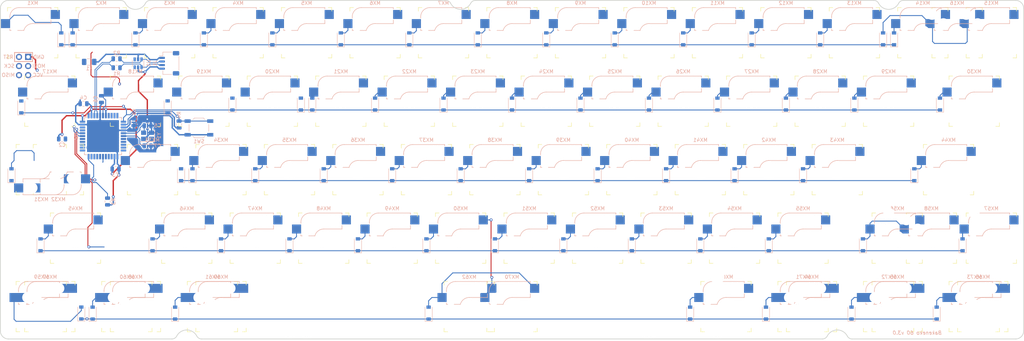
<source format=kicad_pcb>
(kicad_pcb (version 20171130) (host pcbnew "(5.1.10)-1")
  (layers (0 F.Cu signal) (31 B.Cu signal) (34 B.Paste user) (35 F.Paste user) (36 B.SilkS user) (37 F.SilkS user) (38 B.Mask user) (39 F.Mask user) (44 Edge.Cuts user))
  (net 0 "")
  (net 1 GND)
  (net 2 XTAL2)
  (net 3 XTAL1)
  (net 4 "Net-(D1-Pad2)")
  (net 5 ROW0)
  (net 6 "Net-(D2-Pad2)")
  (net 7 "Net-(D3-Pad2)")
  (net 8 "Net-(D4-Pad2)")
  (net 9 "Net-(D5-Pad2)")
  (net 10 "Net-(D6-Pad2)")
  (net 11 "Net-(D7-Pad2)")
  (net 12 "Net-(D8-Pad2)")
  (net 13 "Net-(D9-Pad2)")
  (net 14 "Net-(D10-Pad2)")
  (net 15 "Net-(D11-Pad2)")
  (net 16 "Net-(D12-Pad2)")
  (net 17 "Net-(D13-Pad2)")
  (net 18 "Net-(D14-Pad2)")
  (net 19 "Net-(D15-Pad2)")
  (net 20 "Net-(D16-Pad2)")
  (net 21 "Net-(D17-Pad2)")
  (net 22 ROW1)
  (net 23 "Net-(D18-Pad2)")
  (net 24 "Net-(D19-Pad2)")
  (net 25 "Net-(D20-Pad2)")
  (net 26 "Net-(D21-Pad2)")
  (net 27 "Net-(D22-Pad2)")
  (net 28 "Net-(D23-Pad2)")
  (net 29 "Net-(D24-Pad2)")
  (net 30 "Net-(D25-Pad2)")
  (net 31 "Net-(D26-Pad2)")
  (net 32 "Net-(D27-Pad2)")
  (net 33 "Net-(D28-Pad2)")
  (net 34 "Net-(D29-Pad2)")
  (net 35 "Net-(D30-Pad2)")
  (net 36 "Net-(D31-Pad2)")
  (net 37 "Net-(D32-Pad2)")
  (net 38 ROW2)
  (net 39 "Net-(D33-Pad2)")
  (net 40 "Net-(D34-Pad2)")
  (net 41 "Net-(D35-Pad2)")
  (net 42 "Net-(D36-Pad2)")
  (net 43 "Net-(D37-Pad2)")
  (net 44 "Net-(D38-Pad2)")
  (net 45 "Net-(D39-Pad2)")
  (net 46 "Net-(D40-Pad2)")
  (net 47 "Net-(D41-Pad2)")
  (net 48 "Net-(D42-Pad2)")
  (net 49 "Net-(D43-Pad2)")
  (net 50 "Net-(D44-Pad2)")
  (net 51 "Net-(D45-Pad2)")
  (net 52 "Net-(D46-Pad2)")
  (net 53 "Net-(D47-Pad2)")
  (net 54 ROW3)
  (net 55 "Net-(D48-Pad2)")
  (net 56 "Net-(D49-Pad2)")
  (net 57 "Net-(D50-Pad2)")
  (net 58 "Net-(D51-Pad2)")
  (net 59 "Net-(D52-Pad2)")
  (net 60 "Net-(D53-Pad2)")
  (net 61 "Net-(D54-Pad2)")
  (net 62 "Net-(D55-Pad2)")
  (net 63 "Net-(D56-Pad2)")
  (net 64 "Net-(D57-Pad2)")
  (net 65 "Net-(D58-Pad2)")
  (net 66 "Net-(D59-Pad2)")
  (net 67 "Net-(D60-Pad2)")
  (net 68 "Net-(D61-Pad2)")
  (net 69 ROW4)
  (net 70 "Net-(D62-Pad2)")
  (net 71 "Net-(D63-Pad2)")
  (net 72 VBUS)
  (net 73 D+)
  (net 74 D-)
  (net 75 MOSI)
  (net 76 SCK)
  (net 77 MISO)
  (net 78 COL0)
  (net 79 COL1)
  (net 80 COL2)
  (net 81 COL3)
  (net 82 COL4)
  (net 83 COL5)
  (net 84 COL6)
  (net 85 COL7)
  (net 86 COL8)
  (net 87 COL9)
  (net 88 COL10)
  (net 89 COL11)
  (net 90 COL12)
  (net 91 COL13)
  (net 92 COL14)
  (net 93 "Net-(U2-Pad42)")
  (net 94 "Net-(U2-Pad41)")
  (net 95 +5V)
  (net 96 /MCU_D+)
  (net 97 /MCU_D-)
  (net 98 "Net-(U2-Pad18)")
  (net 99 "Net-(C6-Pad1)")
  (net 100 "Net-(R3-Pad2)")
  (net 101 RST)
  (net 102 "Net-(U1-Pad4)")
  (net 103 "Net-(U1-Pad3)")
  (module Diode_SMD:D_SOD-123 (layer B.Cu) (at 248.63425 10.7 90)
    (fp_text reference D14)
    (fp_text value 1N4148)
    (pad 2 smd rect (at 1.65 0 90) (size 0.9 1.2) (layers B.Cu B.Paste B.Mask) (net 18 "Net-(D14-Pad2)"))
    (pad 1 smd rect (at -1.65 0 90) (size 0.9 1.2) (layers B.Cu B.Paste B.Mask) (net 5 ROW0))
  )
  (module Keyswitches:Kailh_socket_MX_flippin (layer F.Cu) (at 42.3375 47.1)
    (fp_text reference MX33 (at 0 -8.255) (layer B.SilkS) (effects (justify mirror)))
    (fp_text value 1u)
    (pad 1 smd rect (at -7.56 -2.54) (size 2.55 2.5) (layers B.Cu B.Paste B.Mask) (net 36 "Net-(D31-Pad2)"))
    (pad "" np_thru_hole circle (at -5.08 0) (size 1.7018 1.7018) (drill 1.7018) (layers *.Cu *.Mask))
    (pad "" np_thru_hole circle (at 5.08 0) (size 1.7018 1.7018) (drill 1.7018) (layers *.Cu *.Mask))
    (pad "" np_thru_hole circle (at 0 0) (size 3.9878 3.9878) (drill 3.9878) (layers *.Cu *.Mask))
    (pad "" np_thru_hole circle (at -3.81 -2.54) (size 3 3) (drill 3) (layers *.Cu *.Mask))
    (pad "" np_thru_hole circle (at 2.54 -5.08) (size 3 3) (drill 3) (layers *.Cu *.Mask))
    (pad 2 smd rect (at 6.29 -5.08) (size 2.55 2.5) (layers B.Cu B.Paste B.Mask) (net 79 COL1))
  )
  (module Keyswitches:7U-ReversedStabilizers (layer F.Cu) (at 142.35 85.2)
    (fp_text reference REF**)
    (fp_text value 7U)
    (pad "" np_thru_hole circle (at 57.15 -8.255) (size 3.9878 3.9878) (drill 3.9878) (layers *.Cu *.Mask))
    (pad "" np_thru_hole circle (at -57.15 -8.255) (size 3.9878 3.9878) (drill 3.9878) (layers *.Cu *.Mask))
    (pad "" np_thru_hole circle (at 57.15 6.985) (size 3.048 3.048) (drill 3.048) (layers *.Cu *.Mask))
    (pad "" np_thru_hole circle (at -57.15 6.985) (size 3.048 3.048) (drill 3.048) (layers *.Cu *.Mask))
  )
  (module Keyswitches:6.25U-ReversedStabilizers (layer F.Cu) (at 130.44375 85.2)
    (fp_text reference REF**)
    (fp_text value 6.25U)
    (pad "" np_thru_hole circle (at 49.9999 -8.255) (size 3.9878 3.9878) (drill 3.9878) (layers *.Cu *.Mask))
    (pad "" np_thru_hole circle (at -49.9999 -8.255) (size 3.9878 3.9878) (drill 3.9878) (layers *.Cu *.Mask))
    (pad "" np_thru_hole circle (at 49.9999 6.985) (size 3.048 3.048) (drill 3.048) (layers *.Cu *.Mask))
    (pad "" np_thru_hole circle (at -49.9999 6.985) (size 3.048 3.048) (drill 3.048) (layers *.Cu *.Mask))
  )
  (module Keyswitches:Kailh_socket_MX (layer F.Cu) (at 142.35 85.2)
    (fp_text reference MX70 (at 0 -8.255) (layer B.SilkS) (effects (justify mirror)))
    (fp_text value 7u)
    (pad 2 smd rect (at -7.56 -2.54) (size 2.55 2.5) (layers B.Cu B.Paste B.Mask) (net 84 COL6))
    (pad "" np_thru_hole circle (at -5.08 0) (size 1.7018 1.7018) (drill 1.7018) (layers *.Cu *.Mask))
    (pad "" np_thru_hole circle (at 5.08 0) (size 1.7018 1.7018) (drill 1.7018) (layers *.Cu *.Mask))
    (pad "" np_thru_hole circle (at 0 0) (size 3.9878 3.9878) (drill 3.9878) (layers *.Cu *.Mask))
    (pad "" np_thru_hole circle (at -3.81 -2.54) (size 3 3) (drill 3) (layers *.Cu *.Mask))
    (pad "" np_thru_hole circle (at 2.54 -5.08) (size 3 3) (drill 3) (layers *.Cu *.Mask))
    (pad 1 smd rect (at 6.29 -5.08) (size 2.55 2.5) (layers B.Cu B.Paste B.Mask) (net 66 "Net-(D59-Pad2)"))
  )
  (module Keyswitches:Kailh_socket_MX_flippin (layer F.Cu) (at 270.9375 85.2)
    (fp_text reference MX73 (at 0 -8.255) (layer B.SilkS) (effects (justify mirror)))
    (fp_text value 1.5u)
    (pad 1 smd rect (at -7.56 -2.54) (size 2.55 2.5) (layers B.Cu B.Paste B.Mask) (net 71 "Net-(D63-Pad2)"))
    (pad "" np_thru_hole circle (at -5.08 0) (size 1.7018 1.7018) (drill 1.7018) (layers *.Cu *.Mask))
    (pad "" np_thru_hole circle (at 5.08 0) (size 1.7018 1.7018) (drill 1.7018) (layers *.Cu *.Mask))
    (pad "" np_thru_hole circle (at 0 0) (size 3.9878 3.9878) (drill 3.9878) (layers *.Cu *.Mask))
    (pad "" np_thru_hole circle (at -3.81 -2.54) (size 3 3) (drill 3) (layers *.Cu *.Mask))
    (pad "" np_thru_hole circle (at 2.54 -5.08) (size 3 3) (drill 3) (layers *.Cu *.Mask))
    (pad 2 smd rect (at 6.29 -5.08) (size 2.55 2.5) (layers B.Cu B.Paste B.Mask) (net 91 COL13))
  )
  (module Keyswitches:Kailh_socket_MX_flippin (layer F.Cu) (at 247.125 85.2)
    (fp_text reference MX72 (at 0 -8.255) (layer B.SilkS) (effects (justify mirror)))
    (fp_text value 1u)
    (pad 1 smd rect (at -7.56 -2.54) (size 2.55 2.5) (layers B.Cu B.Paste B.Mask) (net 70 "Net-(D62-Pad2)"))
    (pad "" np_thru_hole circle (at -5.08 0) (size 1.7018 1.7018) (drill 1.7018) (layers *.Cu *.Mask))
    (pad "" np_thru_hole circle (at 5.08 0) (size 1.7018 1.7018) (drill 1.7018) (layers *.Cu *.Mask))
    (pad "" np_thru_hole circle (at 0 0) (size 3.9878 3.9878) (drill 3.9878) (layers *.Cu *.Mask))
    (pad "" np_thru_hole circle (at -3.81 -2.54) (size 3 3) (drill 3) (layers *.Cu *.Mask))
    (pad "" np_thru_hole circle (at 2.54 -5.08) (size 3 3) (drill 3) (layers *.Cu *.Mask))
    (pad 2 smd rect (at 6.29 -5.08) (size 2.55 2.5) (layers B.Cu B.Paste B.Mask) (net 90 COL12))
  )
  (module Keyswitches:Kailh_socket_MX_flippin (layer F.Cu) (at 223.3125 85.2)
    (fp_text reference MX71 (at 0 -8.255) (layer B.SilkS) (effects (justify mirror)))
    (fp_text value 1.5u)
    (pad 1 smd rect (at -7.56 -2.54) (size 2.55 2.5) (layers B.Cu B.Paste B.Mask) (net 68 "Net-(D61-Pad2)"))
    (pad "" np_thru_hole circle (at -5.08 0) (size 1.7018 1.7018) (drill 1.7018) (layers *.Cu *.Mask))
    (pad "" np_thru_hole circle (at 5.08 0) (size 1.7018 1.7018) (drill 1.7018) (layers *.Cu *.Mask))
    (pad "" np_thru_hole circle (at 0 0) (size 3.9878 3.9878) (drill 3.9878) (layers *.Cu *.Mask))
    (pad "" np_thru_hole circle (at -3.81 -2.54) (size 3 3) (drill 3) (layers *.Cu *.Mask))
    (pad "" np_thru_hole circle (at 2.54 -5.08) (size 3 3) (drill 3) (layers *.Cu *.Mask))
    (pad 2 smd rect (at 6.29 -5.08) (size 2.55 2.5) (layers B.Cu B.Paste B.Mask) (net 89 COL11))
  )
  (module Keyswitches:Kailh_socket_MX_flippin (layer F.Cu) (at 61.3875 85.2)
    (fp_text reference MX69 (at 0 -8.255) (layer B.SilkS) (effects (justify mirror)))
    (fp_text value 1.5u)
    (pad 1 smd rect (at -7.56 -2.54) (size 2.55 2.5) (layers B.Cu B.Paste B.Mask) (net 65 "Net-(D58-Pad2)"))
    (pad "" np_thru_hole circle (at -5.08 0) (size 1.7018 1.7018) (drill 1.7018) (layers *.Cu *.Mask))
    (pad "" np_thru_hole circle (at 5.08 0) (size 1.7018 1.7018) (drill 1.7018) (layers *.Cu *.Mask))
    (pad "" np_thru_hole circle (at 0 0) (size 3.9878 3.9878) (drill 3.9878) (layers *.Cu *.Mask))
    (pad "" np_thru_hole circle (at -3.81 -2.54) (size 3 3) (drill 3) (layers *.Cu *.Mask))
    (pad "" np_thru_hole circle (at 2.54 -5.08) (size 3 3) (drill 3) (layers *.Cu *.Mask))
    (pad 2 smd rect (at 6.29 -5.08) (size 2.55 2.5) (layers B.Cu B.Paste B.Mask) (net 80 COL2))
  )
  (module Keyswitches:Kailh_socket_MX_flippin (layer F.Cu) (at 37.575 85.2)
    (fp_text reference MX68 (at 0 -8.255) (layer B.SilkS) (effects (justify mirror)))
    (fp_text value 1u)
    (pad 1 smd rect (at -7.56 -2.54) (size 2.55 2.5) (layers B.Cu B.Paste B.Mask) (net 64 "Net-(D57-Pad2)"))
    (pad "" np_thru_hole circle (at -5.08 0) (size 1.7018 1.7018) (drill 1.7018) (layers *.Cu *.Mask))
    (pad "" np_thru_hole circle (at 5.08 0) (size 1.7018 1.7018) (drill 1.7018) (layers *.Cu *.Mask))
    (pad "" np_thru_hole circle (at 0 0) (size 3.9878 3.9878) (drill 3.9878) (layers *.Cu *.Mask))
    (pad "" np_thru_hole circle (at -3.81 -2.54) (size 3 3) (drill 3) (layers *.Cu *.Mask))
    (pad "" np_thru_hole circle (at 2.54 -5.08) (size 3 3) (drill 3) (layers *.Cu *.Mask))
    (pad 2 smd rect (at 6.29 -5.08) (size 2.55 2.5) (layers B.Cu B.Paste B.Mask) (net 79 COL1))
  )
  (module Keyswitches:Kailh_socket_MX_flippin (layer F.Cu) (at 13.7625 85.2)
    (fp_text reference MX67 (at 0 -8.255) (layer B.SilkS) (effects (justify mirror)))
    (fp_text value 1.5u)
    (pad 1 smd rect (at -7.56 -2.54) (size 2.55 2.5) (layers B.Cu B.Paste B.Mask) (net 63 "Net-(D56-Pad2)"))
    (pad "" np_thru_hole circle (at -5.08 0) (size 1.7018 1.7018) (drill 1.7018) (layers *.Cu *.Mask))
    (pad "" np_thru_hole circle (at 5.08 0) (size 1.7018 1.7018) (drill 1.7018) (layers *.Cu *.Mask))
    (pad "" np_thru_hole circle (at 0 0) (size 3.9878 3.9878) (drill 3.9878) (layers *.Cu *.Mask))
    (pad "" np_thru_hole circle (at -3.81 -2.54) (size 3 3) (drill 3) (layers *.Cu *.Mask))
    (pad "" np_thru_hole circle (at 2.54 -5.08) (size 3 3) (drill 3) (layers *.Cu *.Mask))
    (pad 2 smd rect (at 6.29 -5.08) (size 2.55 2.5) (layers B.Cu B.Paste B.Mask) (net 78 COL0))
  )
  (module Keyswitches:Kailh_socket_MX_flippin (layer F.Cu) (at 273.31875 85.2)
    (fp_text reference MX66 (at 0 -8.255) (layer B.SilkS) (effects (justify mirror)))
    (fp_text value 1.25u)
    (pad 1 smd rect (at -7.56 -2.54) (size 2.55 2.5) (layers B.Cu B.Paste B.Mask) (net 71 "Net-(D63-Pad2)"))
    (pad "" np_thru_hole circle (at -5.08 0) (size 1.7018 1.7018) (drill 1.7018) (layers *.Cu *.Mask))
    (pad "" np_thru_hole circle (at 5.08 0) (size 1.7018 1.7018) (drill 1.7018) (layers *.Cu *.Mask))
    (pad "" np_thru_hole circle (at 0 0) (size 3.9878 3.9878) (drill 3.9878) (layers *.Cu *.Mask))
    (pad "" np_thru_hole circle (at -3.81 -2.54) (size 3 3) (drill 3) (layers *.Cu *.Mask))
    (pad "" np_thru_hole circle (at 2.54 -5.08) (size 3 3) (drill 3) (layers *.Cu *.Mask))
    (pad 2 smd rect (at 6.29 -5.08) (size 2.55 2.5) (layers B.Cu B.Paste B.Mask) (net 91 COL13))
  )
  (module Keyswitches:Kailh_socket_MX_flippin (layer F.Cu) (at 249.50625 85.2)
    (fp_text reference MX65 (at 0 -8.255) (layer B.SilkS) (effects (justify mirror)))
    (fp_text value 1.25u)
    (pad 1 smd rect (at -7.56 -2.54) (size 2.55 2.5) (layers B.Cu B.Paste B.Mask) (net 70 "Net-(D62-Pad2)"))
    (pad "" np_thru_hole circle (at -5.08 0) (size 1.7018 1.7018) (drill 1.7018) (layers *.Cu *.Mask))
    (pad "" np_thru_hole circle (at 5.08 0) (size 1.7018 1.7018) (drill 1.7018) (layers *.Cu *.Mask))
    (pad "" np_thru_hole circle (at 0 0) (size 3.9878 3.9878) (drill 3.9878) (layers *.Cu *.Mask))
    (pad "" np_thru_hole circle (at -3.81 -2.54) (size 3 3) (drill 3) (layers *.Cu *.Mask))
    (pad "" np_thru_hole circle (at 2.54 -5.08) (size 3 3) (drill 3) (layers *.Cu *.Mask))
    (pad 2 smd rect (at 6.29 -5.08) (size 2.55 2.5) (layers B.Cu B.Paste B.Mask) (net 90 COL12))
  )
  (module Keyswitches:Kailh_socket_MX_flippin (layer F.Cu) (at 225.69375 85.2)
    (fp_text reference MX64 (at 0 -8.255) (layer B.SilkS) (effects (justify mirror)))
    (fp_text value 1.25u)
    (pad 1 smd rect (at -7.56 -2.54) (size 2.55 2.5) (layers B.Cu B.Paste B.Mask) (net 68 "Net-(D61-Pad2)"))
    (pad "" np_thru_hole circle (at -5.08 0) (size 1.7018 1.7018) (drill 1.7018) (layers *.Cu *.Mask))
    (pad "" np_thru_hole circle (at 5.08 0) (size 1.7018 1.7018) (drill 1.7018) (layers *.Cu *.Mask))
    (pad "" np_thru_hole circle (at 0 0) (size 3.9878 3.9878) (drill 3.9878) (layers *.Cu *.Mask))
    (pad "" np_thru_hole circle (at -3.81 -2.54) (size 3 3) (drill 3) (layers *.Cu *.Mask))
    (pad "" np_thru_hole circle (at 2.54 -5.08) (size 3 3) (drill 3) (layers *.Cu *.Mask))
    (pad 2 smd rect (at 6.29 -5.08) (size 2.55 2.5) (layers B.Cu B.Paste B.Mask) (net 89 COL11))
  )
  (module Keyswitches:Kailh_socket_MX_flippin (layer F.Cu) (at 201.88125 85.2)
    (fp_text reference MX63 (at 0 -8.255) (layer B.SilkS) (effects (justify mirror)))
    (fp_text value 1.25u)
    (pad 1 smd rect (at -7.56 -2.54) (size 2.55 2.5) (layers B.Cu B.Paste B.Mask) (net 67 "Net-(D60-Pad2)"))
    (pad "" np_thru_hole circle (at -5.08 0) (size 1.7018 1.7018) (drill 1.7018) (layers *.Cu *.Mask))
    (pad "" np_thru_hole circle (at 5.08 0) (size 1.7018 1.7018) (drill 1.7018) (layers *.Cu *.Mask))
    (pad "" np_thru_hole circle (at 0 0) (size 3.9878 3.9878) (drill 3.9878) (layers *.Cu *.Mask))
    (pad "" np_thru_hole circle (at -3.81 -2.54) (size 3 3) (drill 3) (layers *.Cu *.Mask))
    (pad "" np_thru_hole circle (at 2.54 -5.08) (size 3 3) (drill 3) (layers *.Cu *.Mask))
    (pad 2 smd rect (at 6.29 -5.08) (size 2.55 2.5) (layers B.Cu B.Paste B.Mask) (net 88 COL10))
  )
  (module Keyswitches:Kailh_socket_MX_flippin (layer F.Cu) (at 130.44375 85.2)
    (fp_text reference MX62 (at 0 -8.255) (layer B.SilkS) (effects (justify mirror)))
    (fp_text value 6.25u)
    (pad 2 smd rect (at 6.29 -5.08) (size 2.55 2.5) (layers B.Cu B.Paste B.Mask) (net 84 COL6))
    (pad "" np_thru_hole circle (at 2.54 -5.08) (size 3 3) (drill 3) (layers *.Cu *.Mask))
    (pad "" np_thru_hole circle (at -3.81 -2.54) (size 3 3) (drill 3) (layers *.Cu *.Mask))
    (pad "" np_thru_hole circle (at 0 0) (size 3.9878 3.9878) (drill 3.9878) (layers *.Cu *.Mask))
    (pad "" np_thru_hole circle (at 5.08 0) (size 1.7018 1.7018) (drill 1.7018) (layers *.Cu *.Mask))
    (pad "" np_thru_hole circle (at -5.08 0) (size 1.7018 1.7018) (drill 1.7018) (layers *.Cu *.Mask))
    (pad 1 smd rect (at -7.56 -2.54) (size 2.55 2.5) (layers B.Cu B.Paste B.Mask) (net 66 "Net-(D59-Pad2)"))
  )
  (module Keyswitches:Kailh_socket_MX_flippin (layer F.Cu) (at 59.00625 85.2)
    (fp_text reference MX61 (at 0 -8.255) (layer B.SilkS) (effects (justify mirror)))
    (fp_text value 1.25u)
    (pad 1 smd rect (at -7.56 -2.54) (size 2.55 2.5) (layers B.Cu B.Paste B.Mask) (net 65 "Net-(D58-Pad2)"))
    (pad "" np_thru_hole circle (at -5.08 0) (size 1.7018 1.7018) (drill 1.7018) (layers *.Cu *.Mask))
    (pad "" np_thru_hole circle (at 5.08 0) (size 1.7018 1.7018) (drill 1.7018) (layers *.Cu *.Mask))
    (pad "" np_thru_hole circle (at 0 0) (size 3.9878 3.9878) (drill 3.9878) (layers *.Cu *.Mask))
    (pad "" np_thru_hole circle (at -3.81 -2.54) (size 3 3) (drill 3) (layers *.Cu *.Mask))
    (pad "" np_thru_hole circle (at 2.54 -5.08) (size 3 3) (drill 3) (layers *.Cu *.Mask))
    (pad 2 smd rect (at 6.29 -5.08) (size 2.55 2.5) (layers B.Cu B.Paste B.Mask) (net 80 COL2))
  )
  (module Keyswitches:Kailh_socket_MX_flippin (layer F.Cu) (at 35.19375 85.2)
    (fp_text reference MX60 (at 0 -8.255) (layer B.SilkS) (effects (justify mirror)))
    (fp_text value 1.25u)
    (pad 1 smd rect (at -7.56 -2.54) (size 2.55 2.5) (layers B.Cu B.Paste B.Mask) (net 64 "Net-(D57-Pad2)"))
    (pad "" np_thru_hole circle (at -5.08 0) (size 1.7018 1.7018) (drill 1.7018) (layers *.Cu *.Mask))
    (pad "" np_thru_hole circle (at 5.08 0) (size 1.7018 1.7018) (drill 1.7018) (layers *.Cu *.Mask))
    (pad "" np_thru_hole circle (at 0 0) (size 3.9878 3.9878) (drill 3.9878) (layers *.Cu *.Mask))
    (pad "" np_thru_hole circle (at -3.81 -2.54) (size 3 3) (drill 3) (layers *.Cu *.Mask))
    (pad "" np_thru_hole circle (at 2.54 -5.08) (size 3 3) (drill 3) (layers *.Cu *.Mask))
    (pad 2 smd rect (at 6.29 -5.08) (size 2.55 2.5) (layers B.Cu B.Paste B.Mask) (net 79 COL1))
  )
  (module Keyswitches:Kailh_socket_MX_flippin (layer F.Cu) (at 11.38125 85.2)
    (fp_text reference MX59 (at 0 -8.255) (layer B.SilkS) (effects (justify mirror)))
    (fp_text value 1.25u)
    (pad 1 smd rect (at -7.56 -2.54) (size 2.55 2.5) (layers B.Cu B.Paste B.Mask) (net 63 "Net-(D56-Pad2)"))
    (pad "" np_thru_hole circle (at -5.08 0) (size 1.7018 1.7018) (drill 1.7018) (layers *.Cu *.Mask))
    (pad "" np_thru_hole circle (at 5.08 0) (size 1.7018 1.7018) (drill 1.7018) (layers *.Cu *.Mask))
    (pad "" np_thru_hole circle (at 0 0) (size 3.9878 3.9878) (drill 3.9878) (layers *.Cu *.Mask))
    (pad "" np_thru_hole circle (at -3.81 -2.54) (size 3 3) (drill 3) (layers *.Cu *.Mask))
    (pad "" np_thru_hole circle (at 2.54 -5.08) (size 3 3) (drill 3) (layers *.Cu *.Mask))
    (pad 2 smd rect (at 6.29 -5.08) (size 2.55 2.5) (layers B.Cu B.Paste B.Mask) (net 78 COL0))
  )
  (module Keyswitches:Kailh_socket_MX_flippin (layer F.Cu) (at 259.03125 66.15)
    (fp_text reference MX58 (at 0 -8.255) (layer B.SilkS) (effects (justify mirror)))
    (fp_text value 2.75u)
    (pad 1 smd rect (at -7.56 -2.54) (size 2.55 2.5) (layers B.Cu B.Paste B.Mask) (net 61 "Net-(D54-Pad2)"))
    (pad "" np_thru_hole circle (at -5.08 0) (size 1.7018 1.7018) (drill 1.7018) (layers *.Cu *.Mask))
    (pad "" np_thru_hole circle (at 5.08 0) (size 1.7018 1.7018) (drill 1.7018) (layers *.Cu *.Mask))
    (pad "" np_thru_hole circle (at 0 0) (size 3.9878 3.9878) (drill 3.9878) (layers *.Cu *.Mask))
    (pad "" np_thru_hole circle (at -3.81 -2.54) (size 3 3) (drill 3) (layers *.Cu *.Mask))
    (pad "" np_thru_hole circle (at 2.54 -5.08) (size 3 3) (drill 3) (layers *.Cu *.Mask))
    (pad 2 smd rect (at 6.29 -5.08) (size 2.55 2.5) (layers B.Cu B.Paste B.Mask) (net 90 COL12))
  )
  (module Keyswitches:Kailh_socket_MX_flippin (layer F.Cu) (at 275.7 66.15)
    (fp_text reference MX57 (at 0 -8.255) (layer B.SilkS) (effects (justify mirror)))
    (fp_text value 1u)
    (pad 1 smd rect (at -7.56 -2.54) (size 2.55 2.5) (layers B.Cu B.Paste B.Mask) (net 62 "Net-(D55-Pad2)"))
    (pad "" np_thru_hole circle (at -5.08 0) (size 1.7018 1.7018) (drill 1.7018) (layers *.Cu *.Mask))
    (pad "" np_thru_hole circle (at 5.08 0) (size 1.7018 1.7018) (drill 1.7018) (layers *.Cu *.Mask))
    (pad "" np_thru_hole circle (at 0 0) (size 3.9878 3.9878) (drill 3.9878) (layers *.Cu *.Mask))
    (pad "" np_thru_hole circle (at -3.81 -2.54) (size 3 3) (drill 3) (layers *.Cu *.Mask))
    (pad "" np_thru_hole circle (at 2.54 -5.08) (size 3 3) (drill 3) (layers *.Cu *.Mask))
    (pad 2 smd rect (at 6.29 -5.08) (size 2.55 2.5) (layers B.Cu B.Paste B.Mask) (net 91 COL13))
  )
  (module Keyswitches:Kailh_socket_MX_flippin (layer F.Cu) (at 249.50625 66.15)
    (fp_text reference MX56 (at 0 -8.255) (layer B.SilkS) (effects (justify mirror)))
    (fp_text value 1.75u)
    (pad 1 smd rect (at -7.56 -2.54) (size 2.55 2.5) (layers B.Cu B.Paste B.Mask) (net 61 "Net-(D54-Pad2)"))
    (pad "" np_thru_hole circle (at -5.08 0) (size 1.7018 1.7018) (drill 1.7018) (layers *.Cu *.Mask))
    (pad "" np_thru_hole circle (at 5.08 0) (size 1.7018 1.7018) (drill 1.7018) (layers *.Cu *.Mask))
    (pad "" np_thru_hole circle (at 0 0) (size 3.9878 3.9878) (drill 3.9878) (layers *.Cu *.Mask))
    (pad "" np_thru_hole circle (at -3.81 -2.54) (size 3 3) (drill 3) (layers *.Cu *.Mask))
    (pad "" np_thru_hole circle (at 2.54 -5.08) (size 3 3) (drill 3) (layers *.Cu *.Mask))
    (pad 2 smd rect (at 6.29 -5.08) (size 2.55 2.5) (layers B.Cu B.Paste B.Mask) (net 90 COL12))
  )
  (module Keyswitches:Kailh_socket_MX_flippin (layer F.Cu) (at 223.3125 66.15)
    (fp_text reference MX55 (at 0 -8.255) (layer B.SilkS) (effects (justify mirror)))
    (fp_text value 1u)
    (pad 1 smd rect (at -7.56 -2.54) (size 2.55 2.5) (layers B.Cu B.Paste B.Mask) (net 60 "Net-(D53-Pad2)"))
    (pad "" np_thru_hole circle (at -5.08 0) (size 1.7018 1.7018) (drill 1.7018) (layers *.Cu *.Mask))
    (pad "" np_thru_hole circle (at 5.08 0) (size 1.7018 1.7018) (drill 1.7018) (layers *.Cu *.Mask))
    (pad "" np_thru_hole circle (at 0 0) (size 3.9878 3.9878) (drill 3.9878) (layers *.Cu *.Mask))
    (pad "" np_thru_hole circle (at -3.81 -2.54) (size 3 3) (drill 3) (layers *.Cu *.Mask))
    (pad "" np_thru_hole circle (at 2.54 -5.08) (size 3 3) (drill 3) (layers *.Cu *.Mask))
    (pad 2 smd rect (at 6.29 -5.08) (size 2.55 2.5) (layers B.Cu B.Paste B.Mask) (net 89 COL11))
  )
  (module Keyswitches:Kailh_socket_MX_flippin (layer F.Cu) (at 204.2625 66.15)
    (fp_text reference MX54 (at 0 -8.255) (layer B.SilkS) (effects (justify mirror)))
    (fp_text value 1u)
    (pad 1 smd rect (at -7.56 -2.54) (size 2.55 2.5) (layers B.Cu B.Paste B.Mask) (net 59 "Net-(D52-Pad2)"))
    (pad "" np_thru_hole circle (at -5.08 0) (size 1.7018 1.7018) (drill 1.7018) (layers *.Cu *.Mask))
    (pad "" np_thru_hole circle (at 5.08 0) (size 1.7018 1.7018) (drill 1.7018) (layers *.Cu *.Mask))
    (pad "" np_thru_hole circle (at 0 0) (size 3.9878 3.9878) (drill 3.9878) (layers *.Cu *.Mask))
    (pad "" np_thru_hole circle (at -3.81 -2.54) (size 3 3) (drill 3) (layers *.Cu *.Mask))
    (pad "" np_thru_hole circle (at 2.54 -5.08) (size 3 3) (drill 3) (layers *.Cu *.Mask))
    (pad 2 smd rect (at 6.29 -5.08) (size 2.55 2.5) (layers B.Cu B.Paste B.Mask) (net 88 COL10))
  )
  (module Keyswitches:Kailh_socket_MX_flippin (layer F.Cu) (at 185.2125 66.15)
    (fp_text reference MX53 (at 0 -8.255) (layer B.SilkS) (effects (justify mirror)))
    (fp_text value 1u)
    (pad 1 smd rect (at -7.56 -2.54) (size 2.55 2.5) (layers B.Cu B.Paste B.Mask) (net 58 "Net-(D51-Pad2)"))
    (pad "" np_thru_hole circle (at -5.08 0) (size 1.7018 1.7018) (drill 1.7018) (layers *.Cu *.Mask))
    (pad "" np_thru_hole circle (at 5.08 0) (size 1.7018 1.7018) (drill 1.7018) (layers *.Cu *.Mask))
    (pad "" np_thru_hole circle (at 0 0) (size 3.9878 3.9878) (drill 3.9878) (layers *.Cu *.Mask))
    (pad "" np_thru_hole circle (at -3.81 -2.54) (size 3 3) (drill 3) (layers *.Cu *.Mask))
    (pad "" np_thru_hole circle (at 2.54 -5.08) (size 3 3) (drill 3) (layers *.Cu *.Mask))
    (pad 2 smd rect (at 6.29 -5.08) (size 2.55 2.5) (layers B.Cu B.Paste B.Mask) (net 87 COL9))
  )
  (module Keyswitches:Kailh_socket_MX_flippin (layer F.Cu) (at 166.1625 66.15)
    (fp_text reference MX52 (at 0 -8.255) (layer B.SilkS) (effects (justify mirror)))
    (fp_text value 1u)
    (pad 1 smd rect (at -7.56 -2.54) (size 2.55 2.5) (layers B.Cu B.Paste B.Mask) (net 57 "Net-(D50-Pad2)"))
    (pad "" np_thru_hole circle (at -5.08 0) (size 1.7018 1.7018) (drill 1.7018) (layers *.Cu *.Mask))
    (pad "" np_thru_hole circle (at 5.08 0) (size 1.7018 1.7018) (drill 1.7018) (layers *.Cu *.Mask))
    (pad "" np_thru_hole circle (at 0 0) (size 3.9878 3.9878) (drill 3.9878) (layers *.Cu *.Mask))
    (pad "" np_thru_hole circle (at -3.81 -2.54) (size 3 3) (drill 3) (layers *.Cu *.Mask))
    (pad "" np_thru_hole circle (at 2.54 -5.08) (size 3 3) (drill 3) (layers *.Cu *.Mask))
    (pad 2 smd rect (at 6.29 -5.08) (size 2.55 2.5) (layers B.Cu B.Paste B.Mask) (net 86 COL8))
  )
  (module Keyswitches:Kailh_socket_MX_flippin (layer F.Cu) (at 147.1125 66.15)
    (fp_text reference MX51 (at 0 -8.255) (layer B.SilkS) (effects (justify mirror)))
    (fp_text value 1u)
    (pad 1 smd rect (at -7.56 -2.54) (size 2.55 2.5) (layers B.Cu B.Paste B.Mask) (net 56 "Net-(D49-Pad2)"))
    (pad "" np_thru_hole circle (at -5.08 0) (size 1.7018 1.7018) (drill 1.7018) (layers *.Cu *.Mask))
    (pad "" np_thru_hole circle (at 5.08 0) (size 1.7018 1.7018) (drill 1.7018) (layers *.Cu *.Mask))
    (pad "" np_thru_hole circle (at 0 0) (size 3.9878 3.9878) (drill 3.9878) (layers *.Cu *.Mask))
    (pad "" np_thru_hole circle (at -3.81 -2.54) (size 3 3) (drill 3) (layers *.Cu *.Mask))
    (pad "" np_thru_hole circle (at 2.54 -5.08) (size 3 3) (drill 3) (layers *.Cu *.Mask))
    (pad 2 smd rect (at 6.29 -5.08) (size 2.55 2.5) (layers B.Cu B.Paste B.Mask) (net 85 COL7))
  )
  (module Keyswitches:Kailh_socket_MX_flippin (layer F.Cu) (at 128.0625 66.15)
    (fp_text reference MX50 (at 0 -8.255) (layer B.SilkS) (effects (justify mirror)))
    (fp_text value 1u)
    (pad 1 smd rect (at -7.56 -2.54) (size 2.55 2.5) (layers B.Cu B.Paste B.Mask) (net 55 "Net-(D48-Pad2)"))
    (pad "" np_thru_hole circle (at -5.08 0) (size 1.7018 1.7018) (drill 1.7018) (layers *.Cu *.Mask))
    (pad "" np_thru_hole circle (at 5.08 0) (size 1.7018 1.7018) (drill 1.7018) (layers *.Cu *.Mask))
    (pad "" np_thru_hole circle (at 0 0) (size 3.9878 3.9878) (drill 3.9878) (layers *.Cu *.Mask))
    (pad "" np_thru_hole circle (at -3.81 -2.54) (size 3 3) (drill 3) (layers *.Cu *.Mask))
    (pad "" np_thru_hole circle (at 2.54 -5.08) (size 3 3) (drill 3) (layers *.Cu *.Mask))
    (pad 2 smd rect (at 6.29 -5.08) (size 2.55 2.5) (layers B.Cu B.Paste B.Mask) (net 84 COL6))
  )
  (module Keyswitches:Kailh_socket_MX_flippin (layer F.Cu) (at 109.0125 66.15)
    (fp_text reference MX49 (at 0 -8.255) (layer B.SilkS) (effects (justify mirror)))
    (fp_text value 1u)
    (pad 1 smd rect (at -7.56 -2.54) (size 2.55 2.5) (layers B.Cu B.Paste B.Mask) (net 53 "Net-(D47-Pad2)"))
    (pad "" np_thru_hole circle (at -5.08 0) (size 1.7018 1.7018) (drill 1.7018) (layers *.Cu *.Mask))
    (pad "" np_thru_hole circle (at 5.08 0) (size 1.7018 1.7018) (drill 1.7018) (layers *.Cu *.Mask))
    (pad "" np_thru_hole circle (at 0 0) (size 3.9878 3.9878) (drill 3.9878) (layers *.Cu *.Mask))
    (pad "" np_thru_hole circle (at -3.81 -2.54) (size 3 3) (drill 3) (layers *.Cu *.Mask))
    (pad "" np_thru_hole circle (at 2.54 -5.08) (size 3 3) (drill 3) (layers *.Cu *.Mask))
    (pad 2 smd rect (at 6.29 -5.08) (size 2.55 2.5) (layers B.Cu B.Paste B.Mask) (net 83 COL5))
  )
  (module Keyswitches:Kailh_socket_MX_flippin (layer F.Cu) (at 89.9625 66.15)
    (fp_text reference MX48 (at 0 -8.255) (layer B.SilkS) (effects (justify mirror)))
    (fp_text value 1u)
    (pad 1 smd rect (at -7.56 -2.54) (size 2.55 2.5) (layers B.Cu B.Paste B.Mask) (net 52 "Net-(D46-Pad2)"))
    (pad "" np_thru_hole circle (at -5.08 0) (size 1.7018 1.7018) (drill 1.7018) (layers *.Cu *.Mask))
    (pad "" np_thru_hole circle (at 5.08 0) (size 1.7018 1.7018) (drill 1.7018) (layers *.Cu *.Mask))
    (pad "" np_thru_hole circle (at 0 0) (size 3.9878 3.9878) (drill 3.9878) (layers *.Cu *.Mask))
    (pad "" np_thru_hole circle (at -3.81 -2.54) (size 3 3) (drill 3) (layers *.Cu *.Mask))
    (pad "" np_thru_hole circle (at 2.54 -5.08) (size 3 3) (drill 3) (layers *.Cu *.Mask))
    (pad 2 smd rect (at 6.29 -5.08) (size 2.55 2.5) (layers B.Cu B.Paste B.Mask) (net 82 COL4))
  )
  (module Keyswitches:Kailh_socket_MX_flippin (layer F.Cu) (at 70.9125 66.15)
    (fp_text reference MX47 (at 0 -8.255) (layer B.SilkS) (effects (justify mirror)))
    (fp_text value 1u)
    (pad 1 smd rect (at -7.56 -2.54) (size 2.55 2.5) (layers B.Cu B.Paste B.Mask) (net 51 "Net-(D45-Pad2)"))
    (pad "" np_thru_hole circle (at -5.08 0) (size 1.7018 1.7018) (drill 1.7018) (layers *.Cu *.Mask))
    (pad "" np_thru_hole circle (at 5.08 0) (size 1.7018 1.7018) (drill 1.7018) (layers *.Cu *.Mask))
    (pad "" np_thru_hole circle (at 0 0) (size 3.9878 3.9878) (drill 3.9878) (layers *.Cu *.Mask))
    (pad "" np_thru_hole circle (at -3.81 -2.54) (size 3 3) (drill 3) (layers *.Cu *.Mask))
    (pad "" np_thru_hole circle (at 2.54 -5.08) (size 3 3) (drill 3) (layers *.Cu *.Mask))
    (pad 2 smd rect (at 6.29 -5.08) (size 2.55 2.5) (layers B.Cu B.Paste B.Mask) (net 81 COL3))
  )
  (module Keyswitches:Kailh_socket_MX_flippin (layer F.Cu) (at 51.8625 66.15)
    (fp_text reference MX46 (at 0 -8.255) (layer B.SilkS) (effects (justify mirror)))
    (fp_text value 1u)
    (pad 1 smd rect (at -7.56 -2.54) (size 2.55 2.5) (layers B.Cu B.Paste B.Mask) (net 50 "Net-(D44-Pad2)"))
    (pad "" np_thru_hole circle (at -5.08 0) (size 1.7018 1.7018) (drill 1.7018) (layers *.Cu *.Mask))
    (pad "" np_thru_hole circle (at 5.08 0) (size 1.7018 1.7018) (drill 1.7018) (layers *.Cu *.Mask))
    (pad "" np_thru_hole circle (at 0 0) (size 3.9878 3.9878) (drill 3.9878) (layers *.Cu *.Mask))
    (pad "" np_thru_hole circle (at -3.81 -2.54) (size 3 3) (drill 3) (layers *.Cu *.Mask))
    (pad "" np_thru_hole circle (at 2.54 -5.08) (size 3 3) (drill 3) (layers *.Cu *.Mask))
    (pad 2 smd rect (at 6.29 -5.08) (size 2.55 2.5) (layers B.Cu B.Paste B.Mask) (net 80 COL2))
  )
  (module Keyswitches:Kailh_socket_MX_flippin (layer F.Cu) (at 20.90625 66.15)
    (fp_text reference MX45 (at 0 -8.255) (layer B.SilkS) (effects (justify mirror)))
    (fp_text value 2.25u)
    (pad 1 smd rect (at -7.56 -2.54) (size 2.55 2.5) (layers B.Cu B.Paste B.Mask) (net 49 "Net-(D43-Pad2)"))
    (pad "" np_thru_hole circle (at -5.08 0) (size 1.7018 1.7018) (drill 1.7018) (layers *.Cu *.Mask))
    (pad "" np_thru_hole circle (at 5.08 0) (size 1.7018 1.7018) (drill 1.7018) (layers *.Cu *.Mask))
    (pad "" np_thru_hole circle (at 0 0) (size 3.9878 3.9878) (drill 3.9878) (layers *.Cu *.Mask))
    (pad "" np_thru_hole circle (at -3.81 -2.54) (size 3 3) (drill 3) (layers *.Cu *.Mask))
    (pad "" np_thru_hole circle (at 2.54 -5.08) (size 3 3) (drill 3) (layers *.Cu *.Mask))
    (pad 2 smd rect (at 6.29 -5.08) (size 2.55 2.5) (layers B.Cu B.Paste B.Mask) (net 78 COL0))
  )
  (module Keyswitches:Kailh_socket_MX_flippin (layer F.Cu) (at 263.79375 47.1)
    (fp_text reference MX44 (at 0 -8.255) (layer B.SilkS) (effects (justify mirror)))
    (fp_text value 2.25u)
    (pad 1 smd rect (at -7.56 -2.54) (size 2.55 2.5) (layers B.Cu B.Paste B.Mask) (net 48 "Net-(D42-Pad2)"))
    (pad "" np_thru_hole circle (at -5.08 0) (size 1.7018 1.7018) (drill 1.7018) (layers *.Cu *.Mask))
    (pad "" np_thru_hole circle (at 5.08 0) (size 1.7018 1.7018) (drill 1.7018) (layers *.Cu *.Mask))
    (pad "" np_thru_hole circle (at 0 0) (size 3.9878 3.9878) (drill 3.9878) (layers *.Cu *.Mask))
    (pad "" np_thru_hole circle (at -3.81 -2.54) (size 3 3) (drill 3) (layers *.Cu *.Mask))
    (pad "" np_thru_hole circle (at 2.54 -5.08) (size 3 3) (drill 3) (layers *.Cu *.Mask))
    (pad 2 smd rect (at 6.29 -5.08) (size 2.55 2.5) (layers B.Cu B.Paste B.Mask) (net 91 COL13))
  )
  (module Keyswitches:Kailh_socket_MX_flippin (layer F.Cu) (at 232.8375 47.1)
    (fp_text reference MX43 (at 0 -8.255) (layer B.SilkS) (effects (justify mirror)))
    (fp_text value 1u)
    (pad 1 smd rect (at -7.56 -2.54) (size 2.55 2.5) (layers B.Cu B.Paste B.Mask) (net 47 "Net-(D41-Pad2)"))
    (pad "" np_thru_hole circle (at -5.08 0) (size 1.7018 1.7018) (drill 1.7018) (layers *.Cu *.Mask))
    (pad "" np_thru_hole circle (at 5.08 0) (size 1.7018 1.7018) (drill 1.7018) (layers *.Cu *.Mask))
    (pad "" np_thru_hole circle (at 0 0) (size 3.9878 3.9878) (drill 3.9878) (layers *.Cu *.Mask))
    (pad "" np_thru_hole circle (at -3.81 -2.54) (size 3 3) (drill 3) (layers *.Cu *.Mask))
    (pad "" np_thru_hole circle (at 2.54 -5.08) (size 3 3) (drill 3) (layers *.Cu *.Mask))
    (pad 2 smd rect (at 6.29 -5.08) (size 2.55 2.5) (layers B.Cu B.Paste B.Mask) (net 89 COL11))
  )
  (module Keyswitches:Kailh_socket_MX_flippin (layer F.Cu) (at 213.7875 47.1)
    (fp_text reference MX42 (at 0 -8.255) (layer B.SilkS) (effects (justify mirror)))
    (fp_text value 1u)
    (pad 1 smd rect (at -7.56 -2.54) (size 2.55 2.5) (layers B.Cu B.Paste B.Mask) (net 46 "Net-(D40-Pad2)"))
    (pad "" np_thru_hole circle (at -5.08 0) (size 1.7018 1.7018) (drill 1.7018) (layers *.Cu *.Mask))
    (pad "" np_thru_hole circle (at 5.08 0) (size 1.7018 1.7018) (drill 1.7018) (layers *.Cu *.Mask))
    (pad "" np_thru_hole circle (at 0 0) (size 3.9878 3.9878) (drill 3.9878) (layers *.Cu *.Mask))
    (pad "" np_thru_hole circle (at -3.81 -2.54) (size 3 3) (drill 3) (layers *.Cu *.Mask))
    (pad "" np_thru_hole circle (at 2.54 -5.08) (size 3 3) (drill 3) (layers *.Cu *.Mask))
    (pad 2 smd rect (at 6.29 -5.08) (size 2.55 2.5) (layers B.Cu B.Paste B.Mask) (net 88 COL10))
  )
  (module Keyswitches:Kailh_socket_MX_flippin (layer F.Cu) (at 194.7375 47.1)
    (fp_text reference MX41 (at 0 -8.255) (layer B.SilkS) (effects (justify mirror)))
    (fp_text value 1u)
    (pad 1 smd rect (at -7.56 -2.54) (size 2.55 2.5) (layers B.Cu B.Paste B.Mask) (net 45 "Net-(D39-Pad2)"))
    (pad "" np_thru_hole circle (at -5.08 0) (size 1.7018 1.7018) (drill 1.7018) (layers *.Cu *.Mask))
    (pad "" np_thru_hole circle (at 5.08 0) (size 1.7018 1.7018) (drill 1.7018) (layers *.Cu *.Mask))
    (pad "" np_thru_hole circle (at 0 0) (size 3.9878 3.9878) (drill 3.9878) (layers *.Cu *.Mask))
    (pad "" np_thru_hole circle (at -3.81 -2.54) (size 3 3) (drill 3) (layers *.Cu *.Mask))
    (pad "" np_thru_hole circle (at 2.54 -5.08) (size 3 3) (drill 3) (layers *.Cu *.Mask))
    (pad 2 smd rect (at 6.29 -5.08) (size 2.55 2.5) (layers B.Cu B.Paste B.Mask) (net 87 COL9))
  )
  (module Keyswitches:Kailh_socket_MX_flippin (layer F.Cu) (at 175.6875 47.1)
    (fp_text reference MX40 (at 0 -8.255) (layer B.SilkS) (effects (justify mirror)))
    (fp_text value 1u)
    (pad 1 smd rect (at -7.56 -2.54) (size 2.55 2.5) (layers B.Cu B.Paste B.Mask) (net 44 "Net-(D38-Pad2)"))
    (pad "" np_thru_hole circle (at -5.08 0) (size 1.7018 1.7018) (drill 1.7018) (layers *.Cu *.Mask))
    (pad "" np_thru_hole circle (at 5.08 0) (size 1.7018 1.7018) (drill 1.7018) (layers *.Cu *.Mask))
    (pad "" np_thru_hole circle (at 0 0) (size 3.9878 3.9878) (drill 3.9878) (layers *.Cu *.Mask))
    (pad "" np_thru_hole circle (at -3.81 -2.54) (size 3 3) (drill 3) (layers *.Cu *.Mask))
    (pad "" np_thru_hole circle (at 2.54 -5.08) (size 3 3) (drill 3) (layers *.Cu *.Mask))
    (pad 2 smd rect (at 6.29 -5.08) (size 2.55 2.5) (layers B.Cu B.Paste B.Mask) (net 86 COL8))
  )
  (module Keyswitches:Kailh_socket_MX_flippin (layer F.Cu) (at 156.6375 47.1)
    (fp_text reference MX39 (at 0 -8.255) (layer B.SilkS) (effects (justify mirror)))
    (fp_text value 1u)
    (pad 1 smd rect (at -7.56 -2.54) (size 2.55 2.5) (layers B.Cu B.Paste B.Mask) (net 43 "Net-(D37-Pad2)"))
    (pad "" np_thru_hole circle (at -5.08 0) (size 1.7018 1.7018) (drill 1.7018) (layers *.Cu *.Mask))
    (pad "" np_thru_hole circle (at 5.08 0) (size 1.7018 1.7018) (drill 1.7018) (layers *.Cu *.Mask))
    (pad "" np_thru_hole circle (at 0 0) (size 3.9878 3.9878) (drill 3.9878) (layers *.Cu *.Mask))
    (pad "" np_thru_hole circle (at -3.81 -2.54) (size 3 3) (drill 3) (layers *.Cu *.Mask))
    (pad "" np_thru_hole circle (at 2.54 -5.08) (size 3 3) (drill 3) (layers *.Cu *.Mask))
    (pad 2 smd rect (at 6.29 -5.08) (size 2.55 2.5) (layers B.Cu B.Paste B.Mask) (net 85 COL7))
  )
  (module Keyswitches:Kailh_socket_MX_flippin (layer F.Cu) (at 137.5875 47.1)
    (fp_text reference MX38 (at 0 -8.255) (layer B.SilkS) (effects (justify mirror)))
    (fp_text value 1u)
    (pad 1 smd rect (at -7.56 -2.54) (size 2.55 2.5) (layers B.Cu B.Paste B.Mask) (net 42 "Net-(D36-Pad2)"))
    (pad "" np_thru_hole circle (at -5.08 0) (size 1.7018 1.7018) (drill 1.7018) (layers *.Cu *.Mask))
    (pad "" np_thru_hole circle (at 5.08 0) (size 1.7018 1.7018) (drill 1.7018) (layers *.Cu *.Mask))
    (pad "" np_thru_hole circle (at 0 0) (size 3.9878 3.9878) (drill 3.9878) (layers *.Cu *.Mask))
    (pad "" np_thru_hole circle (at -3.81 -2.54) (size 3 3) (drill 3) (layers *.Cu *.Mask))
    (pad "" np_thru_hole circle (at 2.54 -5.08) (size 3 3) (drill 3) (layers *.Cu *.Mask))
    (pad 2 smd rect (at 6.29 -5.08) (size 2.55 2.5) (layers B.Cu B.Paste B.Mask) (net 84 COL6))
  )
  (module Keyswitches:Kailh_socket_MX_flippin (layer F.Cu) (at 118.5375 47.1)
    (fp_text reference MX37 (at 0 -8.255) (layer B.SilkS) (effects (justify mirror)))
    (fp_text value 1u)
    (pad 1 smd rect (at -7.56 -2.54) (size 2.55 2.5) (layers B.Cu B.Paste B.Mask) (net 41 "Net-(D35-Pad2)"))
    (pad "" np_thru_hole circle (at -5.08 0) (size 1.7018 1.7018) (drill 1.7018) (layers *.Cu *.Mask))
    (pad "" np_thru_hole circle (at 5.08 0) (size 1.7018 1.7018) (drill 1.7018) (layers *.Cu *.Mask))
    (pad "" np_thru_hole circle (at 0 0) (size 3.9878 3.9878) (drill 3.9878) (layers *.Cu *.Mask))
    (pad "" np_thru_hole circle (at -3.81 -2.54) (size 3 3) (drill 3) (layers *.Cu *.Mask))
    (pad "" np_thru_hole circle (at 2.54 -5.08) (size 3 3) (drill 3) (layers *.Cu *.Mask))
    (pad 2 smd rect (at 6.29 -5.08) (size 2.55 2.5) (layers B.Cu B.Paste B.Mask) (net 83 COL5))
  )
  (module Keyswitches:Kailh_socket_MX_flippin (layer F.Cu) (at 99.4875 47.1)
    (fp_text reference MX36 (at 0 -8.255) (layer B.SilkS) (effects (justify mirror)))
    (fp_text value 1u)
    (pad 1 smd rect (at -7.56 -2.54) (size 2.55 2.5) (layers B.Cu B.Paste B.Mask) (net 40 "Net-(D34-Pad2)"))
    (pad "" np_thru_hole circle (at -5.08 0) (size 1.7018 1.7018) (drill 1.7018) (layers *.Cu *.Mask))
    (pad "" np_thru_hole circle (at 5.08 0) (size 1.7018 1.7018) (drill 1.7018) (layers *.Cu *.Mask))
    (pad "" np_thru_hole circle (at 0 0) (size 3.9878 3.9878) (drill 3.9878) (layers *.Cu *.Mask))
    (pad "" np_thru_hole circle (at -3.81 -2.54) (size 3 3) (drill 3) (layers *.Cu *.Mask))
    (pad "" np_thru_hole circle (at 2.54 -5.08) (size 3 3) (drill 3) (layers *.Cu *.Mask))
    (pad 2 smd rect (at 6.29 -5.08) (size 2.55 2.5) (layers B.Cu B.Paste B.Mask) (net 82 COL4))
  )
  (module Keyswitches:Kailh_socket_MX_flippin (layer F.Cu) (at 80.4375 47.1)
    (fp_text reference MX35 (at 0 -8.255) (layer B.SilkS) (effects (justify mirror)))
    (fp_text value 1u)
    (pad 1 smd rect (at -7.56 -2.54) (size 2.55 2.5) (layers B.Cu B.Paste B.Mask) (net 39 "Net-(D33-Pad2)"))
    (pad "" np_thru_hole circle (at -5.08 0) (size 1.7018 1.7018) (drill 1.7018) (layers *.Cu *.Mask))
    (pad "" np_thru_hole circle (at 5.08 0) (size 1.7018 1.7018) (drill 1.7018) (layers *.Cu *.Mask))
    (pad "" np_thru_hole circle (at 0 0) (size 3.9878 3.9878) (drill 3.9878) (layers *.Cu *.Mask))
    (pad "" np_thru_hole circle (at -3.81 -2.54) (size 3 3) (drill 3) (layers *.Cu *.Mask))
    (pad "" np_thru_hole circle (at 2.54 -5.08) (size 3 3) (drill 3) (layers *.Cu *.Mask))
    (pad 2 smd rect (at 6.29 -5.08) (size 2.55 2.5) (layers B.Cu B.Paste B.Mask) (net 81 COL3))
  )
  (module Keyswitches:Kailh_socket_MX_flippin (layer F.Cu) (at 61.3875 47.1)
    (fp_text reference MX34 (at 0 -8.255) (layer B.SilkS) (effects (justify mirror)))
    (fp_text value 1u)
    (pad 1 smd rect (at -7.56 -2.54) (size 2.55 2.5) (layers B.Cu B.Paste B.Mask) (net 37 "Net-(D32-Pad2)"))
    (pad "" np_thru_hole circle (at -5.08 0) (size 1.7018 1.7018) (drill 1.7018) (layers *.Cu *.Mask))
    (pad "" np_thru_hole circle (at 5.08 0) (size 1.7018 1.7018) (drill 1.7018) (layers *.Cu *.Mask))
    (pad "" np_thru_hole circle (at 0 0) (size 3.9878 3.9878) (drill 3.9878) (layers *.Cu *.Mask))
    (pad "" np_thru_hole circle (at -3.81 -2.54) (size 3 3) (drill 3) (layers *.Cu *.Mask))
    (pad "" np_thru_hole circle (at 2.54 -5.08) (size 3 3) (drill 3) (layers *.Cu *.Mask))
    (pad 2 smd rect (at 6.29 -5.08) (size 2.55 2.5) (layers B.Cu B.Paste B.Mask) (net 80 COL2))
  )
  (module Keyswitches:Kailh_socket_MX_flippin (layer F.Cu) (at 16.14375 47.1 180)
    (fp_text reference MX32 (at 0 -8.255) (layer B.SilkS) (effects (justify mirror)))
    (fp_text value 1.75u)
    (pad 1 smd rect (at -7.56 -2.54 180) (size 2.55 2.5) (layers B.Cu B.Paste B.Mask) (net 35 "Net-(D30-Pad2)"))
    (pad "" np_thru_hole circle (at -5.08 0 180) (size 1.7018 1.7018) (drill 1.7018) (layers *.Cu *.Mask))
    (pad "" np_thru_hole circle (at 5.08 0 180) (size 1.7018 1.7018) (drill 1.7018) (layers *.Cu *.Mask))
    (pad "" np_thru_hole circle (at 0 0 180) (size 3.9878 3.9878) (drill 3.9878) (layers *.Cu *.Mask))
    (pad "" np_thru_hole circle (at -3.81 -2.54 180) (size 3 3) (drill 3) (layers *.Cu *.Mask))
    (pad "" np_thru_hole circle (at 2.54 -5.08 180) (size 3 3) (drill 3) (layers *.Cu *.Mask))
    (pad 2 smd rect (at 6.29 -5.08 180) (size 2.55 2.5) (layers B.Cu B.Paste B.Mask) (net 78 COL0))
  )
  (module Keyswitches:Kailh_socket_MX_flippin (layer F.Cu) (at 11.38125 47.1 180)
    (fp_text reference MX31 (at 0 -8.255) (layer B.SilkS) (effects (justify mirror)))
    (fp_text value 1.25u)
    (pad 1 smd rect (at -7.56 -2.54 180) (size 2.55 2.5) (layers B.Cu B.Paste B.Mask) (net 35 "Net-(D30-Pad2)"))
    (pad "" np_thru_hole circle (at -5.08 0 180) (size 1.7018 1.7018) (drill 1.7018) (layers *.Cu *.Mask))
    (pad "" np_thru_hole circle (at 5.08 0 180) (size 1.7018 1.7018) (drill 1.7018) (layers *.Cu *.Mask))
    (pad "" np_thru_hole circle (at 0 0 180) (size 3.9878 3.9878) (drill 3.9878) (layers *.Cu *.Mask))
    (pad "" np_thru_hole circle (at -3.81 -2.54 180) (size 3 3) (drill 3) (layers *.Cu *.Mask))
    (pad "" np_thru_hole circle (at 2.54 -5.08 180) (size 3 3) (drill 3) (layers *.Cu *.Mask))
    (pad 2 smd rect (at 6.29 -5.08 180) (size 2.55 2.5) (layers B.Cu B.Paste B.Mask) (net 78 COL0))
  )
  (module Keyswitches:Kailh_socket_MX_flippin (layer F.Cu) (at 270.9375 28.05)
    (fp_text reference MX30 (at 0 -8.255) (layer B.SilkS) (effects (justify mirror)))
    (fp_text value 1.5u)
    (pad 1 smd rect (at -7.56 -2.54) (size 2.55 2.5) (layers B.Cu B.Paste B.Mask) (net 34 "Net-(D29-Pad2)"))
    (pad "" np_thru_hole circle (at -5.08 0) (size 1.7018 1.7018) (drill 1.7018) (layers *.Cu *.Mask))
    (pad "" np_thru_hole circle (at 5.08 0) (size 1.7018 1.7018) (drill 1.7018) (layers *.Cu *.Mask))
    (pad "" np_thru_hole circle (at 0 0) (size 3.9878 3.9878) (drill 3.9878) (layers *.Cu *.Mask))
    (pad "" np_thru_hole circle (at -3.81 -2.54) (size 3 3) (drill 3) (layers *.Cu *.Mask))
    (pad "" np_thru_hole circle (at 2.54 -5.08) (size 3 3) (drill 3) (layers *.Cu *.Mask))
    (pad 2 smd rect (at 6.29 -5.08) (size 2.55 2.5) (layers B.Cu B.Paste B.Mask) (net 91 COL13))
  )
  (module Keyswitches:Kailh_socket_MX_flippin (layer F.Cu) (at 247.125 28.05)
    (fp_text reference MX29 (at 0 -8.255) (layer B.SilkS) (effects (justify mirror)))
    (fp_text value 1u)
    (pad 1 smd rect (at -7.56 -2.54) (size 2.55 2.5) (layers B.Cu B.Paste B.Mask) (net 33 "Net-(D28-Pad2)"))
    (pad "" np_thru_hole circle (at -5.08 0) (size 1.7018 1.7018) (drill 1.7018) (layers *.Cu *.Mask))
    (pad "" np_thru_hole circle (at 5.08 0) (size 1.7018 1.7018) (drill 1.7018) (layers *.Cu *.Mask))
    (pad "" np_thru_hole circle (at 0 0) (size 3.9878 3.9878) (drill 3.9878) (layers *.Cu *.Mask))
    (pad "" np_thru_hole circle (at -3.81 -2.54) (size 3 3) (drill 3) (layers *.Cu *.Mask))
    (pad "" np_thru_hole circle (at 2.54 -5.08) (size 3 3) (drill 3) (layers *.Cu *.Mask))
    (pad 2 smd rect (at 6.29 -5.08) (size 2.55 2.5) (layers B.Cu B.Paste B.Mask) (net 90 COL12))
  )
  (module Keyswitches:Kailh_socket_MX_flippin (layer F.Cu) (at 228.075 28.05)
    (fp_text reference MX28 (at 0 -8.255) (layer B.SilkS) (effects (justify mirror)))
    (fp_text value 1u)
    (pad 1 smd rect (at -7.56 -2.54) (size 2.55 2.5) (layers B.Cu B.Paste B.Mask) (net 32 "Net-(D27-Pad2)"))
    (pad "" np_thru_hole circle (at -5.08 0) (size 1.7018 1.7018) (drill 1.7018) (layers *.Cu *.Mask))
    (pad "" np_thru_hole circle (at 5.08 0) (size 1.7018 1.7018) (drill 1.7018) (layers *.Cu *.Mask))
    (pad "" np_thru_hole circle (at 0 0) (size 3.9878 3.9878) (drill 3.9878) (layers *.Cu *.Mask))
    (pad "" np_thru_hole circle (at -3.81 -2.54) (size 3 3) (drill 3) (layers *.Cu *.Mask))
    (pad "" np_thru_hole circle (at 2.54 -5.08) (size 3 3) (drill 3) (layers *.Cu *.Mask))
    (pad 2 smd rect (at 6.29 -5.08) (size 2.55 2.5) (layers B.Cu B.Paste B.Mask) (net 89 COL11))
  )
  (module Keyswitches:Kailh_socket_MX_flippin (layer F.Cu) (at 209.025 28.05)
    (fp_text reference MX27 (at 0 -8.255) (layer B.SilkS) (effects (justify mirror)))
    (fp_text value 1u)
    (pad 1 smd rect (at -7.56 -2.54) (size 2.55 2.5) (layers B.Cu B.Paste B.Mask) (net 31 "Net-(D26-Pad2)"))
    (pad "" np_thru_hole circle (at -5.08 0) (size 1.7018 1.7018) (drill 1.7018) (layers *.Cu *.Mask))
    (pad "" np_thru_hole circle (at 5.08 0) (size 1.7018 1.7018) (drill 1.7018) (layers *.Cu *.Mask))
    (pad "" np_thru_hole circle (at 0 0) (size 3.9878 3.9878) (drill 3.9878) (layers *.Cu *.Mask))
    (pad "" np_thru_hole circle (at -3.81 -2.54) (size 3 3) (drill 3) (layers *.Cu *.Mask))
    (pad "" np_thru_hole circle (at 2.54 -5.08) (size 3 3) (drill 3) (layers *.Cu *.Mask))
    (pad 2 smd rect (at 6.29 -5.08) (size 2.55 2.5) (layers B.Cu B.Paste B.Mask) (net 88 COL10))
  )
  (module Keyswitches:Kailh_socket_MX_flippin (layer F.Cu) (at 189.975 28.05)
    (fp_text reference MX26 (at 0 -8.255) (layer B.SilkS) (effects (justify mirror)))
    (fp_text value 1u)
    (pad 1 smd rect (at -7.56 -2.54) (size 2.55 2.5) (layers B.Cu B.Paste B.Mask) (net 30 "Net-(D25-Pad2)"))
    (pad "" np_thru_hole circle (at -5.08 0) (size 1.7018 1.7018) (drill 1.7018) (layers *.Cu *.Mask))
    (pad "" np_thru_hole circle (at 5.08 0) (size 1.7018 1.7018) (drill 1.7018) (layers *.Cu *.Mask))
    (pad "" np_thru_hole circle (at 0 0) (size 3.9878 3.9878) (drill 3.9878) (layers *.Cu *.Mask))
    (pad "" np_thru_hole circle (at -3.81 -2.54) (size 3 3) (drill 3) (layers *.Cu *.Mask))
    (pad "" np_thru_hole circle (at 2.54 -5.08) (size 3 3) (drill 3) (layers *.Cu *.Mask))
    (pad 2 smd rect (at 6.29 -5.08) (size 2.55 2.5) (layers B.Cu B.Paste B.Mask) (net 87 COL9))
  )
  (module Keyswitches:Kailh_socket_MX_flippin (layer F.Cu) (at 170.925 28.05)
    (fp_text reference MX25 (at 0 -8.255) (layer B.SilkS) (effects (justify mirror)))
    (fp_text value 1u)
    (pad 1 smd rect (at -7.56 -2.54) (size 2.55 2.5) (layers B.Cu B.Paste B.Mask) (net 29 "Net-(D24-Pad2)"))
    (pad "" np_thru_hole circle (at -5.08 0) (size 1.7018 1.7018) (drill 1.7018) (layers *.Cu *.Mask))
    (pad "" np_thru_hole circle (at 5.08 0) (size 1.7018 1.7018) (drill 1.7018) (layers *.Cu *.Mask))
    (pad "" np_thru_hole circle (at 0 0) (size 3.9878 3.9878) (drill 3.9878) (layers *.Cu *.Mask))
    (pad "" np_thru_hole circle (at -3.81 -2.54) (size 3 3) (drill 3) (layers *.Cu *.Mask))
    (pad "" np_thru_hole circle (at 2.54 -5.08) (size 3 3) (drill 3) (layers *.Cu *.Mask))
    (pad 2 smd rect (at 6.29 -5.08) (size 2.55 2.5) (layers B.Cu B.Paste B.Mask) (net 86 COL8))
  )
  (module Keyswitches:Kailh_socket_MX_flippin (layer F.Cu) (at 151.875 28.05)
    (fp_text reference MX24 (at 0 -8.255) (layer B.SilkS) (effects (justify mirror)))
    (fp_text value 1u)
    (pad 1 smd rect (at -7.56 -2.54) (size 2.55 2.5) (layers B.Cu B.Paste B.Mask) (net 28 "Net-(D23-Pad2)"))
    (pad "" np_thru_hole circle (at -5.08 0) (size 1.7018 1.7018) (drill 1.7018) (layers *.Cu *.Mask))
    (pad "" np_thru_hole circle (at 5.08 0) (size 1.7018 1.7018) (drill 1.7018) (layers *.Cu *.Mask))
    (pad "" np_thru_hole circle (at 0 0) (size 3.9878 3.9878) (drill 3.9878) (layers *.Cu *.Mask))
    (pad "" np_thru_hole circle (at -3.81 -2.54) (size 3 3) (drill 3) (layers *.Cu *.Mask))
    (pad "" np_thru_hole circle (at 2.54 -5.08) (size 3 3) (drill 3) (layers *.Cu *.Mask))
    (pad 2 smd rect (at 6.29 -5.08) (size 2.55 2.5) (layers B.Cu B.Paste B.Mask) (net 85 COL7))
  )
  (module Keyswitches:Kailh_socket_MX_flippin (layer F.Cu) (at 132.825 28.05)
    (fp_text reference MX23 (at 0 -8.255) (layer B.SilkS) (effects (justify mirror)))
    (fp_text value 1u)
    (pad 1 smd rect (at -7.56 -2.54) (size 2.55 2.5) (layers B.Cu B.Paste B.Mask) (net 27 "Net-(D22-Pad2)"))
    (pad "" np_thru_hole circle (at -5.08 0) (size 1.7018 1.7018) (drill 1.7018) (layers *.Cu *.Mask))
    (pad "" np_thru_hole circle (at 5.08 0) (size 1.7018 1.7018) (drill 1.7018) (layers *.Cu *.Mask))
    (pad "" np_thru_hole circle (at 0 0) (size 3.9878 3.9878) (drill 3.9878) (layers *.Cu *.Mask))
    (pad "" np_thru_hole circle (at -3.81 -2.54) (size 3 3) (drill 3) (layers *.Cu *.Mask))
    (pad "" np_thru_hole circle (at 2.54 -5.08) (size 3 3) (drill 3) (layers *.Cu *.Mask))
    (pad 2 smd rect (at 6.29 -5.08) (size 2.55 2.5) (layers B.Cu B.Paste B.Mask) (net 84 COL6))
  )
  (module Keyswitches:Kailh_socket_MX_flippin (layer F.Cu) (at 113.775 28.05)
    (fp_text reference MX22 (at 0 -8.255) (layer B.SilkS) (effects (justify mirror)))
    (fp_text value 1u)
    (pad 1 smd rect (at -7.56 -2.54) (size 2.55 2.5) (layers B.Cu B.Paste B.Mask) (net 26 "Net-(D21-Pad2)"))
    (pad "" np_thru_hole circle (at -5.08 0) (size 1.7018 1.7018) (drill 1.7018) (layers *.Cu *.Mask))
    (pad "" np_thru_hole circle (at 5.08 0) (size 1.7018 1.7018) (drill 1.7018) (layers *.Cu *.Mask))
    (pad "" np_thru_hole circle (at 0 0) (size 3.9878 3.9878) (drill 3.9878) (layers *.Cu *.Mask))
    (pad "" np_thru_hole circle (at -3.81 -2.54) (size 3 3) (drill 3) (layers *.Cu *.Mask))
    (pad "" np_thru_hole circle (at 2.54 -5.08) (size 3 3) (drill 3) (layers *.Cu *.Mask))
    (pad 2 smd rect (at 6.29 -5.08) (size 2.55 2.5) (layers B.Cu B.Paste B.Mask) (net 83 COL5))
  )
  (module Keyswitches:Kailh_socket_MX_flippin (layer F.Cu) (at 94.725 28.05)
    (fp_text reference MX21 (at 0 -8.255) (layer B.SilkS) (effects (justify mirror)))
    (fp_text value 1u)
    (pad 1 smd rect (at -7.56 -2.54) (size 2.55 2.5) (layers B.Cu B.Paste B.Mask) (net 25 "Net-(D20-Pad2)"))
    (pad "" np_thru_hole circle (at -5.08 0) (size 1.7018 1.7018) (drill 1.7018) (layers *.Cu *.Mask))
    (pad "" np_thru_hole circle (at 5.08 0) (size 1.7018 1.7018) (drill 1.7018) (layers *.Cu *.Mask))
    (pad "" np_thru_hole circle (at 0 0) (size 3.9878 3.9878) (drill 3.9878) (layers *.Cu *.Mask))
    (pad "" np_thru_hole circle (at -3.81 -2.54) (size 3 3) (drill 3) (layers *.Cu *.Mask))
    (pad "" np_thru_hole circle (at 2.54 -5.08) (size 3 3) (drill 3) (layers *.Cu *.Mask))
    (pad 2 smd rect (at 6.29 -5.08) (size 2.55 2.5) (layers B.Cu B.Paste B.Mask) (net 82 COL4))
  )
  (module Keyswitches:Kailh_socket_MX_flippin (layer F.Cu) (at 75.675 28.05)
    (fp_text reference MX20 (at 0 -8.255) (layer B.SilkS) (effects (justify mirror)))
    (fp_text value 1u)
    (pad 1 smd rect (at -7.56 -2.54) (size 2.55 2.5) (layers B.Cu B.Paste B.Mask) (net 24 "Net-(D19-Pad2)"))
    (pad "" np_thru_hole circle (at -5.08 0) (size 1.7018 1.7018) (drill 1.7018) (layers *.Cu *.Mask))
    (pad "" np_thru_hole circle (at 5.08 0) (size 1.7018 1.7018) (drill 1.7018) (layers *.Cu *.Mask))
    (pad "" np_thru_hole circle (at 0 0) (size 3.9878 3.9878) (drill 3.9878) (layers *.Cu *.Mask))
    (pad "" np_thru_hole circle (at -3.81 -2.54) (size 3 3) (drill 3) (layers *.Cu *.Mask))
    (pad "" np_thru_hole circle (at 2.54 -5.08) (size 3 3) (drill 3) (layers *.Cu *.Mask))
    (pad 2 smd rect (at 6.29 -5.08) (size 2.55 2.5) (layers B.Cu B.Paste B.Mask) (net 81 COL3))
  )
  (module Keyswitches:Kailh_socket_MX_flippin (layer F.Cu) (at 56.625 28.05)
    (fp_text reference MX19 (at 0 -8.255) (layer B.SilkS) (effects (justify mirror)))
    (fp_text value 1u)
    (pad 1 smd rect (at -7.56 -2.54) (size 2.55 2.5) (layers B.Cu B.Paste B.Mask) (net 23 "Net-(D18-Pad2)"))
    (pad "" np_thru_hole circle (at -5.08 0) (size 1.7018 1.7018) (drill 1.7018) (layers *.Cu *.Mask))
    (pad "" np_thru_hole circle (at 5.08 0) (size 1.7018 1.7018) (drill 1.7018) (layers *.Cu *.Mask))
    (pad "" np_thru_hole circle (at 0 0) (size 3.9878 3.9878) (drill 3.9878) (layers *.Cu *.Mask))
    (pad "" np_thru_hole circle (at -3.81 -2.54) (size 3 3) (drill 3) (layers *.Cu *.Mask))
    (pad "" np_thru_hole circle (at 2.54 -5.08) (size 3 3) (drill 3) (layers *.Cu *.Mask))
    (pad 2 smd rect (at 6.29 -5.08) (size 2.55 2.5) (layers B.Cu B.Paste B.Mask) (net 80 COL2))
  )
  (module Keyswitches:Kailh_socket_MX_flippin (layer F.Cu) (at 37.575 28.05)
    (fp_text reference MX18 (at 0 -8.255) (layer B.SilkS) (effects (justify mirror)))
    (fp_text value 1u)
    (pad 1 smd rect (at -7.56 -2.54) (size 2.55 2.5) (layers B.Cu B.Paste B.Mask) (net 21 "Net-(D17-Pad2)"))
    (pad "" np_thru_hole circle (at -5.08 0) (size 1.7018 1.7018) (drill 1.7018) (layers *.Cu *.Mask))
    (pad "" np_thru_hole circle (at 5.08 0) (size 1.7018 1.7018) (drill 1.7018) (layers *.Cu *.Mask))
    (pad "" np_thru_hole circle (at 0 0) (size 3.9878 3.9878) (drill 3.9878) (layers *.Cu *.Mask))
    (pad "" np_thru_hole circle (at -3.81 -2.54) (size 3 3) (drill 3) (layers *.Cu *.Mask))
    (pad "" np_thru_hole circle (at 2.54 -5.08) (size 3 3) (drill 3) (layers *.Cu *.Mask))
    (pad 2 smd rect (at 6.29 -5.08) (size 2.55 2.5) (layers B.Cu B.Paste B.Mask) (net 79 COL1))
  )
  (module Keyswitches:Kailh_socket_MX_flippin (layer F.Cu) (at 13.7625 28.05)
    (fp_text reference MX17 (at 0 -8.255) (layer B.SilkS) (effects (justify mirror)))
    (fp_text value 1.5u)
    (pad 1 smd rect (at -7.56 -2.54) (size 2.55 2.5) (layers B.Cu B.Paste B.Mask) (net 20 "Net-(D16-Pad2)"))
    (pad "" np_thru_hole circle (at -5.08 0) (size 1.7018 1.7018) (drill 1.7018) (layers *.Cu *.Mask))
    (pad "" np_thru_hole circle (at 5.08 0) (size 1.7018 1.7018) (drill 1.7018) (layers *.Cu *.Mask))
    (pad "" np_thru_hole circle (at 0 0) (size 3.9878 3.9878) (drill 3.9878) (layers *.Cu *.Mask))
    (pad "" np_thru_hole circle (at -3.81 -2.54) (size 3 3) (drill 3) (layers *.Cu *.Mask))
    (pad "" np_thru_hole circle (at 2.54 -5.08) (size 3 3) (drill 3) (layers *.Cu *.Mask))
    (pad 2 smd rect (at 6.29 -5.08) (size 2.55 2.5) (layers B.Cu B.Paste B.Mask) (net 78 COL0))
  )
  (module Keyswitches:Kailh_socket_MX_flippin (layer F.Cu) (at 266.175 9)
    (fp_text reference MX16 (at 0 -8.255) (layer B.SilkS) (effects (justify mirror)))
    (fp_text value 2u)
    (pad 1 smd rect (at -7.56 -2.54) (size 2.55 2.5) (layers B.Cu B.Paste B.Mask) (net 19 "Net-(D15-Pad2)"))
    (pad "" np_thru_hole circle (at -5.08 0) (size 1.7018 1.7018) (drill 1.7018) (layers *.Cu *.Mask))
    (pad "" np_thru_hole circle (at 5.08 0) (size 1.7018 1.7018) (drill 1.7018) (layers *.Cu *.Mask))
    (pad "" np_thru_hole circle (at 0 0) (size 3.9878 3.9878) (drill 3.9878) (layers *.Cu *.Mask))
    (pad "" np_thru_hole circle (at -3.81 -2.54) (size 3 3) (drill 3) (layers *.Cu *.Mask))
    (pad "" np_thru_hole circle (at 2.54 -5.08) (size 3 3) (drill 3) (layers *.Cu *.Mask))
    (pad 2 smd rect (at 6.29 -5.08) (size 2.55 2.5) (layers B.Cu B.Paste B.Mask) (net 92 COL14))
  )
  (module Keyswitches:Kailh_socket_MX_flippin (layer F.Cu) (at 275.7 9)
    (fp_text reference MX15 (at 0 -8.255) (layer B.SilkS) (effects (justify mirror)))
    (fp_text value 1u)
    (pad 1 smd rect (at -7.56 -2.54) (size 2.55 2.5) (layers B.Cu B.Paste B.Mask) (net 19 "Net-(D15-Pad2)"))
    (pad "" np_thru_hole circle (at -5.08 0) (size 1.7018 1.7018) (drill 1.7018) (layers *.Cu *.Mask))
    (pad "" np_thru_hole circle (at 5.08 0) (size 1.7018 1.7018) (drill 1.7018) (layers *.Cu *.Mask))
    (pad "" np_thru_hole circle (at 0 0) (size 3.9878 3.9878) (drill 3.9878) (layers *.Cu *.Mask))
    (pad "" np_thru_hole circle (at -3.81 -2.54) (size 3 3) (drill 3) (layers *.Cu *.Mask))
    (pad "" np_thru_hole circle (at 2.54 -5.08) (size 3 3) (drill 3) (layers *.Cu *.Mask))
    (pad 2 smd rect (at 6.29 -5.08) (size 2.55 2.5) (layers B.Cu B.Paste B.Mask) (net 92 COL14))
  )
  (module Keyswitches:Kailh_socket_MX_flippin (layer F.Cu) (at 256.65 9)
    (fp_text reference MX14 (at 0 -8.255) (layer B.SilkS) (effects (justify mirror)))
    (fp_text value 1u)
    (pad 1 smd rect (at -7.56 -2.54) (size 2.55 2.5) (layers B.Cu B.Paste B.Mask) (net 18 "Net-(D14-Pad2)"))
    (pad "" np_thru_hole circle (at -5.08 0) (size 1.7018 1.7018) (drill 1.7018) (layers *.Cu *.Mask))
    (pad "" np_thru_hole circle (at 5.08 0) (size 1.7018 1.7018) (drill 1.7018) (layers *.Cu *.Mask))
    (pad "" np_thru_hole circle (at 0 0) (size 3.9878 3.9878) (drill 3.9878) (layers *.Cu *.Mask))
    (pad "" np_thru_hole circle (at -3.81 -2.54) (size 3 3) (drill 3) (layers *.Cu *.Mask))
    (pad "" np_thru_hole circle (at 2.54 -5.08) (size 3 3) (drill 3) (layers *.Cu *.Mask))
    (pad 2 smd rect (at 6.29 -5.08) (size 2.55 2.5) (layers B.Cu B.Paste B.Mask) (net 91 COL13))
  )
  (module Keyswitches:Kailh_socket_MX_flippin (layer F.Cu) (at 237.6 9)
    (fp_text reference MX13 (at 0 -8.255) (layer B.SilkS) (effects (justify mirror)))
    (fp_text value 1u)
    (pad 1 smd rect (at -7.56 -2.54) (size 2.55 2.5) (layers B.Cu B.Paste B.Mask) (net 17 "Net-(D13-Pad2)"))
    (pad "" np_thru_hole circle (at -5.08 0) (size 1.7018 1.7018) (drill 1.7018) (layers *.Cu *.Mask))
    (pad "" np_thru_hole circle (at 5.08 0) (size 1.7018 1.7018) (drill 1.7018) (layers *.Cu *.Mask))
    (pad "" np_thru_hole circle (at 0 0) (size 3.9878 3.9878) (drill 3.9878) (layers *.Cu *.Mask))
    (pad "" np_thru_hole circle (at -3.81 -2.54) (size 3 3) (drill 3) (layers *.Cu *.Mask))
    (pad "" np_thru_hole circle (at 2.54 -5.08) (size 3 3) (drill 3) (layers *.Cu *.Mask))
    (pad 2 smd rect (at 6.29 -5.08) (size 2.55 2.5) (layers B.Cu B.Paste B.Mask) (net 90 COL12))
  )
  (module Keyswitches:Kailh_socket_MX_flippin (layer F.Cu) (at 218.55 9)
    (fp_text reference MX12 (at 0 -8.255) (layer B.SilkS) (effects (justify mirror)))
    (fp_text value 1u)
    (pad 1 smd rect (at -7.56 -2.54) (size 2.55 2.5) (layers B.Cu B.Paste B.Mask) (net 16 "Net-(D12-Pad2)"))
    (pad "" np_thru_hole circle (at -5.08 0) (size 1.7018 1.7018) (drill 1.7018) (layers *.Cu *.Mask))
    (pad "" np_thru_hole circle (at 5.08 0) (size 1.7018 1.7018) (drill 1.7018) (layers *.Cu *.Mask))
    (pad "" np_thru_hole circle (at 0 0) (size 3.9878 3.9878) (drill 3.9878) (layers *.Cu *.Mask))
    (pad "" np_thru_hole circle (at -3.81 -2.54) (size 3 3) (drill 3) (layers *.Cu *.Mask))
    (pad "" np_thru_hole circle (at 2.54 -5.08) (size 3 3) (drill 3) (layers *.Cu *.Mask))
    (pad 2 smd rect (at 6.29 -5.08) (size 2.55 2.5) (layers B.Cu B.Paste B.Mask) (net 89 COL11))
  )
  (module Keyswitches:Kailh_socket_MX_flippin (layer F.Cu) (at 199.5 9)
    (fp_text reference MX11 (at 0 -8.255) (layer B.SilkS) (effects (justify mirror)))
    (fp_text value 1u)
    (pad 1 smd rect (at -7.56 -2.54) (size 2.55 2.5) (layers B.Cu B.Paste B.Mask) (net 15 "Net-(D11-Pad2)"))
    (pad "" np_thru_hole circle (at -5.08 0) (size 1.7018 1.7018) (drill 1.7018) (layers *.Cu *.Mask))
    (pad "" np_thru_hole circle (at 5.08 0) (size 1.7018 1.7018) (drill 1.7018) (layers *.Cu *.Mask))
    (pad "" np_thru_hole circle (at 0 0) (size 3.9878 3.9878) (drill 3.9878) (layers *.Cu *.Mask))
    (pad "" np_thru_hole circle (at -3.81 -2.54) (size 3 3) (drill 3) (layers *.Cu *.Mask))
    (pad "" np_thru_hole circle (at 2.54 -5.08) (size 3 3) (drill 3) (layers *.Cu *.Mask))
    (pad 2 smd rect (at 6.29 -5.08) (size 2.55 2.5) (layers B.Cu B.Paste B.Mask) (net 88 COL10))
  )
  (module Keyswitches:Kailh_socket_MX_flippin (layer F.Cu) (at 180.45 9)
    (fp_text reference MX10 (at 0 -8.255) (layer B.SilkS) (effects (justify mirror)))
    (fp_text value 1u)
    (pad 1 smd rect (at -7.56 -2.54) (size 2.55 2.5) (layers B.Cu B.Paste B.Mask) (net 14 "Net-(D10-Pad2)"))
    (pad "" np_thru_hole circle (at -5.08 0) (size 1.7018 1.7018) (drill 1.7018) (layers *.Cu *.Mask))
    (pad "" np_thru_hole circle (at 5.08 0) (size 1.7018 1.7018) (drill 1.7018) (layers *.Cu *.Mask))
    (pad "" np_thru_hole circle (at 0 0) (size 3.9878 3.9878) (drill 3.9878) (layers *.Cu *.Mask))
    (pad "" np_thru_hole circle (at -3.81 -2.54) (size 3 3) (drill 3) (layers *.Cu *.Mask))
    (pad "" np_thru_hole circle (at 2.54 -5.08) (size 3 3) (drill 3) (layers *.Cu *.Mask))
    (pad 2 smd rect (at 6.29 -5.08) (size 2.55 2.5) (layers B.Cu B.Paste B.Mask) (net 87 COL9))
  )
  (module Keyswitches:Kailh_socket_MX_flippin (layer F.Cu) (at 161.4 9)
    (fp_text reference MX9 (at 0 -8.255) (layer B.SilkS) (effects (justify mirror)))
    (fp_text value 1u)
    (pad 1 smd rect (at -7.56 -2.54) (size 2.55 2.5) (layers B.Cu B.Paste B.Mask) (net 13 "Net-(D9-Pad2)"))
    (pad "" np_thru_hole circle (at -5.08 0) (size 1.7018 1.7018) (drill 1.7018) (layers *.Cu *.Mask))
    (pad "" np_thru_hole circle (at 5.08 0) (size 1.7018 1.7018) (drill 1.7018) (layers *.Cu *.Mask))
    (pad "" np_thru_hole circle (at 0 0) (size 3.9878 3.9878) (drill 3.9878) (layers *.Cu *.Mask))
    (pad "" np_thru_hole circle (at -3.81 -2.54) (size 3 3) (drill 3) (layers *.Cu *.Mask))
    (pad "" np_thru_hole circle (at 2.54 -5.08) (size 3 3) (drill 3) (layers *.Cu *.Mask))
    (pad 2 smd rect (at 6.29 -5.08) (size 2.55 2.5) (layers B.Cu B.Paste B.Mask) (net 86 COL8))
  )
  (module Keyswitches:Kailh_socket_MX_flippin (layer F.Cu) (at 142.35 9)
    (fp_text reference MX8 (at 0 -8.255) (layer B.SilkS) (effects (justify mirror)))
    (fp_text value 1u)
    (pad 1 smd rect (at -7.56 -2.54) (size 2.55 2.5) (layers B.Cu B.Paste B.Mask) (net 12 "Net-(D8-Pad2)"))
    (pad "" np_thru_hole circle (at -5.08 0) (size 1.7018 1.7018) (drill 1.7018) (layers *.Cu *.Mask))
    (pad "" np_thru_hole circle (at 5.08 0) (size 1.7018 1.7018) (drill 1.7018) (layers *.Cu *.Mask))
    (pad "" np_thru_hole circle (at 0 0) (size 3.9878 3.9878) (drill 3.9878) (layers *.Cu *.Mask))
    (pad "" np_thru_hole circle (at -3.81 -2.54) (size 3 3) (drill 3) (layers *.Cu *.Mask))
    (pad "" np_thru_hole circle (at 2.54 -5.08) (size 3 3) (drill 3) (layers *.Cu *.Mask))
    (pad 2 smd rect (at 6.29 -5.08) (size 2.55 2.5) (layers B.Cu B.Paste B.Mask) (net 85 COL7))
  )
  (module Keyswitches:Kailh_socket_MX_flippin (layer F.Cu) (at 123.3 9)
    (fp_text reference MX7 (at 0 -8.255) (layer B.SilkS) (effects (justify mirror)))
    (fp_text value 1u)
    (pad 1 smd rect (at -7.56 -2.54) (size 2.55 2.5) (layers B.Cu B.Paste B.Mask) (net 11 "Net-(D7-Pad2)"))
    (pad "" np_thru_hole circle (at -5.08 0) (size 1.7018 1.7018) (drill 1.7018) (layers *.Cu *.Mask))
    (pad "" np_thru_hole circle (at 5.08 0) (size 1.7018 1.7018) (drill 1.7018) (layers *.Cu *.Mask))
    (pad "" np_thru_hole circle (at 0 0) (size 3.9878 3.9878) (drill 3.9878) (layers *.Cu *.Mask))
    (pad "" np_thru_hole circle (at -3.81 -2.54) (size 3 3) (drill 3) (layers *.Cu *.Mask))
    (pad "" np_thru_hole circle (at 2.54 -5.08) (size 3 3) (drill 3) (layers *.Cu *.Mask))
    (pad 2 smd rect (at 6.29 -5.08) (size 2.55 2.5) (layers B.Cu B.Paste B.Mask) (net 84 COL6))
  )
  (module Keyswitches:Kailh_socket_MX_flippin (layer F.Cu) (at 104.25 9)
    (fp_text reference MX6 (at 0 -8.255) (layer B.SilkS) (effects (justify mirror)))
    (fp_text value 1u)
    (pad 1 smd rect (at -7.56 -2.54) (size 2.55 2.5) (layers B.Cu B.Paste B.Mask) (net 10 "Net-(D6-Pad2)"))
    (pad "" np_thru_hole circle (at -5.08 0) (size 1.7018 1.7018) (drill 1.7018) (layers *.Cu *.Mask))
    (pad "" np_thru_hole circle (at 5.08 0) (size 1.7018 1.7018) (drill 1.7018) (layers *.Cu *.Mask))
    (pad "" np_thru_hole circle (at 0 0) (size 3.9878 3.9878) (drill 3.9878) (layers *.Cu *.Mask))
    (pad "" np_thru_hole circle (at -3.81 -2.54) (size 3 3) (drill 3) (layers *.Cu *.Mask))
    (pad "" np_thru_hole circle (at 2.54 -5.08) (size 3 3) (drill 3) (layers *.Cu *.Mask))
    (pad 2 smd rect (at 6.29 -5.08) (size 2.55 2.5) (layers B.Cu B.Paste B.Mask) (net 83 COL5))
  )
  (module Keyswitches:Kailh_socket_MX_flippin (layer F.Cu) (at 85.2 9)
    (fp_text reference MX5 (at 0 -8.255) (layer B.SilkS) (effects (justify mirror)))
    (fp_text value 1u)
    (pad 1 smd rect (at -7.56 -2.54) (size 2.55 2.5) (layers B.Cu B.Paste B.Mask) (net 9 "Net-(D5-Pad2)"))
    (pad "" np_thru_hole circle (at -5.08 0) (size 1.7018 1.7018) (drill 1.7018) (layers *.Cu *.Mask))
    (pad "" np_thru_hole circle (at 5.08 0) (size 1.7018 1.7018) (drill 1.7018) (layers *.Cu *.Mask))
    (pad "" np_thru_hole circle (at 0 0) (size 3.9878 3.9878) (drill 3.9878) (layers *.Cu *.Mask))
    (pad "" np_thru_hole circle (at -3.81 -2.54) (size 3 3) (drill 3) (layers *.Cu *.Mask))
    (pad "" np_thru_hole circle (at 2.54 -5.08) (size 3 3) (drill 3) (layers *.Cu *.Mask))
    (pad 2 smd rect (at 6.29 -5.08) (size 2.55 2.5) (layers B.Cu B.Paste B.Mask) (net 82 COL4))
  )
  (module Keyswitches:Kailh_socket_MX_flippin (layer F.Cu) (at 66.15 9)
    (fp_text reference MX4 (at 0 -8.255) (layer B.SilkS) (effects (justify mirror)))
    (fp_text value 1u)
    (pad 1 smd rect (at -7.56 -2.54) (size 2.55 2.5) (layers B.Cu B.Paste B.Mask) (net 8 "Net-(D4-Pad2)"))
    (pad "" np_thru_hole circle (at -5.08 0) (size 1.7018 1.7018) (drill 1.7018) (layers *.Cu *.Mask))
    (pad "" np_thru_hole circle (at 5.08 0) (size 1.7018 1.7018) (drill 1.7018) (layers *.Cu *.Mask))
    (pad "" np_thru_hole circle (at 0 0) (size 3.9878 3.9878) (drill 3.9878) (layers *.Cu *.Mask))
    (pad "" np_thru_hole circle (at -3.81 -2.54) (size 3 3) (drill 3) (layers *.Cu *.Mask))
    (pad "" np_thru_hole circle (at 2.54 -5.08) (size 3 3) (drill 3) (layers *.Cu *.Mask))
    (pad 2 smd rect (at 6.29 -5.08) (size 2.55 2.5) (layers B.Cu B.Paste B.Mask) (net 81 COL3))
  )
  (module Keyswitches:Kailh_socket_MX_flippin (layer F.Cu) (at 47.1 9)
    (fp_text reference MX3 (at 0 -8.255) (layer B.SilkS) (effects (justify mirror)))
    (fp_text value 1u)
    (pad 1 smd rect (at -7.56 -2.54) (size 2.55 2.5) (layers B.Cu B.Paste B.Mask) (net 7 "Net-(D3-Pad2)"))
    (pad "" np_thru_hole circle (at -5.08 0) (size 1.7018 1.7018) (drill 1.7018) (layers *.Cu *.Mask))
    (pad "" np_thru_hole circle (at 5.08 0) (size 1.7018 1.7018) (drill 1.7018) (layers *.Cu *.Mask))
    (pad "" np_thru_hole circle (at 0 0) (size 3.9878 3.9878) (drill 3.9878) (layers *.Cu *.Mask))
    (pad "" np_thru_hole circle (at -3.81 -2.54) (size 3 3) (drill 3) (layers *.Cu *.Mask))
    (pad "" np_thru_hole circle (at 2.54 -5.08) (size 3 3) (drill 3) (layers *.Cu *.Mask))
    (pad 2 smd rect (at 6.29 -5.08) (size 2.55 2.5) (layers B.Cu B.Paste B.Mask) (net 80 COL2))
  )
  (module Keyswitches:Kailh_socket_MX_flippin (layer F.Cu) (at 28.05 9)
    (fp_text reference MX2 (at 0 -8.255) (layer B.SilkS) (effects (justify mirror)))
    (fp_text value 1u)
    (pad 1 smd rect (at -7.56 -2.54) (size 2.55 2.5) (layers B.Cu B.Paste B.Mask) (net 6 "Net-(D2-Pad2)"))
    (pad "" np_thru_hole circle (at -5.08 0) (size 1.7018 1.7018) (drill 1.7018) (layers *.Cu *.Mask))
    (pad "" np_thru_hole circle (at 5.08 0) (size 1.7018 1.7018) (drill 1.7018) (layers *.Cu *.Mask))
    (pad "" np_thru_hole circle (at 0 0) (size 3.9878 3.9878) (drill 3.9878) (layers *.Cu *.Mask))
    (pad "" np_thru_hole circle (at -3.81 -2.54) (size 3 3) (drill 3) (layers *.Cu *.Mask))
    (pad "" np_thru_hole circle (at 2.54 -5.08) (size 3 3) (drill 3) (layers *.Cu *.Mask))
    (pad 2 smd rect (at 6.29 -5.08) (size 2.55 2.5) (layers B.Cu B.Paste B.Mask) (net 79 COL1))
  )
  (module Keyswitches:Kailh_socket_MX_flippin (layer F.Cu) (at 9 9)
    (fp_text reference MX1 (at 0 -8.255) (layer B.SilkS) (effects (justify mirror)))
    (fp_text value 1u)
    (pad 1 smd rect (at -7.56 -2.54) (size 2.55 2.5) (layers B.Cu B.Paste B.Mask) (net 4 "Net-(D1-Pad2)"))
    (pad "" np_thru_hole circle (at -5.08 0) (size 1.7018 1.7018) (drill 1.7018) (layers *.Cu *.Mask))
    (pad "" np_thru_hole circle (at 5.08 0) (size 1.7018 1.7018) (drill 1.7018) (layers *.Cu *.Mask))
    (pad "" np_thru_hole circle (at 0 0) (size 3.9878 3.9878) (drill 3.9878) (layers *.Cu *.Mask))
    (pad "" np_thru_hole circle (at -3.81 -2.54) (size 3 3) (drill 3) (layers *.Cu *.Mask))
    (pad "" np_thru_hole circle (at 2.54 -5.08) (size 3 3) (drill 3) (layers *.Cu *.Mask))
    (pad 2 smd rect (at 6.29 -5.08) (size 2.55 2.5) (layers B.Cu B.Paste B.Mask) (net 78 COL0))
  )
  (module Keyswitches:Stabilizer_MX_2u (layer F.Cu) (at 20.90625 66.15)
    (fp_text reference REF** hide)
    (fp_text value Stabilizer_MX_2u hide)
    (pad "" np_thru_hole circle (at -11.9 -6.985) (size 3.048 3.048) (drill 3.048) (layers *.Cu *.Mask))
    (pad "" np_thru_hole circle (at 11.9 -6.985) (size 3.048 3.048) (drill 3.048) (layers *.Cu *.Mask))
    (pad "" np_thru_hole circle (at -11.9 8.255) (size 3.9878 3.9878) (drill 3.9878) (layers *.Cu *.Mask))
    (pad "" np_thru_hole circle (at 11.9 8.255) (size 3.9878 3.9878) (drill 3.9878) (layers *.Cu *.Mask))
  )
  (module Keyswitches:Stabilizer_MX_2u (layer F.Cu) (at 259.03125 66.15)
    (fp_text reference REF** hide)
    (fp_text value Stabilizer_MX_2u hide)
    (pad "" np_thru_hole circle (at -11.9 -6.985) (size 3.048 3.048) (drill 3.048) (layers *.Cu *.Mask))
    (pad "" np_thru_hole circle (at 11.9 -6.985) (size 3.048 3.048) (drill 3.048) (layers *.Cu *.Mask))
    (pad "" np_thru_hole circle (at -11.9 8.255) (size 3.9878 3.9878) (drill 3.9878) (layers *.Cu *.Mask))
    (pad "" np_thru_hole circle (at 11.9 8.255) (size 3.9878 3.9878) (drill 3.9878) (layers *.Cu *.Mask))
  )
  (module Keyswitches:Stabilizer_MX_2u (layer F.Cu) (at 263.79375 47.1)
    (fp_text reference REF** hide)
    (fp_text value Stabilizer_MX_2u hide)
    (pad "" np_thru_hole circle (at -11.9 -6.985) (size 3.048 3.048) (drill 3.048) (layers *.Cu *.Mask))
    (pad "" np_thru_hole circle (at 11.9 -6.985) (size 3.048 3.048) (drill 3.048) (layers *.Cu *.Mask))
    (pad "" np_thru_hole circle (at -11.9 8.255) (size 3.9878 3.9878) (drill 3.9878) (layers *.Cu *.Mask))
    (pad "" np_thru_hole circle (at 11.9 8.255) (size 3.9878 3.9878) (drill 3.9878) (layers *.Cu *.Mask))
  )
  (module Package_TO_SOT_SMD:SOT-23-6 (layer B.Cu) (at 38.32375 17.5 90)
    (fp_text reference U1 (at 0 2.9 90) (layer B.SilkS) (effects (justify mirror)))
    (fp_text value SRV05-4)
    (pad 5 smd rect (at 1.1 0 90) (size 1.06 0.65) (layers B.Cu B.Paste B.Mask) (net 72 VBUS))
    (pad 6 smd rect (at 1.1 0.95 90) (size 1.06 0.65) (layers B.Cu B.Paste B.Mask) (net 74 D-))
    (pad 4 smd rect (at 1.1 -0.95 90) (size 1.06 0.65) (layers B.Cu B.Paste B.Mask) (net 102 "Net-(U1-Pad4)"))
    (pad 3 smd rect (at -1.1 -0.95 90) (size 1.06 0.65) (layers B.Cu B.Paste B.Mask) (net 103 "Net-(U1-Pad3)"))
    (pad 2 smd rect (at -1.1 0 90) (size 1.06 0.65) (layers B.Cu B.Paste B.Mask) (net 1 GND))
    (pad 1 smd rect (at -1.1 0.95 90) (size 1.06 0.65) (layers B.Cu B.Paste B.Mask) (net 73 D+))
  )
  (module Diode_SMD:D_SOD-123 (layer B.Cu) (at 236.79785 87 90)
    (fp_text reference D62)
    (fp_text value 1N4148)
    (pad 2 smd rect (at 1.65 0 90) (size 0.9 1.2) (layers B.Cu B.Paste B.Mask) (net 70 "Net-(D62-Pad2)"))
    (pad 1 smd rect (at -1.65 0 90) (size 0.9 1.2) (layers B.Cu B.Paste B.Mask) (net 69 ROW4))
  )
  (module Diode_SMD:D_SOD-123 (layer B.Cu) (at 212.99805 87 90)
    (fp_text reference D61)
    (fp_text value 1N4148)
    (pad 2 smd rect (at 1.65 0 90) (size 0.9 1.2) (layers B.Cu B.Paste B.Mask) (net 68 "Net-(D61-Pad2)"))
    (pad 1 smd rect (at -1.65 0 90) (size 0.9 1.2) (layers B.Cu B.Paste B.Mask) (net 69 ROW4))
  )
  (module Diode_SMD:D_SOD-123 (layer B.Cu) (at 191.90335 87 90)
    (fp_text reference D60)
    (fp_text value 1N4148)
    (pad 2 smd rect (at 1.65 0 90) (size 0.9 1.2) (layers B.Cu B.Paste B.Mask) (net 67 "Net-(D60-Pad2)"))
    (pad 1 smd rect (at -1.65 0 90) (size 0.9 1.2) (layers B.Cu B.Paste B.Mask) (net 69 ROW4))
  )
  (module Diode_SMD:D_SOD-123 (layer B.Cu) (at 53.45 48.5 90)
    (fp_text reference D32)
    (fp_text value 1N4148)
    (pad 2 smd rect (at 1.65 0 90) (size 0.9 1.2) (layers B.Cu B.Paste B.Mask) (net 37 "Net-(D32-Pad2)"))
    (pad 1 smd rect (at -1.65 0 90) (size 0.9 1.2) (layers B.Cu B.Paste B.Mask) (net 38 ROW2))
  )
  (module Diode_SMD:D_SOD-123 (layer B.Cu) (at 50.275 48.5 90)
    (fp_text reference D31)
    (fp_text value 1N4148)
    (pad 2 smd rect (at 1.65 0 90) (size 0.9 1.2) (layers B.Cu B.Paste B.Mask) (net 36 "Net-(D31-Pad2)"))
    (pad 1 smd rect (at -1.65 0 90) (size 0.9 1.2) (layers B.Cu B.Paste B.Mask) (net 38 ROW2))
  )
  (module Diode_SMD:D_SOD-123 (layer B.Cu) (at 86.7875 28.84375 90)
    (fp_text reference D20)
    (fp_text value 1N4148)
    (pad 2 smd rect (at 1.65 0 90) (size 0.9 1.2) (layers B.Cu B.Paste B.Mask) (net 25 "Net-(D20-Pad2)"))
    (pad 1 smd rect (at -1.65 0 90) (size 0.9 1.2) (layers B.Cu B.Paste B.Mask) (net 22 ROW1))
  )
  (module Diode_SMD:D_SOD-123 (layer B.Cu) (at 83.6125 28.84375 90)
    (fp_text reference D19)
    (fp_text value 1N4148)
    (pad 2 smd rect (at 1.65 0 90) (size 0.9 1.2) (layers B.Cu B.Paste B.Mask) (net 24 "Net-(D19-Pad2)"))
    (pad 1 smd rect (at -1.65 0 90) (size 0.9 1.2) (layers B.Cu B.Paste B.Mask) (net 22 ROW1))
  )
  (module Diode_SMD:D_SOD-123 (layer B.Cu) (at 64.5625 28.84375 90)
    (fp_text reference D18)
    (fp_text value 1N4148)
    (pad 2 smd rect (at 1.65 0 90) (size 0.9 1.2) (layers B.Cu B.Paste B.Mask) (net 23 "Net-(D18-Pad2)"))
    (pad 1 smd rect (at -1.65 0 90) (size 0.9 1.2) (layers B.Cu B.Paste B.Mask) (net 22 ROW1))
  )
  (module Diode_SMD:D_SOD-123 (layer B.Cu) (at 46.5455 29.6164 90)
    (fp_text reference D17)
    (fp_text value 1N4148)
    (pad 2 smd rect (at 1.65 0 90) (size 0.9 1.2) (layers B.Cu B.Paste B.Mask) (net 21 "Net-(D17-Pad2)"))
    (pad 1 smd rect (at -1.65 0 90) (size 0.9 1.2) (layers B.Cu B.Paste B.Mask) (net 22 ROW1))
  )
  (module Diode_SMD:D_SOD-123 (layer B.Cu) (at 228.075 10.7 90)
    (fp_text reference D13)
    (fp_text value 1N4148)
    (pad 2 smd rect (at 1.65 0 90) (size 0.9 1.2) (layers B.Cu B.Paste B.Mask) (net 17 "Net-(D13-Pad2)"))
    (pad 1 smd rect (at -1.65 0 90) (size 0.9 1.2) (layers B.Cu B.Paste B.Mask) (net 5 ROW0))
  )
  (module Diode_SMD:D_SOD-123 (layer B.Cu) (at 20.1125 10.7 90)
    (fp_text reference D2)
    (fp_text value 1N4148)
    (pad 2 smd rect (at 1.65 0 90) (size 0.9 1.2) (layers B.Cu B.Paste B.Mask) (net 6 "Net-(D2-Pad2)"))
    (pad 1 smd rect (at -1.65 0 90) (size 0.9 1.2) (layers B.Cu B.Paste B.Mask) (net 5 ROW0))
  )
  (module Diode_SMD:D_SOD-123 (layer B.Cu) (at 16.9375 10.7 90)
    (fp_text reference D1)
    (fp_text value 1N4148)
    (pad 2 smd rect (at 1.65 0 90) (size 0.9 1.2) (layers B.Cu B.Paste B.Mask) (net 4 "Net-(D1-Pad2)"))
    (pad 1 smd rect (at -1.65 0 90) (size 0.9 1.2) (layers B.Cu B.Paste B.Mask) (net 5 ROW0))
  )
  (module Diode_SMD:D_SOD-123 (layer B.Cu) (at 5.825 29.6375 90)
    (fp_text reference D16)
    (fp_text value 1N4148)
    (pad 2 smd rect (at 1.65 0 90) (size 0.9 1.2) (layers B.Cu B.Paste B.Mask) (net 20 "Net-(D16-Pad2)"))
    (pad 1 smd rect (at -1.65 0 90) (size 0.9 1.2) (layers B.Cu B.Paste B.Mask) (net 22 ROW1))
  )
  (module Diode_SMD:D_SOD-123 (layer B.Cu) (at 245.585 10.7 90)
    (fp_text reference D15)
    (fp_text value 1N4148)
    (pad 2 smd rect (at 1.65 0 90) (size 0.9 1.2) (layers B.Cu B.Paste B.Mask) (net 19 "Net-(D15-Pad2)"))
    (pad 1 smd rect (at -1.65 0 90) (size 0.9 1.2) (layers B.Cu B.Paste B.Mask) (net 5 ROW0))
  )
  (module Diode_SMD:D_SOD-123 (layer B.Cu) (at 260.49605 87 90)
    (fp_text reference D63)
    (fp_text value 1N4148)
    (pad 2 smd rect (at 1.65 0 90) (size 0.9 1.2) (layers B.Cu B.Paste B.Mask) (net 71 "Net-(D63-Pad2)"))
    (pad 1 smd rect (at -1.65 0 90) (size 0.9 1.2) (layers B.Cu B.Paste B.Mask) (net 69 ROW4))
  )
  (module Diode_SMD:D_SOD-123 (layer B.Cu) (at 119.14505 87 90)
    (fp_text reference D59)
    (fp_text value 1N4148)
    (pad 2 smd rect (at 1.65 0 90) (size 0.9 1.2) (layers B.Cu B.Paste B.Mask) (net 66 "Net-(D59-Pad2)"))
    (pad 1 smd rect (at -1.65 0 90) (size 0.9 1.2) (layers B.Cu B.Paste B.Mask) (net 69 ROW4))
  )
  (module Diode_SMD:D_SOD-123 (layer B.Cu) (at 48.62195 87 90)
    (fp_text reference D58)
    (fp_text value 1N4148)
    (pad 2 smd rect (at 1.65 0 90) (size 0.9 1.2) (layers B.Cu B.Paste B.Mask) (net 65 "Net-(D58-Pad2)"))
    (pad 1 smd rect (at -1.65 0 90) (size 0.9 1.2) (layers B.Cu B.Paste B.Mask) (net 69 ROW4))
  )
  (module Diode_SMD:D_SOD-123 (layer B.Cu) (at 25.66875 87 90)
    (fp_text reference D57)
    (fp_text value 1N4148)
    (pad 2 smd rect (at 1.65 0 90) (size 0.9 1.2) (layers B.Cu B.Paste B.Mask) (net 64 "Net-(D57-Pad2)"))
    (pad 1 smd rect (at -1.65 0 90) (size 0.9 1.2) (layers B.Cu B.Paste B.Mask) (net 69 ROW4))
  )
  (module Diode_SMD:D_SOD-123 (layer B.Cu) (at 22.52345 86.9696 90)
    (fp_text reference D56)
    (fp_text value 1N4148)
    (pad 2 smd rect (at 1.65 0 90) (size 0.9 1.2) (layers B.Cu B.Paste B.Mask) (net 63 "Net-(D56-Pad2)"))
    (pad 1 smd rect (at -1.65 0 90) (size 0.9 1.2) (layers B.Cu B.Paste B.Mask) (net 69 ROW4))
  )
  (module Diode_SMD:D_SOD-123 (layer B.Cu) (at 267.69695 68 90)
    (fp_text reference D55)
    (fp_text value 1N4148)
    (pad 2 smd rect (at 1.65 0 90) (size 0.9 1.2) (layers B.Cu B.Paste B.Mask) (net 62 "Net-(D55-Pad2)"))
    (pad 1 smd rect (at -1.65 0 90) (size 0.9 1.2) (layers B.Cu B.Paste B.Mask) (net 54 ROW3))
  )
  (module Diode_SMD:D_SOD-123 (layer B.Cu) (at 239.98125 68 90)
    (fp_text reference D54)
    (fp_text value 1N4148)
    (pad 2 smd rect (at 1.65 0 90) (size 0.9 1.2) (layers B.Cu B.Paste B.Mask) (net 61 "Net-(D54-Pad2)"))
    (pad 1 smd rect (at -1.65 0 90) (size 0.9 1.2) (layers B.Cu B.Paste B.Mask) (net 54 ROW3))
  )
  (module Diode_SMD:D_SOD-123 (layer B.Cu) (at 213.7875 68 90)
    (fp_text reference D53)
    (fp_text value 1N4148)
    (pad 2 smd rect (at 1.65 0 90) (size 0.9 1.2) (layers B.Cu B.Paste B.Mask) (net 60 "Net-(D53-Pad2)"))
    (pad 1 smd rect (at -1.65 0 90) (size 0.9 1.2) (layers B.Cu B.Paste B.Mask) (net 54 ROW3))
  )
  (module Diode_SMD:D_SOD-123 (layer B.Cu) (at 194.7375 68 90)
    (fp_text reference D52)
    (fp_text value 1N4148)
    (pad 2 smd rect (at 1.65 0 90) (size 0.9 1.2) (layers B.Cu B.Paste B.Mask) (net 59 "Net-(D52-Pad2)"))
    (pad 1 smd rect (at -1.65 0 90) (size 0.9 1.2) (layers B.Cu B.Paste B.Mask) (net 54 ROW3))
  )
  (module Diode_SMD:D_SOD-123 (layer B.Cu) (at 175.6875 68 90)
    (fp_text reference D51)
    (fp_text value 1N4148)
    (pad 2 smd rect (at 1.65 0 90) (size 0.9 1.2) (layers B.Cu B.Paste B.Mask) (net 58 "Net-(D51-Pad2)"))
    (pad 1 smd rect (at -1.65 0 90) (size 0.9 1.2) (layers B.Cu B.Paste B.Mask) (net 54 ROW3))
  )
  (module Diode_SMD:D_SOD-123 (layer B.Cu) (at 156.6375 68 90)
    (fp_text reference D50)
    (fp_text value 1N4148)
    (pad 2 smd rect (at 1.65 0 90) (size 0.9 1.2) (layers B.Cu B.Paste B.Mask) (net 57 "Net-(D50-Pad2)"))
    (pad 1 smd rect (at -1.65 0 90) (size 0.9 1.2) (layers B.Cu B.Paste B.Mask) (net 54 ROW3))
  )
  (module Diode_SMD:D_SOD-123 (layer B.Cu) (at 137.5875 68 90)
    (fp_text reference D49)
    (fp_text value 1N4148)
    (pad 2 smd rect (at 1.65 0 90) (size 0.9 1.2) (layers B.Cu B.Paste B.Mask) (net 56 "Net-(D49-Pad2)"))
    (pad 1 smd rect (at -1.65 0 90) (size 0.9 1.2) (layers B.Cu B.Paste B.Mask) (net 54 ROW3))
  )
  (module Diode_SMD:D_SOD-123 (layer B.Cu) (at 118.5375 68 90)
    (fp_text reference D48)
    (fp_text value 1N4148)
    (pad 2 smd rect (at 1.65 0 90) (size 0.9 1.2) (layers B.Cu B.Paste B.Mask) (net 55 "Net-(D48-Pad2)"))
    (pad 1 smd rect (at -1.65 0 90) (size 0.9 1.2) (layers B.Cu B.Paste B.Mask) (net 54 ROW3))
  )
  (module Diode_SMD:D_SOD-123 (layer B.Cu) (at 99.4875 68 90)
    (fp_text reference D47)
    (fp_text value 1N4148)
    (pad 2 smd rect (at 1.65 0 90) (size 0.9 1.2) (layers B.Cu B.Paste B.Mask) (net 53 "Net-(D47-Pad2)"))
    (pad 1 smd rect (at -1.65 0 90) (size 0.9 1.2) (layers B.Cu B.Paste B.Mask) (net 54 ROW3))
  )
  (module Diode_SMD:D_SOD-123 (layer B.Cu) (at 80.4375 68 90)
    (fp_text reference D46)
    (fp_text value 1N4148)
    (pad 2 smd rect (at 1.65 0 90) (size 0.9 1.2) (layers B.Cu B.Paste B.Mask) (net 52 "Net-(D46-Pad2)"))
    (pad 1 smd rect (at -1.65 0 90) (size 0.9 1.2) (layers B.Cu B.Paste B.Mask) (net 54 ROW3))
  )
  (module Diode_SMD:D_SOD-123 (layer B.Cu) (at 61.3875 68 90)
    (fp_text reference D45)
    (fp_text value 1N4148)
    (pad 2 smd rect (at 1.65 0 90) (size 0.9 1.2) (layers B.Cu B.Paste B.Mask) (net 51 "Net-(D45-Pad2)"))
    (pad 1 smd rect (at -1.65 0 90) (size 0.9 1.2) (layers B.Cu B.Paste B.Mask) (net 54 ROW3))
  )
  (module Diode_SMD:D_SOD-123 (layer B.Cu) (at 42.3375 68 90)
    (fp_text reference D44)
    (fp_text value 1N4148)
    (pad 2 smd rect (at 1.65 0 90) (size 0.9 1.2) (layers B.Cu B.Paste B.Mask) (net 50 "Net-(D44-Pad2)"))
    (pad 1 smd rect (at -1.65 0 90) (size 0.9 1.2) (layers B.Cu B.Paste B.Mask) (net 54 ROW3))
  )
  (module Diode_SMD:D_SOD-123 (layer B.Cu) (at 11.176 68 90)
    (fp_text reference D43)
    (fp_text value 1N4148)
    (pad 2 smd rect (at 1.65 0 90) (size 0.9 1.2) (layers B.Cu B.Paste B.Mask) (net 49 "Net-(D43-Pad2)"))
    (pad 1 smd rect (at -1.65 0 90) (size 0.9 1.2) (layers B.Cu B.Paste B.Mask) (net 54 ROW3))
  )
  (module Diode_SMD:D_SOD-123 (layer B.Cu) (at 254.26875 48.5 90)
    (fp_text reference D42)
    (fp_text value 1N4148)
    (pad 2 smd rect (at 1.65 0 90) (size 0.9 1.2) (layers B.Cu B.Paste B.Mask) (net 48 "Net-(D42-Pad2)"))
    (pad 1 smd rect (at -1.65 0 90) (size 0.9 1.2) (layers B.Cu B.Paste B.Mask) (net 38 ROW2))
  )
  (module Diode_SMD:D_SOD-123 (layer B.Cu) (at 223.3125 48.5 90)
    (fp_text reference D41)
    (fp_text value 1N4148)
    (pad 2 smd rect (at 1.65 0 90) (size 0.9 1.2) (layers B.Cu B.Paste B.Mask) (net 47 "Net-(D41-Pad2)"))
    (pad 1 smd rect (at -1.65 0 90) (size 0.9 1.2) (layers B.Cu B.Paste B.Mask) (net 38 ROW2))
  )
  (module Diode_SMD:D_SOD-123 (layer B.Cu) (at 204.2625 48.5 90)
    (fp_text reference D40)
    (fp_text value 1N4148)
    (pad 2 smd rect (at 1.65 0 90) (size 0.9 1.2) (layers B.Cu B.Paste B.Mask) (net 46 "Net-(D40-Pad2)"))
    (pad 1 smd rect (at -1.65 0 90) (size 0.9 1.2) (layers B.Cu B.Paste B.Mask) (net 38 ROW2))
  )
  (module Diode_SMD:D_SOD-123 (layer B.Cu) (at 185.2125 48.5 90)
    (fp_text reference D39)
    (fp_text value 1N4148)
    (pad 2 smd rect (at 1.65 0 90) (size 0.9 1.2) (layers B.Cu B.Paste B.Mask) (net 45 "Net-(D39-Pad2)"))
    (pad 1 smd rect (at -1.65 0 90) (size 0.9 1.2) (layers B.Cu B.Paste B.Mask) (net 38 ROW2))
  )
  (module Diode_SMD:D_SOD-123 (layer B.Cu) (at 166.1625 48.5 90)
    (fp_text reference D38)
    (fp_text value 1N4148)
    (pad 2 smd rect (at 1.65 0 90) (size 0.9 1.2) (layers B.Cu B.Paste B.Mask) (net 44 "Net-(D38-Pad2)"))
    (pad 1 smd rect (at -1.65 0 90) (size 0.9 1.2) (layers B.Cu B.Paste B.Mask) (net 38 ROW2))
  )
  (module Diode_SMD:D_SOD-123 (layer B.Cu) (at 147.1125 48.5 90)
    (fp_text reference D37)
    (fp_text value 1N4148)
    (pad 2 smd rect (at 1.65 0 90) (size 0.9 1.2) (layers B.Cu B.Paste B.Mask) (net 43 "Net-(D37-Pad2)"))
    (pad 1 smd rect (at -1.65 0 90) (size 0.9 1.2) (layers B.Cu B.Paste B.Mask) (net 38 ROW2))
  )
  (module Diode_SMD:D_SOD-123 (layer B.Cu) (at 128.0625 48.5 90)
    (fp_text reference D36)
    (fp_text value 1N4148)
    (pad 2 smd rect (at 1.65 0 90) (size 0.9 1.2) (layers B.Cu B.Paste B.Mask) (net 42 "Net-(D36-Pad2)"))
    (pad 1 smd rect (at -1.65 0 90) (size 0.9 1.2) (layers B.Cu B.Paste B.Mask) (net 38 ROW2))
  )
  (module Diode_SMD:D_SOD-123 (layer B.Cu) (at 109.0125 48.5 90)
    (fp_text reference D35)
    (fp_text value 1N4148)
    (pad 2 smd rect (at 1.65 0 90) (size 0.9 1.2) (layers B.Cu B.Paste B.Mask) (net 41 "Net-(D35-Pad2)"))
    (pad 1 smd rect (at -1.65 0 90) (size 0.9 1.2) (layers B.Cu B.Paste B.Mask) (net 38 ROW2))
  )
  (module Diode_SMD:D_SOD-123 (layer B.Cu) (at 89.9625 48.5 90)
    (fp_text reference D34)
    (fp_text value 1N4148)
    (pad 2 smd rect (at 1.65 0 90) (size 0.9 1.2) (layers B.Cu B.Paste B.Mask) (net 40 "Net-(D34-Pad2)"))
    (pad 1 smd rect (at -1.65 0 90) (size 0.9 1.2) (layers B.Cu B.Paste B.Mask) (net 38 ROW2))
  )
  (module Diode_SMD:D_SOD-123 (layer B.Cu) (at 70.91045 48.5 90)
    (fp_text reference D33)
    (fp_text value 1N4148)
    (pad 2 smd rect (at 1.65 0 90) (size 0.9 1.2) (layers B.Cu B.Paste B.Mask) (net 39 "Net-(D33-Pad2)"))
    (pad 1 smd rect (at -1.65 0 90) (size 0.9 1.2) (layers B.Cu B.Paste B.Mask) (net 38 ROW2))
  )
  (module Diode_SMD:D_SOD-123 (layer B.Cu) (at 3.0988 48.5 90)
    (fp_text reference D30)
    (fp_text value 1N4148)
    (pad 2 smd rect (at 1.65 0 90) (size 0.9 1.2) (layers B.Cu B.Paste B.Mask) (net 35 "Net-(D30-Pad2)"))
    (pad 1 smd rect (at -1.65 0 90) (size 0.9 1.2) (layers B.Cu B.Paste B.Mask) (net 38 ROW2))
  )
  (module Diode_SMD:D_SOD-123 (layer B.Cu) (at 261.4125 28.84375 90)
    (fp_text reference D29)
    (fp_text value 1N4148)
    (pad 2 smd rect (at 1.65 0 90) (size 0.9 1.2) (layers B.Cu B.Paste B.Mask) (net 34 "Net-(D29-Pad2)"))
    (pad 1 smd rect (at -1.65 0 90) (size 0.9 1.2) (layers B.Cu B.Paste B.Mask) (net 22 ROW1))
  )
  (module Diode_SMD:D_SOD-123 (layer B.Cu) (at 237.6 28.84375 90)
    (fp_text reference D28)
    (fp_text value 1N4148)
    (pad 2 smd rect (at 1.65 0 90) (size 0.9 1.2) (layers B.Cu B.Paste B.Mask) (net 33 "Net-(D28-Pad2)"))
    (pad 1 smd rect (at -1.65 0 90) (size 0.9 1.2) (layers B.Cu B.Paste B.Mask) (net 22 ROW1))
  )
  (module Diode_SMD:D_SOD-123 (layer B.Cu) (at 218.55 28.84375 90)
    (fp_text reference D27)
    (fp_text value 1N4148)
    (pad 2 smd rect (at 1.65 0 90) (size 0.9 1.2) (layers B.Cu B.Paste B.Mask) (net 32 "Net-(D27-Pad2)"))
    (pad 1 smd rect (at -1.65 0 90) (size 0.9 1.2) (layers B.Cu B.Paste B.Mask) (net 22 ROW1))
  )
  (module Diode_SMD:D_SOD-123 (layer B.Cu) (at 199.5 28.84375 90)
    (fp_text reference D26)
    (fp_text value 1N4148)
    (pad 2 smd rect (at 1.65 0 90) (size 0.9 1.2) (layers B.Cu B.Paste B.Mask) (net 31 "Net-(D26-Pad2)"))
    (pad 1 smd rect (at -1.65 0 90) (size 0.9 1.2) (layers B.Cu B.Paste B.Mask) (net 22 ROW1))
  )
  (module Diode_SMD:D_SOD-123 (layer B.Cu) (at 180.45 28.84375 90)
    (fp_text reference D25)
    (fp_text value 1N4148)
    (pad 2 smd rect (at 1.65 0 90) (size 0.9 1.2) (layers B.Cu B.Paste B.Mask) (net 30 "Net-(D25-Pad2)"))
    (pad 1 smd rect (at -1.65 0 90) (size 0.9 1.2) (layers B.Cu B.Paste B.Mask) (net 22 ROW1))
  )
  (module Diode_SMD:D_SOD-123 (layer B.Cu) (at 161.4 28.84375 90)
    (fp_text reference D24)
    (fp_text value 1N4148)
    (pad 2 smd rect (at 1.65 0 90) (size 0.9 1.2) (layers B.Cu B.Paste B.Mask) (net 29 "Net-(D24-Pad2)"))
    (pad 1 smd rect (at -1.65 0 90) (size 0.9 1.2) (layers B.Cu B.Paste B.Mask) (net 22 ROW1))
  )
  (module Diode_SMD:D_SOD-123 (layer B.Cu) (at 142.35 28.84375 90)
    (fp_text reference D23)
    (fp_text value 1N4148)
    (pad 2 smd rect (at 1.65 0 90) (size 0.9 1.2) (layers B.Cu B.Paste B.Mask) (net 28 "Net-(D23-Pad2)"))
    (pad 1 smd rect (at -1.65 0 90) (size 0.9 1.2) (layers B.Cu B.Paste B.Mask) (net 22 ROW1))
  )
  (module Diode_SMD:D_SOD-123 (layer B.Cu) (at 123.3 28.84375 90)
    (fp_text reference D22)
    (fp_text value 1N4148)
    (pad 2 smd rect (at 1.65 0 90) (size 0.9 1.2) (layers B.Cu B.Paste B.Mask) (net 27 "Net-(D22-Pad2)"))
    (pad 1 smd rect (at -1.65 0 90) (size 0.9 1.2) (layers B.Cu B.Paste B.Mask) (net 22 ROW1))
  )
  (module Diode_SMD:D_SOD-123 (layer B.Cu) (at 104.25 28.84375 90)
    (fp_text reference D21)
    (fp_text value 1N4148)
    (pad 2 smd rect (at 1.65 0 90) (size 0.9 1.2) (layers B.Cu B.Paste B.Mask) (net 26 "Net-(D21-Pad2)"))
    (pad 1 smd rect (at -1.65 0 90) (size 0.9 1.2) (layers B.Cu B.Paste B.Mask) (net 22 ROW1))
  )
  (module Diode_SMD:D_SOD-123 (layer B.Cu) (at 209.025 10.7 90)
    (fp_text reference D12)
    (fp_text value 1N4148)
    (pad 2 smd rect (at 1.65 0 90) (size 0.9 1.2) (layers B.Cu B.Paste B.Mask) (net 16 "Net-(D12-Pad2)"))
    (pad 1 smd rect (at -1.65 0 90) (size 0.9 1.2) (layers B.Cu B.Paste B.Mask) (net 5 ROW0))
  )
  (module Diode_SMD:D_SOD-123 (layer B.Cu) (at 189.975 10.7 90)
    (fp_text reference D11)
    (fp_text value 1N4148)
    (pad 2 smd rect (at 1.65 0 90) (size 0.9 1.2) (layers B.Cu B.Paste B.Mask) (net 15 "Net-(D11-Pad2)"))
    (pad 1 smd rect (at -1.65 0 90) (size 0.9 1.2) (layers B.Cu B.Paste B.Mask) (net 5 ROW0))
  )
  (module Diode_SMD:D_SOD-123 (layer B.Cu) (at 170.925 10.7 90)
    (fp_text reference D10)
    (fp_text value 1N4148)
    (pad 2 smd rect (at 1.65 0 90) (size 0.9 1.2) (layers B.Cu B.Paste B.Mask) (net 14 "Net-(D10-Pad2)"))
    (pad 1 smd rect (at -1.65 0 90) (size 0.9 1.2) (layers B.Cu B.Paste B.Mask) (net 5 ROW0))
  )
  (module Diode_SMD:D_SOD-123 (layer B.Cu) (at 151.875 10.7 90)
    (fp_text reference D9)
    (fp_text value 1N4148)
    (pad 2 smd rect (at 1.65 0 90) (size 0.9 1.2) (layers B.Cu B.Paste B.Mask) (net 13 "Net-(D9-Pad2)"))
    (pad 1 smd rect (at -1.65 0 90) (size 0.9 1.2) (layers B.Cu B.Paste B.Mask) (net 5 ROW0))
  )
  (module Diode_SMD:D_SOD-123 (layer B.Cu) (at 132.825 10.7 90)
    (fp_text reference D8)
    (fp_text value 1N4148)
    (pad 2 smd rect (at 1.65 0 90) (size 0.9 1.2) (layers B.Cu B.Paste B.Mask) (net 12 "Net-(D8-Pad2)"))
    (pad 1 smd rect (at -1.65 0 90) (size 0.9 1.2) (layers B.Cu B.Paste B.Mask) (net 5 ROW0))
  )
  (module Diode_SMD:D_SOD-123 (layer B.Cu) (at 113.775 10.7 90)
    (fp_text reference D7)
    (fp_text value 1N4148)
    (pad 2 smd rect (at 1.65 0 90) (size 0.9 1.2) (layers B.Cu B.Paste B.Mask) (net 11 "Net-(D7-Pad2)"))
    (pad 1 smd rect (at -1.65 0 90) (size 0.9 1.2) (layers B.Cu B.Paste B.Mask) (net 5 ROW0))
  )
  (module Diode_SMD:D_SOD-123 (layer B.Cu) (at 94.725 10.7 90)
    (fp_text reference D6)
    (fp_text value 1N4148)
    (pad 2 smd rect (at 1.65 0 90) (size 0.9 1.2) (layers B.Cu B.Paste B.Mask) (net 10 "Net-(D6-Pad2)"))
    (pad 1 smd rect (at -1.65 0 90) (size 0.9 1.2) (layers B.Cu B.Paste B.Mask) (net 5 ROW0))
  )
  (module Diode_SMD:D_SOD-123 (layer B.Cu) (at 75.675 10.7 90)
    (fp_text reference D5)
    (fp_text value 1N4148)
    (pad 2 smd rect (at 1.65 0 90) (size 0.9 1.2) (layers B.Cu B.Paste B.Mask) (net 9 "Net-(D5-Pad2)"))
    (pad 1 smd rect (at -1.65 0 90) (size 0.9 1.2) (layers B.Cu B.Paste B.Mask) (net 5 ROW0))
  )
  (module Diode_SMD:D_SOD-123 (layer B.Cu) (at 56.625 10.7 90)
    (fp_text reference D4)
    (fp_text value 1N4148)
    (pad 2 smd rect (at 1.65 0 90) (size 0.9 1.2) (layers B.Cu B.Paste B.Mask) (net 8 "Net-(D4-Pad2)"))
    (pad 1 smd rect (at -1.65 0 90) (size 0.9 1.2) (layers B.Cu B.Paste B.Mask) (net 5 ROW0))
  )
  (module Diode_SMD:D_SOD-123 (layer B.Cu) (at 37.575 10.7 90)
    (fp_text reference D3)
    (fp_text value 1N4148)
    (pad 2 smd rect (at 1.65 0 90) (size 0.9 1.2) (layers B.Cu B.Paste B.Mask) (net 7 "Net-(D3-Pad2)"))
    (pad 1 smd rect (at -1.65 0 90) (size 0.9 1.2) (layers B.Cu B.Paste B.Mask) (net 5 ROW0))
  )
  (module Crystal:Crystal_SMD_3225-4Pin_3.2x2.5mm (layer B.Cu) (at 40.96 37.67 180)
    (fp_text reference Y1 (at -3.16125 0.03625 270) (layer B.SilkS) (effects (justify mirror)))
    (fp_text value 16MHz)
    (pad 4 smd rect (at -1.1 0.85 180) (size 1.4 1.2) (layers B.Cu B.Paste B.Mask) (net 1 GND))
    (pad 3 smd rect (at 1.1 0.85 180) (size 1.4 1.2) (layers B.Cu B.Paste B.Mask) (net 2 XTAL2))
    (pad 2 smd rect (at 1.1 -0.85 180) (size 1.4 1.2) (layers B.Cu B.Paste B.Mask) (net 1 GND))
    (pad 1 smd rect (at -1.1 -0.85 180) (size 1.4 1.2) (layers B.Cu B.Paste B.Mask) (net 3 XTAL1))
  )
  (module Package_QFP:TQFP-44_10x10mm_P0.8mm (layer B.Cu) (at 28.55375 37.75875 270)
    (fp_text reference U2 (at 0 7.45 270) (layer B.SilkS) (effects (justify mirror)))
    (fp_text value ATmega32U4-AU)
    (pad 44 smd rect (at -4 5.7 180) (size 1.5 0.55) (layers B.Cu B.Paste B.Mask) (net 95 +5V))
    (pad 43 smd rect (at -3.2 5.7 180) (size 1.5 0.55) (layers B.Cu B.Paste B.Mask) (net 1 GND))
    (pad 42 smd rect (at -2.4 5.7 180) (size 1.5 0.55) (layers B.Cu B.Paste B.Mask) (net 93 "Net-(U2-Pad42)"))
    (pad 41 smd rect (at -1.6 5.7 180) (size 1.5 0.55) (layers B.Cu B.Paste B.Mask) (net 94 "Net-(U2-Pad41)"))
    (pad 40 smd rect (at -0.8 5.7 180) (size 1.5 0.55) (layers B.Cu B.Paste B.Mask) (net 80 COL2))
    (pad 39 smd rect (at 0 5.7 180) (size 1.5 0.55) (layers B.Cu B.Paste B.Mask) (net 54 ROW3))
    (pad 38 smd rect (at 0.8 5.7 180) (size 1.5 0.55) (layers B.Cu B.Paste B.Mask) (net 69 ROW4))
    (pad 37 smd rect (at 1.6 5.7 180) (size 1.5 0.55) (layers B.Cu B.Paste B.Mask) (net 78 COL0))
    (pad 36 smd rect (at 2.4 5.7 180) (size 1.5 0.55) (layers B.Cu B.Paste B.Mask) (net 38 ROW2))
    (pad 35 smd rect (at 3.2 5.7 180) (size 1.5 0.55) (layers B.Cu B.Paste B.Mask) (net 1 GND))
    (pad 34 smd rect (at 4 5.7 180) (size 1.5 0.55) (layers B.Cu B.Paste B.Mask) (net 95 +5V))
    (pad 33 smd rect (at 5.7 4 270) (size 1.5 0.55) (layers B.Cu B.Paste B.Mask) (net 100 "Net-(R3-Pad2)"))
    (pad 32 smd rect (at 5.7 3.2 270) (size 1.5 0.55) (layers B.Cu B.Paste B.Mask) (net 81 COL3))
    (pad 31 smd rect (at 5.7 2.4 270) (size 1.5 0.55) (layers B.Cu B.Paste B.Mask) (net 82 COL4))
    (pad 30 smd rect (at 5.7 1.6 270) (size 1.5 0.55) (layers B.Cu B.Paste B.Mask) (net 83 COL5))
    (pad 29 smd rect (at 5.7 0.8 270) (size 1.5 0.55) (layers B.Cu B.Paste B.Mask) (net 84 COL6))
    (pad 28 smd rect (at 5.7 0 270) (size 1.5 0.55) (layers B.Cu B.Paste B.Mask) (net 85 COL7))
    (pad 27 smd rect (at 5.7 -0.8 270) (size 1.5 0.55) (layers B.Cu B.Paste B.Mask) (net 86 COL8))
    (pad 26 smd rect (at 5.7 -1.6 270) (size 1.5 0.55) (layers B.Cu B.Paste B.Mask) (net 87 COL9))
    (pad 25 smd rect (at 5.7 -2.4 270) (size 1.5 0.55) (layers B.Cu B.Paste B.Mask) (net 88 COL10))
    (pad 24 smd rect (at 5.7 -3.2 270) (size 1.5 0.55) (layers B.Cu B.Paste B.Mask) (net 95 +5V))
    (pad 23 smd rect (at 5.7 -4 270) (size 1.5 0.55) (layers B.Cu B.Paste B.Mask) (net 1 GND))
    (pad 22 smd rect (at 4 -5.7 180) (size 1.5 0.55) (layers B.Cu B.Paste B.Mask) (net 89 COL11))
    (pad 21 smd rect (at 3.2 -5.7 180) (size 1.5 0.55) (layers B.Cu B.Paste B.Mask) (net 90 COL12))
    (pad 20 smd rect (at 2.4 -5.7 180) (size 1.5 0.55) (layers B.Cu B.Paste B.Mask) (net 91 COL13))
    (pad 19 smd rect (at 1.6 -5.7 180) (size 1.5 0.55) (layers B.Cu B.Paste B.Mask) (net 92 COL14))
    (pad 18 smd rect (at 0.8 -5.7 180) (size 1.5 0.55) (layers B.Cu B.Paste B.Mask) (net 98 "Net-(U2-Pad18)"))
    (pad 17 smd rect (at 0 -5.7 180) (size 1.5 0.55) (layers B.Cu B.Paste B.Mask) (net 3 XTAL1))
    (pad 16 smd rect (at -0.8 -5.7 180) (size 1.5 0.55) (layers B.Cu B.Paste B.Mask) (net 2 XTAL2))
    (pad 15 smd rect (at -1.6 -5.7 180) (size 1.5 0.55) (layers B.Cu B.Paste B.Mask) (net 1 GND))
    (pad 14 smd rect (at -2.4 -5.7 180) (size 1.5 0.55) (layers B.Cu B.Paste B.Mask) (net 95 +5V))
    (pad 13 smd rect (at -3.2 -5.7 180) (size 1.5 0.55) (layers B.Cu B.Paste B.Mask) (net 101 RST))
    (pad 12 smd rect (at -4 -5.7 180) (size 1.5 0.55) (layers B.Cu B.Paste B.Mask) (net 22 ROW1))
    (pad 11 smd rect (at -5.7 -4 270) (size 1.5 0.55) (layers B.Cu B.Paste B.Mask) (net 77 MISO))
    (pad 10 smd rect (at -5.7 -3.2 270) (size 1.5 0.55) (layers B.Cu B.Paste B.Mask) (net 75 MOSI))
    (pad 9 smd rect (at -5.7 -2.4 270) (size 1.5 0.55) (layers B.Cu B.Paste B.Mask) (net 76 SCK))
    (pad 8 smd rect (at -5.7 -1.6 270) (size 1.5 0.55) (layers B.Cu B.Paste B.Mask) (net 79 COL1))
    (pad 7 smd rect (at -5.7 -0.8 270) (size 1.5 0.55) (layers B.Cu B.Paste B.Mask) (net 95 +5V))
    (pad 6 smd rect (at -5.7 0 270) (size 1.5 0.55) (layers B.Cu B.Paste B.Mask) (net 99 "Net-(C6-Pad1)"))
    (pad 5 smd rect (at -5.7 0.8 270) (size 1.5 0.55) (layers B.Cu B.Paste B.Mask) (net 1 GND))
    (pad 4 smd rect (at -5.7 1.6 270) (size 1.5 0.55) (layers B.Cu B.Paste B.Mask) (net 96 /MCU_D+))
    (pad 3 smd rect (at -5.7 2.4 270) (size 1.5 0.55) (layers B.Cu B.Paste B.Mask) (net 97 /MCU_D-))
    (pad 2 smd rect (at -5.7 3.2 270) (size 1.5 0.55) (layers B.Cu B.Paste B.Mask) (net 95 +5V))
    (pad 1 smd rect (at -5.7 4 270) (size 1.5 0.55) (layers B.Cu B.Paste B.Mask) (net 5 ROW0))
  )
  (module Button_Switch_SMD:SW_SPST_TL3342 (layer B.Cu) (at 55.24375 35.485)
    (fp_text reference SW1 (at 0 3.75) (layer B.SilkS) (effects (justify mirror)))
    (fp_text value Reset)
    (pad 2 smd rect (at 3.15 -1.9) (size 1.7 1) (layers B.Cu B.Paste B.Mask) (net 101 RST))
    (pad 2 smd rect (at -3.15 -1.9) (size 1.7 1) (layers B.Cu B.Paste B.Mask) (net 101 RST))
    (pad 1 smd rect (at 3.15 1.9) (size 1.7 1) (layers B.Cu B.Paste B.Mask) (net 1 GND))
    (pad 1 smd rect (at -3.15 1.9) (size 1.7 1) (layers B.Cu B.Paste B.Mask) (net 1 GND))
  )
  (module Resistor_SMD:R_0805_2012Metric (layer B.Cu) (at 29.82375 55.95 90)
    (fp_text reference R3 (at 0 1.65 90) (layer B.SilkS) (effects (justify mirror)))
    (fp_text value 10k)
    (pad 2 smd roundrect (at 0.9375 0 90) (size 0.975 1.4) (layers B.Cu B.Paste B.Mask) (net 100 "Net-(R3-Pad2)"))
    (pad 1 smd roundrect (at -0.9375 0 90) (size 0.975 1.4) (layers B.Cu B.Paste B.Mask) (net 1 GND))
  )
  (module Resistor_SMD:R_0805_2012Metric (layer B.Cu) (at 32.34 16.25)
    (fp_text reference R2 (at 0.05 -1.58375) (layer B.SilkS) (effects (justify mirror)))
    (fp_text value 22)
    (pad 1 smd roundrect (at -0.9375 0) (size 0.975 1.4) (layers B.Cu B.Paste B.Mask) (net 97 /MCU_D-))
    (pad 2 smd roundrect (at 0.9375 0) (size 0.975 1.4) (layers B.Cu B.Paste B.Mask) (net 74 D-))
  )
  (module Resistor_SMD:R_0805_2012Metric (layer B.Cu) (at 32.34 18.75)
    (fp_text reference R1 (at 0 1.65 180) (layer B.SilkS) (effects (justify mirror)))
    (fp_text value 22)
    (pad 1 smd roundrect (at -0.9375 0) (size 0.975 1.4) (layers B.Cu B.Paste B.Mask) (net 96 /MCU_D+))
    (pad 2 smd roundrect (at 0.9375 0) (size 0.975 1.4) (layers B.Cu B.Paste B.Mask) (net 73 D+))
  )
  (module Resistor_SMD:R_0805_2012Metric (layer B.Cu) (at 49.71 34.52 270)
    (fp_text reference R4 (at -2.67625 -0.01125 90) (layer B.SilkS) (effects (justify mirror)))
    (fp_text value 10k)
    (pad 2 smd roundrect (at 0.9375 0 270) (size 0.975 1.4) (layers B.Cu B.Paste B.Mask) (net 95 +5V))
    (pad 1 smd roundrect (at -0.9375 0 270) (size 0.975 1.4) (layers B.Cu B.Paste B.Mask) (net 101 RST))
  )
  (module random-keyboard-parts:Reset_Pretty (layer B.Cu) (at 6.46 18.267501)
    (fp_text reference J2)
    (fp_text value AVR-ISP-6)
    (fp_text user MISO (at -4.25 2.5) (layer B.SilkS) (effects (justify mirror)))
    (fp_text user VCC (at 4 2.5) (layer B.SilkS) (effects (justify mirror)))
    (fp_text user SCK (at -4 0) (layer B.SilkS) (effects (justify mirror)))
    (fp_text user MOSI (at 4.25 0) (layer B.SilkS) (effects (justify mirror)))
    (fp_text user RST (at -4.25 -2.5) (layer B.SilkS) (effects (justify mirror)))
    (fp_text user GND (at 4.25 -2.5) (layer B.SilkS) (effects (justify mirror)))
    (pad 6 thru_hole rect (at 1.27 -2.54) (size 1.7 1.7) (drill 1) (layers *.Cu *.Mask) (net 1 GND))
    (pad 5 thru_hole circle (at -1.27 -2.54) (size 1.7 1.7) (drill 1) (layers *.Cu *.Mask) (net 101 RST))
    (pad 4 thru_hole circle (at 1.27 0) (size 1.7 1.7) (drill 1) (layers *.Cu *.Mask) (net 75 MOSI))
    (pad 3 thru_hole circle (at -1.27 0) (size 1.7 1.7) (drill 1) (layers *.Cu *.Mask) (net 76 SCK))
    (pad 2 thru_hole circle (at 1.27 2.54) (size 1.7 1.7) (drill 1) (layers *.Cu *.Mask) (net 95 +5V))
    (pad 1 thru_hole circle (at -1.27 2.54) (size 1.7 1.7) (drill 1) (layers *.Cu *.Mask) (net 77 MISO))
  )
  (module Connector_JST:JST_SH_SM04B-SRSS-TB_1x04-1MP_P1.00mm_Horizontal (layer B.Cu) (at 47 17.5 270)
    (fp_text reference J1 (at 0 3.98 90) (layer B.SilkS) (effects (justify mirror)))
    (fp_text value "JST SH 4-pin")
    (pad MP smd roundrect (at 2.8 -1.875 270) (size 1.2 1.8) (layers B.Cu B.Paste B.Mask) (roundrect_rratio 0.208333))
    (pad MP smd roundrect (at -2.8 -1.875 270) (size 1.2 1.8) (layers B.Cu B.Paste B.Mask) (roundrect_rratio 0.208333))
    (pad 4 smd roundrect (at 1.5 2 270) (size 0.6 1.55) (layers B.Cu B.Paste B.Mask) (net 1 GND))
    (pad 3 smd roundrect (at 0.5 2 270) (size 0.6 1.55) (layers B.Cu B.Paste B.Mask) (net 73 D+))
    (pad 2 smd roundrect (at -0.5 2 270) (size 0.6 1.55) (layers B.Cu B.Paste B.Mask) (net 74 D-))
    (pad 1 smd roundrect (at -1.5 2 270) (size 0.6 1.55) (layers B.Cu B.Paste B.Mask) (net 72 VBUS))
  )
  (module Fuse:Fuse_1206_3216Metric (layer B.Cu) (at 24.71 17.12)
    (fp_text reference F1 (at 0 1.82) (layer B.SilkS) (effects (justify mirror)))
    (fp_text value 500mA)
    (pad 1 smd roundrect (at -1.4 0) (size 1.25 1.75) (layers B.Cu B.Paste B.Mask) (roundrect_rratio 0.2) (net 95 +5V))
    (pad 2 smd roundrect (at 1.4 0) (size 1.25 1.75) (layers B.Cu B.Paste B.Mask) (roundrect_rratio 0.2) (net 72 VBUS))
  )
  (module Capacitor_SMD:C_0805_2012Metric (layer B.Cu) (at 28.12 27.47 270)
    (fp_text reference C6 (at 0 1.65 90) (layer B.SilkS) (effects (justify mirror)))
    (fp_text value 1u)
    (pad 2 smd roundrect (at 0.9375 0 270) (size 0.975 1.4) (layers B.Cu B.Paste B.Mask) (net 1 GND))
    (pad 1 smd roundrect (at -0.9375 0 270) (size 0.975 1.4) (layers B.Cu B.Paste B.Mask) (net 99 "Net-(C6-Pad1)"))
  )
  (module Capacitor_SMD:C_0805_2012Metric (layer B.Cu) (at 40.96 40.47 180)
    (fp_text reference C7 (at -2.77625 0.03875) (layer B.SilkS) (effects (justify mirror)))
    (fp_text value 22p)
    (pad 2 smd roundrect (at 0.9375 0 180) (size 0.975 1.4) (layers B.Cu B.Paste B.Mask) (net 3 XTAL1))
    (pad 1 smd roundrect (at -0.9375 0 180) (size 0.975 1.4) (layers B.Cu B.Paste B.Mask) (net 1 GND))
  )
  (module Capacitor_SMD:C_0805_2012Metric (layer B.Cu) (at 40.96 34.87 180)
    (fp_text reference C5 (at -2.77625 0.03875) (layer B.SilkS) (effects (justify mirror)))
    (fp_text value 22p)
    (pad 2 smd roundrect (at 0.9375 0 180) (size 0.975 1.4) (layers B.Cu B.Paste B.Mask) (net 2 XTAL2))
    (pad 1 smd roundrect (at -0.9375 0 180) (size 0.975 1.4) (layers B.Cu B.Paste B.Mask) (net 1 GND))
  )
  (module Capacitor_SMD:C_0805_2012Metric (layer B.Cu) (at 23.12375 28.75 180)
    (fp_text reference C4 (at 0 1.65) (layer B.SilkS) (effects (justify mirror)))
    (fp_text value 10u)
    (pad 2 smd roundrect (at 0.9375 0 180) (size 0.975 1.4) (layers B.Cu B.Paste B.Mask) (net 1 GND))
    (pad 1 smd roundrect (at -0.9375 0 180) (size 0.975 1.4) (layers B.Cu B.Paste B.Mask) (net 95 +5V))
  )
  (module Capacitor_SMD:C_0805_2012Metric (layer B.Cu) (at 32.06 46.91)
    (fp_text reference C3 (at 0 1.65) (layer B.SilkS) (effects (justify mirror)))
    (fp_text value 0.1u)
    (pad 2 smd roundrect (at 0.9375 0) (size 0.975 1.4) (layers B.Cu B.Paste B.Mask) (net 1 GND))
    (pad 1 smd roundrect (at -0.9375 0) (size 0.975 1.4) (layers B.Cu B.Paste B.Mask) (net 95 +5V))
  )
  (module Capacitor_SMD:C_0805_2012Metric (layer B.Cu) (at 17.17375 38.55875)
    (fp_text reference C2 (at 0 1.65) (layer B.SilkS) (effects (justify mirror)))
    (fp_text value 0.1u)
    (pad 2 smd roundrect (at 0.9375 0) (size 0.975 1.4) (layers B.Cu B.Paste B.Mask) (net 1 GND))
    (pad 1 smd roundrect (at -0.9375 0) (size 0.975 1.4) (layers B.Cu B.Paste B.Mask) (net 95 +5V))
  )
  (module Capacitor_SMD:C_0805_2012Metric (layer B.Cu) (at 37.16 33.92 270)
    (fp_text reference C1 (at -2.76375 0.01125 90) (layer B.SilkS) (effects (justify mirror)))
    (fp_text value 0.1u)
    (pad 2 smd roundrect (at 0.9375 0 270) (size 0.975 1.4) (layers B.Cu B.Paste B.Mask) (net 1 GND))
    (pad 1 smd roundrect (at -0.9375 0 270) (size 0.975 1.4) (layers B.Cu B.Paste B.Mask) (net 95 +5V))
  )
  (gr_arc (start 282.45 91.95) (end 282.45 94.2) (angle -90) (layer Edge.Cuts) (width 0.2))
  (gr_arc (start 282.45 2.25) (end 284.7 2.25) (angle -90) (layer Edge.Cuts) (width 0.2))
  (gr_arc (start 251.248106 1.5) (end 251.248106 0) (angle -62.46013955) (layer Edge.Cuts) (width 0.2))
  (gr_arc (start 232.8375 94.85) (end 235.630572 93.393548) (angle -124.9202791) (layer Edge.Cuts) (width 0.2))
  (gr_arc (start 236.960606 92.7) (end 235.630572 93.393548) (angle -62.46013955) (layer Edge.Cuts) (width 0.2))
  (gr_arc (start 243.001895 1.5) (end 244.331929 0.806451) (angle -62.46013955) (layer Edge.Cuts) (width 0.2))
  (gr_arc (start 33.451895 1.5) (end 34.781929 0.806451) (angle -62.46013955) (layer Edge.Cuts) (width 0.2))
  (gr_line (start 228.714395 94.2) (end 55.985606 94.2) (layer Edge.Cuts) (width 0.2))
  (gr_line (start 282.45 94.2) (end 236.960606 94.2) (layer Edge.Cuts) (width 0.2))
  (gr_line (start 282.45 0) (end 251.248106 0) (layer Edge.Cuts) (width 0.2))
  (gr_arc (start 123.939395 1.5) (end 125.269429 0.806451) (angle -62.46013955) (layer Edge.Cuts) (width 0.2))
  (gr_arc (start 2.25 2.25) (end 2.25 0) (angle -90) (layer Edge.Cuts) (width 0.2))
  (gr_line (start 243.001895 0) (end 132.185606 0) (layer Edge.Cuts) (width 0.2))
  (gr_line (start 0 91.95) (end 0 2.25) (layer Edge.Cuts) (width 0.2))
  (gr_arc (start 37.575 -0.65) (end 34.781929 0.806451) (angle -124.9202791) (layer Edge.Cuts) (width 0.2))
  (gr_arc (start 51.8625 94.85) (end 54.655572 93.393548) (angle -124.9202791) (layer Edge.Cuts) (width 0.2))
  (gr_arc (start 2.25 91.95) (end 0 91.95) (angle -90) (layer Edge.Cuts) (width 0.2))
  (gr_line (start 123.939395 0) (end 41.698106 0) (layer Edge.Cuts) (width 0.2))
  (gr_arc (start 132.185606 1.5) (end 132.185606 0) (angle -62.46013955) (layer Edge.Cuts) (width 0.2))
  (gr_line (start 47.739395 94.2) (end 2.25 94.2) (layer Edge.Cuts) (width 0.2))
  (gr_arc (start 41.698106 1.5) (end 41.698106 0) (angle -62.46013955) (layer Edge.Cuts) (width 0.2))
  (gr_arc (start 47.739395 92.7) (end 47.739395 94.2) (angle -62.46013955) (layer Edge.Cuts) (width 0.2))
  (gr_arc (start 55.985606 92.7) (end 54.655572 93.393548) (angle -62.46013955) (layer Edge.Cuts) (width 0.2))
  (gr_line (start 284.7 91.95) (end 284.7 2.25) (layer Edge.Cuts) (width 0.2))
  (gr_arc (start 247.125 -0.65) (end 244.331929 0.806451) (angle -124.9202791) (layer Edge.Cuts) (width 0.2))
  (gr_line (start 33.451895 0) (end 2.25 0) (layer Edge.Cuts) (width 0.2))
  (gr_arc (start 128.0625 -0.65) (end 125.269429 0.806451) (angle -124.9202791) (layer Edge.Cuts) (width 0.2))
  (gr_arc (start 228.714395 92.7) (end 228.714395 94.2) (angle -62.46013955) (layer Edge.Cuts) (width 0.2))
  (gr_text "Bakeneko 60 v3.0" (at 255.1125 92.4875) (layer B.SilkS) (effects (font (size 1 1) (thickness 0.15) italic) (justify mirror)))
  (segment (start 44.8775 42.02) (end 44.662501 42.234999) (width 0.25) (layer F.Cu) (net 0))
  (segment (start 37.73375 80.12) (end 40.115 80.12) (width 0.25) (layer F.Cu) (net 0))
  (segment (start 63.9275 80.12) (end 61.54625 80.12) (width 0.25) (layer F.Cu) (net 0))
  (segment (start 132.98375 79.86375) (end 132.98375 80.12) (width 0.25) (layer F.Cu) (net 0))
  (segment (start 220.875001 4.134999) (end 221.09 3.92) (width 0.25) (layer F.Cu) (net 0))
  (segment (start 225.8525 80.12) (end 228.23375 80.12) (width 0.25) (layer F.Cu) (net 0))
  (segment (start 249.665 80.12) (end 252.04625 80.12) (width 0.25) (layer F.Cu) (net 0))
  (segment (start 273.325998 22.97) (end 273.4775 22.97) (width 0.25) (layer F.Cu) (net 0))
  (segment (start 273.4775 80.12) (end 275.85875 80.12) (width 0.25) (layer F.Cu) (net 0))
  (segment (start 15.58224 80.05) (end 15.68734 80.05) (width 0.25) (layer F.Cu) (net 0))
  (segment (start 15.51224 80.12) (end 15.58224 80.05) (width 0.25) (layer F.Cu) (net 0))
  (segment (start 13.92125 80.12) (end 16.3025 80.12) (width 0.25) (layer F.Cu) (net 0))
  (segment (start 26.38475 34.55875) (end 27.75375 33.18975) (width 0.381) (layer B.Cu) (net 1))
  (segment (start 27.75375 33.18975) (end 27.75375 32.05875) (width 0.381) (layer B.Cu) (net 1))
  (segment (start 22.85375 34.55875) (end 26.38475 34.55875) (width 0.381) (layer B.Cu) (net 1))
  (segment (start 32.55375 43.45875) (end 32.55375 42.32775) (width 0.381) (layer B.Cu) (net 1))
  (segment (start 32.55375 42.32775) (end 28.70125 38.47525) (width 0.381) (layer B.Cu) (net 1))
  (segment (start 26.38475 38.55875) (end 26.38475 38.47525) (width 0.381) (layer B.Cu) (net 1))
  (segment (start 28.70125 38.47525) (end 26.38475 38.47525) (width 0.381) (layer B.Cu) (net 1))
  (segment (start 26.38475 38.47525) (end 26.38475 34.55875) (width 0.381) (layer B.Cu) (net 1))
  (segment (start 31.01775 36.15875) (end 28.70125 38.47525) (width 0.381) (layer B.Cu) (net 1))
  (segment (start 34.25375 36.15875) (end 31.01775 36.15875) (width 0.381) (layer B.Cu) (net 1))
  (segment (start 58.39375 37.385) (end 52.09375 37.385) (width 0.381) (layer B.Cu) (net 1))
  (segment (start 27.75375 29.36125) (end 27.75375 32.05875) (width 0.381) (layer B.Cu) (net 1))
  (segment (start 28.12 28.995) (end 27.75375 29.36125) (width 0.381) (layer B.Cu) (net 1))
  (segment (start 28.12 28.4075) (end 28.12 28.995) (width 0.381) (layer B.Cu) (net 1))
  (segment (start 8.961 15.727501) (end 9.79 16.556501) (width 0.381) (layer F.Cu) (net 1))
  (segment (start 7.73 15.727501) (end 8.961 15.727501) (width 0.381) (layer F.Cu) (net 1))
  (via (at 10.251485 19.431484) (size 0.8) (drill 0.4) (layers F.Cu B.Cu) (net 1))
  (segment (start 9.79 16.556501) (end 9.79 18.969999) (width 0.381) (layer F.Cu) (net 1))
  (segment (start 9.79 18.969999) (end 10.251485 19.431484) (width 0.381) (layer F.Cu) (net 1))
  (segment (start 32.55375 43.45875) (end 32.55375 45.48375) (width 0.381) (layer B.Cu) (net 1))
  (segment (start 32.9975 45.9275) (end 32.55375 45.48375) (width 0.381) (layer B.Cu) (net 1))
  (segment (start 32.9975 46.91) (end 32.9975 45.9275) (width 0.381) (layer B.Cu) (net 1))
  (segment (start 41.862902 36.82) (end 42.06 36.82) (width 0.381) (layer B.Cu) (net 1))
  (segment (start 40.162902 38.52) (end 41.862902 36.82) (width 0.381) (layer B.Cu) (net 1))
  (segment (start 39.86 38.52) (end 40.162902 38.52) (width 0.381) (layer B.Cu) (net 1))
  (segment (start 42.06 35.0325) (end 41.8975 34.87) (width 0.381) (layer B.Cu) (net 1))
  (segment (start 42.06 36.82) (end 42.06 35.0325) (width 0.381) (layer B.Cu) (net 1))
  (segment (start 43.141 36.82) (end 42.06 36.82) (width 0.381) (layer B.Cu) (net 1))
  (segment (start 43.141 36.82) (end 43.63 37.309) (width 0.381) (layer B.Cu) (net 1))
  (segment (start 43.63 37.309) (end 43.63 39.95) (width 0.381) (layer B.Cu) (net 1))
  (segment (start 43.11 40.47) (end 41.8975 40.47) (width 0.381) (layer B.Cu) (net 1))
  (segment (start 43.63 39.95) (end 43.11 40.47) (width 0.381) (layer B.Cu) (net 1))
  (segment (start 34.25375 36.15875) (end 36.87125 36.15875) (width 0.381) (layer B.Cu) (net 1))
  (segment (start 37.16 35.87) (end 37.16 34.8575) (width 0.381) (layer B.Cu) (net 1))
  (segment (start 36.87125 36.15875) (end 37.16 35.87) (width 0.381) (layer B.Cu) (net 1))
  (segment (start 37.16 34.8575) (end 38.9575 33.06) (width 0.381) (layer B.Cu) (net 1))
  (segment (start 40.8875 33.06) (end 38.9575 33.06) (width 0.381) (layer B.Cu) (net 1))
  (segment (start 41.8975 34.07) (end 40.8875 33.06) (width 0.381) (layer B.Cu) (net 1))
  (segment (start 41.8975 34.87) (end 41.8975 34.07) (width 0.381) (layer B.Cu) (net 1))
  (segment (start 52.09375 37.385) (end 49.755 37.385) (width 0.381) (layer B.Cu) (net 1))
  (segment (start 49.755 37.385) (end 47.82899 35.45899) (width 0.381) (layer B.Cu) (net 1))
  (via (at 40.8875 33.06) (size 0.8) (drill 0.4) (layers F.Cu B.Cu) (net 1))
  (segment (start 40.8875 33.06) (end 41.8975 32.05) (width 0.381) (layer B.Cu) (net 1))
  (segment (start 41.8975 32.05) (end 47.068328 32.05) (width 0.381) (layer B.Cu) (net 1))
  (segment (start 47.82899 32.810662) (end 47.82899 35.45899) (width 0.381) (layer B.Cu) (net 1))
  (segment (start 47.068328 32.05) (end 47.82899 32.810662) (width 0.381) (layer B.Cu) (net 1))
  (via (at 32.9975 48.57625) (size 0.8) (drill 0.4) (layers F.Cu B.Cu) (net 1))
  (segment (start 32.9975 46.91) (end 32.9975 48.57625) (width 0.381) (layer B.Cu) (net 1))
  (segment (start 29.82375 56.8875) (end 30.93625 56.8875) (width 0.381) (layer B.Cu) (net 1))
  (via (at 31.41375 54.63) (size 0.8) (drill 0.4) (layers F.Cu B.Cu) (net 1))
  (segment (start 30.93625 56.8875) (end 31.41375 56.41) (width 0.381) (layer B.Cu) (net 1))
  (segment (start 31.41375 56.41) (end 31.41375 54.63) (width 0.381) (layer B.Cu) (net 1))
  (segment (start 31.41375 50.16) (end 32.9975 48.57625) (width 0.381) (layer F.Cu) (net 1))
  (segment (start 31.41375 54.63) (end 31.41375 50.16) (width 0.381) (layer F.Cu) (net 1))
  (segment (start 20.958991 33.794991) (end 21.72275 34.55875) (width 0.381) (layer B.Cu) (net 1))
  (segment (start 21.72275 34.55875) (end 22.85375 34.55875) (width 0.381) (layer B.Cu) (net 1))
  (segment (start 20.958991 29.389759) (end 20.958991 33.794991) (width 0.381) (layer B.Cu) (net 1))
  (segment (start 21.59875 28.75) (end 20.958991 29.389759) (width 0.381) (layer B.Cu) (net 1))
  (segment (start 22.18625 28.75) (end 21.59875 28.75) (width 0.381) (layer B.Cu) (net 1))
  (segment (start 22.18625 28.75) (end 22.18625 27.72274) (width 0.381) (layer B.Cu) (net 1))
  (segment (start 44.225 19) (end 45.1 19) (width 0.381) (layer B.Cu) (net 1))
  (segment (start 40.23375 19.92) (end 41.63824 18.51551) (width 0.381) (layer B.Cu) (net 1))
  (segment (start 43.64051 18.51551) (end 44.125 19) (width 0.381) (layer B.Cu) (net 1))
  (via (at 40.23375 19.92) (size 0.8) (drill 0.4) (layers F.Cu B.Cu) (net 1))
  (segment (start 38.43375 22.31) (end 40.23375 20.51) (width 0.381) (layer F.Cu) (net 1))
  (segment (start 38.43375 25.27375) (end 38.43375 22.31) (width 0.381) (layer F.Cu) (net 1))
  (segment (start 40.8875 33.06) (end 40.8875 27.7275) (width 0.381) (layer F.Cu) (net 1))
  (segment (start 40.8875 27.7275) (end 38.43375 25.27375) (width 0.381) (layer F.Cu) (net 1))
  (segment (start 38.62375 19.92) (end 40.23375 19.92) (width 0.381) (layer B.Cu) (net 1))
  (segment (start 38.32375 18.7) (end 38.32375 19.62) (width 0.381) (layer B.Cu) (net 1))
  (segment (start 38.32375 19.62) (end 38.62375 19.92) (width 0.381) (layer B.Cu) (net 1))
  (segment (start 41.63824 18.51551) (end 43.64051 18.51551) (width 0.381) (layer B.Cu) (net 1))
  (segment (start 40.23375 19.92) (end 40.23375 20.51) (width 0.381) (layer F.Cu) (net 1))
  (segment (start 22.18625 27.73274) (end 22.18625 28.75) (width 0.381) (layer B.Cu) (net 1))
  (segment (start 10.26 19.422969) (end 10.26 19.126705) (width 0.381) (layer B.Cu) (net 1))
  (segment (start 10.251485 19.431484) (end 10.26 19.422969) (width 0.381) (layer B.Cu) (net 1))
  (segment (start 40.0225 36.6575) (end 39.86 36.82) (width 0.25) (layer B.Cu) (net 2))
  (segment (start 40.0225 34.87) (end 40.0225 36.6575) (width 0.25) (layer B.Cu) (net 2))
  (segment (start 37.93375 36.95875) (end 34.25375 36.95875) (width 0.25) (layer B.Cu) (net 2))
  (segment (start 38.81125 35.49375) (end 38.81125 36.08125) (width 0.25) (layer B.Cu) (net 2))
  (segment (start 39.435 34.87) (end 38.81125 35.49375) (width 0.25) (layer B.Cu) (net 2))
  (segment (start 40.0225 34.87) (end 39.435 34.87) (width 0.25) (layer B.Cu) (net 2))
  (segment (start 38.81125 36.08125) (end 37.93375 36.95875) (width 0.25) (layer B.Cu) (net 2))
  (segment (start 41.9725 38.52) (end 42.06 38.52) (width 0.25) (layer B.Cu) (net 3))
  (segment (start 40.0225 40.47) (end 41.9725 38.52) (width 0.25) (layer B.Cu) (net 3))
  (segment (start 34.25375 37.75875) (end 37.98875 37.75875) (width 0.25) (layer B.Cu) (net 3))
  (segment (start 38.79 38.56) (end 37.98875 37.75875) (width 0.25) (layer B.Cu) (net 3))
  (segment (start 38.79 39.825) (end 38.79 38.56) (width 0.25) (layer B.Cu) (net 3))
  (segment (start 39.435 40.47) (end 38.79 39.825) (width 0.25) (layer B.Cu) (net 3))
  (segment (start 40.0225 40.47) (end 39.435 40.47) (width 0.25) (layer B.Cu) (net 3))
  (segment (start 3.7598 4.1402) (end 1.44 6.46) (width 0.25) (layer B.Cu) (net 4))
  (segment (start 7.70255 4.1402) (end 3.7598 4.1402) (width 0.25) (layer B.Cu) (net 4))
  (segment (start 9.69645 6.1341) (end 7.70255 4.1402) (width 0.25) (layer B.Cu) (net 4))
  (segment (start 16.14805 6.1341) (end 9.69645 6.1341) (width 0.25) (layer B.Cu) (net 4))
  (segment (start 16.9375 6.92355) (end 16.14805 6.1341) (width 0.25) (layer B.Cu) (net 4))
  (segment (start 16.9375 9.05) (end 16.9375 6.92355) (width 0.25) (layer B.Cu) (net 4))
  (segment (start 248.63425 12.35) (end 245.585 12.35) (width 0.25) (layer B.Cu) (net 5))
  (segment (start 245.585 12.35) (end 228.075 12.35) (width 0.25) (layer B.Cu) (net 5))
  (segment (start 228.075 12.35) (end 209.025 12.35) (width 0.25) (layer B.Cu) (net 5))
  (segment (start 209.025 12.35) (end 189.975 12.35) (width 0.25) (layer B.Cu) (net 5))
  (segment (start 189.975 12.35) (end 170.925 12.35) (width 0.25) (layer B.Cu) (net 5))
  (segment (start 170.925 12.35) (end 151.875 12.35) (width 0.25) (layer B.Cu) (net 5))
  (segment (start 151.875 12.35) (end 132.825 12.35) (width 0.25) (layer B.Cu) (net 5))
  (segment (start 132.825 12.35) (end 113.775 12.35) (width 0.25) (layer B.Cu) (net 5))
  (segment (start 113.775 12.35) (end 94.725 12.35) (width 0.25) (layer B.Cu) (net 5))
  (segment (start 94.725 12.35) (end 75.675 12.35) (width 0.25) (layer B.Cu) (net 5))
  (segment (start 75.675 12.35) (end 56.625 12.35) (width 0.25) (layer B.Cu) (net 5))
  (segment (start 56.625 12.35) (end 37.575 12.35) (width 0.25) (layer B.Cu) (net 5))
  (segment (start 20.1125 12.35) (end 16.9375 12.35) (width 0.25) (layer B.Cu) (net 5))
  (segment (start 20.1125 12.35) (end 37.575 12.35) (width 0.25) (layer B.Cu) (net 5))
  (segment (start 20.1125 6.8375) (end 20.49 6.46) (width 0.25) (layer B.Cu) (net 6))
  (segment (start 20.1125 9.05) (end 20.1125 6.8375) (width 0.25) (layer B.Cu) (net 6))
  (segment (start 39.54 8.35805) (end 39.54 6.46) (width 0.25) (layer B.Cu) (net 7))
  (segment (start 38.84805 9.05) (end 39.54 8.35805) (width 0.25) (layer B.Cu) (net 7))
  (segment (start 37.575 9.05) (end 38.84805 9.05) (width 0.25) (layer B.Cu) (net 7))
  (segment (start 58.59 8.38345) (end 58.59 6.46) (width 0.25) (layer B.Cu) (net 8))
  (segment (start 57.92345 9.05) (end 58.59 8.38345) (width 0.25) (layer B.Cu) (net 8))
  (segment (start 56.625 9.05) (end 57.92345 9.05) (width 0.25) (layer B.Cu) (net 8))
  (segment (start 77.64 6.46) (end 77.64 8.37075) (width 0.25) (layer B.Cu) (net 9))
  (segment (start 76.96075 9.05) (end 75.675 9.05) (width 0.25) (layer B.Cu) (net 9))
  (segment (start 77.64 8.37075) (end 76.96075 9.05) (width 0.25) (layer B.Cu) (net 9))
  (segment (start 96.69 8.31995) (end 96.69 6.46) (width 0.25) (layer B.Cu) (net 10))
  (segment (start 95.95995 9.05) (end 96.69 8.31995) (width 0.25) (layer B.Cu) (net 10))
  (segment (start 94.725 9.05) (end 95.95995 9.05) (width 0.25) (layer B.Cu) (net 10))
  (segment (start 113.775 9.05) (end 115.13695 9.05) (width 0.25) (layer B.Cu) (net 11))
  (segment (start 115.74 8.44695) (end 115.74 6.46) (width 0.25) (layer B.Cu) (net 11))
  (segment (start 115.13695 9.05) (end 115.74 8.44695) (width 0.25) (layer B.Cu) (net 11))
  (segment (start 134.79 8.34535) (end 134.79 6.46) (width 0.25) (layer B.Cu) (net 12))
  (segment (start 134.08535 9.05) (end 134.79 8.34535) (width 0.25) (layer B.Cu) (net 12))
  (segment (start 132.825 9.05) (end 134.08535 9.05) (width 0.25) (layer B.Cu) (net 12))
  (segment (start 153.84 8.35805) (end 153.84 6.46) (width 0.25) (layer B.Cu) (net 13))
  (segment (start 153.14805 9.05) (end 153.84 8.35805) (width 0.25) (layer B.Cu) (net 13))
  (segment (start 151.875 9.05) (end 153.14805 9.05) (width 0.25) (layer B.Cu) (net 13))
  (segment (start 172.89 8.35805) (end 172.89 6.46) (width 0.25) (layer B.Cu) (net 14))
  (segment (start 172.19805 9.05) (end 172.89 8.35805) (width 0.25) (layer B.Cu) (net 14))
  (segment (start 170.925 9.05) (end 172.19805 9.05) (width 0.25) (layer B.Cu) (net 14))
  (segment (start 189.975 9.05) (end 191.22265 9.05) (width 0.25) (layer B.Cu) (net 15))
  (segment (start 191.94 8.33265) (end 191.94 6.46) (width 0.25) (layer B.Cu) (net 15))
  (segment (start 191.22265 9.05) (end 191.94 8.33265) (width 0.25) (layer B.Cu) (net 15))
  (segment (start 209.025 9.05) (end 210.27265 9.05) (width 0.25) (layer B.Cu) (net 16))
  (segment (start 210.99 8.33265) (end 210.99 6.46) (width 0.25) (layer B.Cu) (net 16))
  (segment (start 210.27265 9.05) (end 210.99 8.33265) (width 0.25) (layer B.Cu) (net 16))
  (segment (start 230.04 8.31995) (end 230.04 6.46) (width 0.25) (layer B.Cu) (net 17))
  (segment (start 229.30995 9.05) (end 230.04 8.31995) (width 0.25) (layer B.Cu) (net 17))
  (segment (start 228.075 9.05) (end 229.30995 9.05) (width 0.25) (layer B.Cu) (net 17))
  (segment (start 248.63425 6.91575) (end 249.09 6.46) (width 0.25) (layer B.Cu) (net 18))
  (segment (start 248.63425 9.05) (end 248.63425 6.91575) (width 0.25) (layer B.Cu) (net 18))
  (segment (start 245.585 9.05) (end 245.585 6.16075) (width 0.25) (layer B.Cu) (net 19))
  (segment (start 245.585 6.16075) (end 247.51665 4.2291) (width 0.25) (layer B.Cu) (net 19))
  (segment (start 256.3841 4.2291) (end 258.615 6.46) (width 0.25) (layer B.Cu) (net 19))
  (segment (start 247.51665 4.2291) (end 256.3841 4.2291) (width 0.25) (layer B.Cu) (net 19))
  (segment (start 259.34035 7.18535) (end 258.615 6.46) (width 0.25) (layer B.Cu) (net 19))
  (segment (start 259.87375 11.9761) (end 259.34035 11.4427) (width 0.25) (layer B.Cu) (net 19))
  (segment (start 268.49705 11.9761) (end 259.87375 11.9761) (width 0.25) (layer B.Cu) (net 19))
  (segment (start 259.34035 11.4427) (end 259.34035 7.18535) (width 0.25) (layer B.Cu) (net 19))
  (segment (start 268.99235 11.4808) (end 268.49705 11.9761) (width 0.25) (layer B.Cu) (net 19))
  (segment (start 268.99235 7.31235) (end 268.99235 11.4808) (width 0.25) (layer B.Cu) (net 19))
  (segment (start 268.14 6.46) (end 268.99235 7.31235) (width 0.25) (layer B.Cu) (net 19))
  (via (at 20.16 31.29) (size 0.8) (drill 0.4) (layers F.Cu B.Cu) (net 22))
  (segment (start 5.825 31.2875) (end 20.1575 31.2875) (width 0.25) (layer B.Cu) (net 22))
  (segment (start 20.1575 31.2875) (end 20.16 31.29) (width 0.25) (layer B.Cu) (net 22))
  (segment (start 25.016998 29.57) (end 34.14 29.57) (width 0.25) (layer F.Cu) (net 22))
  (segment (start 23.296998 31.29) (end 25.016998 29.57) (width 0.25) (layer F.Cu) (net 22))
  (segment (start 20.16 31.29) (end 23.296998 31.29) (width 0.25) (layer F.Cu) (net 22))
  (via (at 34.25 29.46) (size 0.8) (drill 0.4) (layers F.Cu B.Cu) (net 22))
  (segment (start 34.14 29.57) (end 34.25 29.46) (width 0.25) (layer F.Cu) (net 22))
  (segment (start 37.435602 30.49375) (end 64.5625 30.49375) (width 0.25) (layer B.Cu) (net 22))
  (segment (start 37.435602 30.49375) (end 36.129352 31.8) (width 0.25) (layer B.Cu) (net 22))
  (segment (start 36.129352 31.8) (end 35.0825 31.8) (width 0.25) (layer B.Cu) (net 22))
  (segment (start 34.25375 32.62875) (end 34.25375 33.75875) (width 0.25) (layer B.Cu) (net 22))
  (segment (start 35.0825 31.8) (end 34.25375 32.62875) (width 0.25) (layer B.Cu) (net 22))
  (segment (start 35.0825 30.2925) (end 34.25 29.46) (width 0.25) (layer B.Cu) (net 22))
  (segment (start 35.0825 31.8) (end 35.0825 30.2925) (width 0.25) (layer B.Cu) (net 22))
  (segment (start 261.35 30.49375) (end 64.5625 30.49375) (width 0.25) (layer B.Cu) (net 22))
  (segment (start 261.39375 30.45) (end 261.35 30.49375) (width 0.25) (layer B.Cu) (net 22))
  (segment (start 86.7875 26.49375) (end 87.77125 25.51) (width 0.25) (layer B.Cu) (net 25))
  (segment (start 86.7875 27.19375) (end 86.7875 26.49375) (width 0.25) (layer B.Cu) (net 25))
  (segment (start 104.25 26.49375) (end 105.23375 25.51) (width 0.25) (layer B.Cu) (net 26))
  (segment (start 104.25 27.19375) (end 104.25 26.49375) (width 0.25) (layer B.Cu) (net 26))
  (segment (start 123.3 26.49375) (end 123.3 27.19375) (width 0.25) (layer B.Cu) (net 27))
  (segment (start 124.28375 25.51) (end 123.3 26.49375) (width 0.25) (layer B.Cu) (net 27))
  (segment (start 142.35 26.49375) (end 142.35 27.19375) (width 0.25) (layer B.Cu) (net 28))
  (segment (start 143.33375 25.51) (end 142.35 26.49375) (width 0.25) (layer B.Cu) (net 28))
  (segment (start 161.4 26.49375) (end 161.4 27.19375) (width 0.25) (layer B.Cu) (net 29))
  (segment (start 162.38375 25.51) (end 161.4 26.49375) (width 0.25) (layer B.Cu) (net 29))
  (segment (start 180.45 26.49375) (end 180.45 27.19375) (width 0.25) (layer B.Cu) (net 30))
  (segment (start 181.43375 25.51) (end 180.45 26.49375) (width 0.25) (layer B.Cu) (net 30))
  (segment (start 199.5 26.49375) (end 199.5 27.19375) (width 0.25) (layer B.Cu) (net 31))
  (segment (start 200.48375 25.51) (end 199.5 26.49375) (width 0.25) (layer B.Cu) (net 31))
  (segment (start 218.55 26.49375) (end 218.55 27.19375) (width 0.25) (layer B.Cu) (net 32))
  (segment (start 219.53375 25.51) (end 218.55 26.49375) (width 0.25) (layer B.Cu) (net 32))
  (segment (start 237.6 26.49375) (end 237.6 27.19375) (width 0.25) (layer B.Cu) (net 33))
  (segment (start 238.58375 25.51) (end 237.6 26.49375) (width 0.25) (layer B.Cu) (net 33))
  (segment (start 261.4125 26.49375) (end 261.4125 27.19375) (width 0.25) (layer B.Cu) (net 34))
  (segment (start 262.39625 25.51) (end 261.4125 26.49375) (width 0.25) (layer B.Cu) (net 34))
  (segment (start 3.0988 45.28245) (end 3.82125 44.56) (width 0.25) (layer B.Cu) (net 35))
  (segment (start 3.0988 46.85) (end 3.0988 45.28245) (width 0.25) (layer B.Cu) (net 35))
  (segment (start 8.7122 41.7957) (end 9.396251 42.479751) (width 0.25) (layer B.Cu) (net 35))
  (segment (start 4.5212 41.7957) (end 8.7122 41.7957) (width 0.25) (layer B.Cu) (net 35))
  (segment (start 9.396251 42.479751) (end 9.396251 44.56) (width 0.25) (layer B.Cu) (net 35))
  (segment (start 3.82125 42.49565) (end 4.5212 41.7957) (width 0.25) (layer B.Cu) (net 35))
  (segment (start 3.82125 44.56) (end 3.82125 42.49565) (width 0.25) (layer B.Cu) (net 35))
  (segment (start 53.45 44.9375) (end 53.8275 44.56) (width 0.25) (layer B.Cu) (net 37))
  (segment (start 53.45 46.85) (end 53.45 44.9375) (width 0.25) (layer B.Cu) (net 37))
  (segment (start 50.275 50.15) (end 53.45 50.15) (width 0.25) (layer B.Cu) (net 38))
  (segment (start 53.45 50.15) (end 70.91045 50.15) (width 0.25) (layer B.Cu) (net 38))
  (segment (start 70.91045 50.15) (end 89.9625 50.15) (width 0.25) (layer B.Cu) (net 38))
  (segment (start 89.9625 50.15) (end 109.0125 50.15) (width 0.25) (layer B.Cu) (net 38))
  (segment (start 109.0125 50.15) (end 128.0625 50.15) (width 0.25) (layer B.Cu) (net 38))
  (segment (start 128.0625 50.15) (end 147.1125 50.15) (width 0.25) (layer B.Cu) (net 38))
  (segment (start 147.1125 50.15) (end 166.1625 50.15) (width 0.25) (layer B.Cu) (net 38))
  (segment (start 166.1625 50.15) (end 185.2125 50.15) (width 0.25) (layer B.Cu) (net 38))
  (segment (start 185.2125 50.15) (end 204.2625 50.15) (width 0.25) (layer B.Cu) (net 38))
  (segment (start 204.2625 50.15) (end 223.3125 50.15) (width 0.25) (layer B.Cu) (net 38))
  (segment (start 223.3125 50.15) (end 254.26875 50.15) (width 0.25) (layer B.Cu) (net 38))
  (segment (start 70.91045 46.85) (end 72.30775 46.85) (width 0.25) (layer B.Cu) (net 39))
  (segment (start 72.8775 46.28025) (end 72.8775 44.56) (width 0.25) (layer B.Cu) (net 39))
  (segment (start 72.30775 46.85) (end 72.8775 46.28025) (width 0.25) (layer B.Cu) (net 39))
  (segment (start 91.3768 46.85) (end 89.9625 46.85) (width 0.25) (layer B.Cu) (net 40))
  (segment (start 91.9275 46.2993) (end 91.3768 46.85) (width 0.25) (layer B.Cu) (net 40))
  (segment (start 91.9275 44.56) (end 91.9275 46.2993) (width 0.25) (layer B.Cu) (net 40))
  (segment (start 109.0125 46.85) (end 110.44585 46.85) (width 0.25) (layer B.Cu) (net 41))
  (segment (start 110.9775 46.31835) (end 110.9775 44.56) (width 0.25) (layer B.Cu) (net 41))
  (segment (start 110.44585 46.85) (end 110.9775 46.31835) (width 0.25) (layer B.Cu) (net 41))
  (segment (start 130.0275 46.25485) (end 130.0275 44.56) (width 0.25) (layer B.Cu) (net 42))
  (segment (start 129.43235 46.85) (end 130.0275 46.25485) (width 0.25) (layer B.Cu) (net 42))
  (segment (start 128.0625 46.85) (end 129.43235 46.85) (width 0.25) (layer B.Cu) (net 42))
  (segment (start 149.0775 46.35645) (end 149.0775 44.56) (width 0.25) (layer B.Cu) (net 43))
  (segment (start 148.58395 46.85) (end 149.0775 46.35645) (width 0.25) (layer B.Cu) (net 43))
  (segment (start 147.1125 46.85) (end 148.58395 46.85) (width 0.25) (layer B.Cu) (net 43))
  (segment (start 168.1275 44.56) (end 168.1275 46.38185) (width 0.25) (layer B.Cu) (net 44))
  (segment (start 167.65935 46.85) (end 166.1625 46.85) (width 0.25) (layer B.Cu) (net 44))
  (segment (start 168.1275 46.38185) (end 167.65935 46.85) (width 0.25) (layer B.Cu) (net 44))
  (segment (start 187.1775 46.26755) (end 187.1775 44.56) (width 0.25) (layer B.Cu) (net 45))
  (segment (start 186.59505 46.85) (end 187.1775 46.26755) (width 0.25) (layer B.Cu) (net 45))
  (segment (start 185.2125 46.85) (end 186.59505 46.85) (width 0.25) (layer B.Cu) (net 45))
  (segment (start 206.2275 46.36915) (end 206.2275 44.56) (width 0.25) (layer B.Cu) (net 46))
  (segment (start 205.74665 46.85) (end 206.2275 46.36915) (width 0.25) (layer B.Cu) (net 46))
  (segment (start 204.2625 46.85) (end 205.74665 46.85) (width 0.25) (layer B.Cu) (net 46))
  (segment (start 223.3125 46.85) (end 224.77125 46.85) (width 0.25) (layer B.Cu) (net 47))
  (segment (start 225.2775 46.34375) (end 225.2775 44.56) (width 0.25) (layer B.Cu) (net 47))
  (segment (start 224.77125 46.85) (end 225.2775 46.34375) (width 0.25) (layer B.Cu) (net 47))
  (segment (start 254.26875 46.85) (end 255.78465 46.85) (width 0.25) (layer B.Cu) (net 48))
  (segment (start 256.23375 46.4009) (end 256.23375 44.56) (width 0.25) (layer B.Cu) (net 48))
  (segment (start 255.78465 46.85) (end 256.23375 46.4009) (width 0.25) (layer B.Cu) (net 48))
  (segment (start 11.176 66.35) (end 12.517 66.35) (width 0.25) (layer B.Cu) (net 49))
  (segment (start 13.34625 65.52075) (end 13.34625 63.61) (width 0.25) (layer B.Cu) (net 49))
  (segment (start 12.517 66.35) (end 13.34625 65.52075) (width 0.25) (layer B.Cu) (net 49))
  (segment (start 42.3375 66.35) (end 43.6447 66.35) (width 0.25) (layer B.Cu) (net 50))
  (segment (start 44.3025 65.6922) (end 44.3025 63.61) (width 0.25) (layer B.Cu) (net 50))
  (segment (start 43.6447 66.35) (end 44.3025 65.6922) (width 0.25) (layer B.Cu) (net 50))
  (segment (start 61.3875 66.35) (end 62.6058 66.35) (width 0.25) (layer B.Cu) (net 51))
  (segment (start 63.3525 65.6033) (end 63.3525 63.61) (width 0.25) (layer B.Cu) (net 51))
  (segment (start 62.6058 66.35) (end 63.3525 65.6033) (width 0.25) (layer B.Cu) (net 51))
  (segment (start 80.4375 66.35) (end 81.7701 66.35) (width 0.25) (layer B.Cu) (net 52))
  (segment (start 82.4025 65.7176) (end 82.4025 63.61) (width 0.25) (layer B.Cu) (net 52))
  (segment (start 81.7701 66.35) (end 82.4025 65.7176) (width 0.25) (layer B.Cu) (net 52))
  (segment (start 99.4875 66.35) (end 100.6931 66.35) (width 0.25) (layer B.Cu) (net 53))
  (segment (start 101.4525 65.5906) (end 101.4525 63.61) (width 0.25) (layer B.Cu) (net 53))
  (segment (start 100.6931 66.35) (end 101.4525 65.5906) (width 0.25) (layer B.Cu) (net 53))
  (via (at 24.62126 68.59) (size 0.8) (drill 0.4) (layers F.Cu B.Cu) (net 54))
  (segment (start 28.84 68.59) (end 28.84375 68.59375) (width 0.25) (layer B.Cu) (net 54))
  (segment (start 24.62126 68.59) (end 28.84 68.59) (width 0.25) (layer B.Cu) (net 54))
  (segment (start 22.85375 37.75875) (end 21.85375 37.75875) (width 0.25) (layer B.Cu) (net 54))
  (via (at 20.511781 35.178113) (size 0.8) (drill 0.4) (layers F.Cu B.Cu) (net 54))
  (segment (start 20.508769 35.181125) (end 20.511781 35.178113) (width 0.25) (layer B.Cu) (net 54))
  (segment (start 21.85375 37.75875) (end 20.508769 36.413769) (width 0.25) (layer B.Cu) (net 54))
  (segment (start 20.508769 36.413769) (end 20.508769 35.181125) (width 0.25) (layer B.Cu) (net 54))
  (segment (start 24.34627 68.31501) (end 24.62126 68.59) (width 0.25) (layer F.Cu) (net 54))
  (segment (start 24.34627 63.13389) (end 24.34627 68.31501) (width 0.25) (layer F.Cu) (net 54))
  (segment (start 25.543759 61.936401) (end 24.34627 63.13389) (width 0.25) (layer F.Cu) (net 54))
  (segment (start 25.543759 50.806419) (end 25.543759 61.936401) (width 0.25) (layer F.Cu) (net 54))
  (segment (start 23.584364 48.847024) (end 25.543759 50.806419) (width 0.25) (layer F.Cu) (net 54))
  (segment (start 23.584364 45.647794) (end 23.584364 48.847024) (width 0.25) (layer F.Cu) (net 54))
  (segment (start 20.511781 35.178113) (end 20.511781 35.743798) (width 0.25) (layer F.Cu) (net 54))
  (segment (start 20.511781 35.743798) (end 20.508769 35.74681) (width 0.25) (layer F.Cu) (net 54))
  (segment (start 20.508769 35.74681) (end 20.508769 36.415019) (width 0.25) (layer F.Cu) (net 54))
  (segment (start 20.78376 36.69001) (end 20.78376 42.84719) (width 0.25) (layer F.Cu) (net 54))
  (segment (start 20.508769 36.415019) (end 20.78376 36.69001) (width 0.25) (layer F.Cu) (net 54))
  (segment (start 20.78376 42.84719) (end 23.584364 45.647794) (width 0.25) (layer F.Cu) (net 54))
  (segment (start 11.176 69.65) (end 42.3375 69.65) (width 0.25) (layer B.Cu) (net 54))
  (segment (start 42.3375 69.65) (end 267.69695 69.65) (width 0.25) (layer B.Cu) (net 54))
  (segment (start 118.5375 66.35) (end 119.7685 66.35) (width 0.25) (layer B.Cu) (net 55))
  (segment (start 120.5025 65.616) (end 120.5025 63.61) (width 0.25) (layer B.Cu) (net 55))
  (segment (start 119.7685 66.35) (end 120.5025 65.616) (width 0.25) (layer B.Cu) (net 55))
  (segment (start 139.5525 65.5779) (end 139.5525 63.61) (width 0.25) (layer B.Cu) (net 56))
  (segment (start 138.7804 66.35) (end 139.5525 65.5779) (width 0.25) (layer B.Cu) (net 56))
  (segment (start 137.5875 66.35) (end 138.7804 66.35) (width 0.25) (layer B.Cu) (net 56))
  (segment (start 156.6375 66.35) (end 157.93835 66.35) (width 0.25) (layer B.Cu) (net 57))
  (segment (start 158.6025 65.68585) (end 158.6025 63.61) (width 0.25) (layer B.Cu) (net 57))
  (segment (start 157.93835 66.35) (end 158.6025 65.68585) (width 0.25) (layer B.Cu) (net 57))
  (segment (start 175.6875 66.35) (end 176.97565 66.35) (width 0.25) (layer B.Cu) (net 58))
  (segment (start 177.6525 65.67315) (end 177.6525 63.61) (width 0.25) (layer B.Cu) (net 58))
  (segment (start 176.97565 66.35) (end 177.6525 65.67315) (width 0.25) (layer B.Cu) (net 58))
  (segment (start 195.96215 66.35) (end 196.7025 65.60965) (width 0.25) (layer B.Cu) (net 59))
  (segment (start 196.7025 65.60965) (end 196.7025 63.61) (width 0.25) (layer B.Cu) (net 59))
  (segment (start 194.7375 66.35) (end 195.96215 66.35) (width 0.25) (layer B.Cu) (net 59))
  (segment (start 213.7875 66.35) (end 215.11375 66.35) (width 0.25) (layer B.Cu) (net 60))
  (segment (start 215.7525 65.71125) (end 215.7525 63.61) (width 0.25) (layer B.Cu) (net 60))
  (segment (start 215.11375 66.35) (end 215.7525 65.71125) (width 0.25) (layer B.Cu) (net 60))
  (segment (start 239.98125 66.35) (end 241.19955 66.35) (width 0.25) (layer B.Cu) (net 61))
  (segment (start 241.94625 65.6033) (end 241.94625 63.61) (width 0.25) (layer B.Cu) (net 61))
  (segment (start 241.19955 66.35) (end 241.94625 65.6033) (width 0.25) (layer B.Cu) (net 61))
  (segment (start 241.94625 63.61) (end 241.94625 62.0219) (width 0.25) (layer B.Cu) (net 61))
  (segment (start 241.94625 62.0219) (end 242.55095 61.4172) (width 0.25) (layer B.Cu) (net 61))
  (segment (start 249.27845 61.4172) (end 251.47125 63.61) (width 0.25) (layer B.Cu) (net 61))
  (segment (start 242.55095 61.4172) (end 249.27845 61.4172) (width 0.25) (layer B.Cu) (net 61))
  (segment (start 267.715 64.59375) (end 267.715 65.29375) (width 0.25) (layer B.Cu) (net 62))
  (segment (start 267.69695 64.05305) (end 268.14 63.61) (width 0.25) (layer B.Cu) (net 62))
  (segment (start 267.69695 66.35) (end 267.69695 64.05305) (width 0.25) (layer B.Cu) (net 62))
  (segment (start 3.82125 82.66) (end 5.746249 82.66) (width 0.25) (layer B.Cu) (net 63))
  (segment (start 22.52345 85.3196) (end 22.52345 86.2965) (width 0.25) (layer B.Cu) (net 63))
  (segment (start 22.52345 86.2965) (end 19.52625 89.2937) (width 0.25) (layer B.Cu) (net 63))
  (segment (start 19.52625 89.2937) (end 4.38785 89.2937) (width 0.25) (layer B.Cu) (net 63))
  (segment (start 3.82125 88.7271) (end 3.82125 82.66) (width 0.25) (layer B.Cu) (net 63))
  (segment (start 4.38785 89.2937) (end 3.82125 88.7271) (width 0.25) (layer B.Cu) (net 63))
  (segment (start 25.66875 83.64375) (end 25.66875 85.35) (width 0.25) (layer B.Cu) (net 64))
  (segment (start 26.6525 82.66) (end 25.66875 83.64375) (width 0.25) (layer B.Cu) (net 64))
  (segment (start 51.44625 82.66) (end 53.371249 82.66) (width 0.25) (layer B.Cu) (net 65))
  (segment (start 49.42635 82.66) (end 51.44625 82.66) (width 0.25) (layer B.Cu) (net 65))
  (segment (start 48.62195 83.4644) (end 49.42635 82.66) (width 0.25) (layer B.Cu) (net 65))
  (segment (start 48.62195 85.35) (end 48.62195 83.4644) (width 0.25) (layer B.Cu) (net 65))
  (segment (start 144.3263 75.8063) (end 148.64 80.12) (width 0.25) (layer B.Cu) (net 66))
  (segment (start 125.87605 75.8063) (end 144.3263 75.8063) (width 0.25) (layer B.Cu) (net 66))
  (segment (start 122.88375 82.66) (end 122.88375 78.7986) (width 0.25) (layer B.Cu) (net 66))
  (segment (start 122.88375 78.7986) (end 125.87605 75.8063) (width 0.25) (layer B.Cu) (net 66))
  (segment (start 119.14505 85.35) (end 119.14505 83.5787) (width 0.25) (layer B.Cu) (net 66))
  (segment (start 120.06375 82.66) (end 122.88375 82.66) (width 0.25) (layer B.Cu) (net 66))
  (segment (start 119.14505 83.5787) (end 120.06375 82.66) (width 0.25) (layer B.Cu) (net 66))
  (segment (start 192.51725 82.66) (end 194.32125 82.66) (width 0.25) (layer B.Cu) (net 67))
  (segment (start 191.90335 83.2739) (end 192.51725 82.66) (width 0.25) (layer B.Cu) (net 67))
  (segment (start 191.90335 85.35) (end 191.90335 83.2739) (width 0.25) (layer B.Cu) (net 67))
  (segment (start 215.7525 82.66) (end 217.677499 82.66) (width 0.25) (layer B.Cu) (net 68))
  (segment (start 213.71355 82.66) (end 215.7525 82.66) (width 0.25) (layer B.Cu) (net 68))
  (segment (start 212.99805 83.3755) (end 213.71355 82.66) (width 0.25) (layer B.Cu) (net 68))
  (segment (start 212.99805 85.35) (end 212.99805 83.3755) (width 0.25) (layer B.Cu) (net 68))
  (segment (start 25.66875 88.65) (end 119.14505 88.65) (width 0.25) (layer B.Cu) (net 69))
  (segment (start 119.14505 88.65) (end 192.315 88.65) (width 0.25) (layer B.Cu) (net 69))
  (segment (start 192.315 88.65) (end 260.49605 88.65) (width 0.25) (layer B.Cu) (net 69))
  (segment (start 25.63835 88.6196) (end 25.66875 88.65) (width 0.25) (layer B.Cu) (net 69))
  (segment (start 22.52345 88.6196) (end 25.63835 88.6196) (width 0.25) (layer B.Cu) (net 69))
  (via (at 24.09825 88.6079) (size 0.8) (drill 0.4) (layers F.Cu B.Cu) (net 69))
  (segment (start 24.12365 88.6186) (end 24.12465 88.6196) (width 0.25) (layer F.Cu) (net 69))
  (segment (start 236.79785 83.4136) (end 236.79785 85.35) (width 0.25) (layer B.Cu) (net 70))
  (segment (start 237.55145 82.66) (end 236.79785 83.4136) (width 0.25) (layer B.Cu) (net 70))
  (segment (start 239.565 82.66) (end 237.55145 82.66) (width 0.25) (layer B.Cu) (net 70))
  (segment (start 239.565 82.66) (end 241.489999 82.66) (width 0.25) (layer B.Cu) (net 70))
  (segment (start 263.3775 82.66) (end 265.302499 82.66) (width 0.25) (layer B.Cu) (net 71))
  (segment (start 260.49605 83.4898) (end 260.49605 85.35) (width 0.25) (layer B.Cu) (net 71))
  (segment (start 261.32585 82.66) (end 260.49605 83.4898) (width 0.25) (layer B.Cu) (net 71))
  (segment (start 263.3775 82.66) (end 261.32585 82.66) (width 0.25) (layer B.Cu) (net 71))
  (segment (start 27.283694 17.12) (end 26.11 17.12) (width 0.381) (layer B.Cu) (net 72))
  (segment (start 41.62824 16.48449) (end 40.163133 15.019383) (width 0.381) (layer B.Cu) (net 72))
  (segment (start 44.125 16) (end 43.64051 16.48449) (width 0.381) (layer B.Cu) (net 72))
  (segment (start 45.1 16) (end 44.225 16) (width 0.381) (layer B.Cu) (net 72))
  (segment (start 29.384311 15.019383) (end 27.283694 17.12) (width 0.381) (layer B.Cu) (net 72))
  (segment (start 38.32375 15.019383) (end 40.163133 15.019383) (width 0.381) (layer B.Cu) (net 72))
  (segment (start 38.814367 15.019383) (end 29.384311 15.019383) (width 0.381) (layer B.Cu) (net 72))
  (segment (start 38.32375 16.4) (end 38.32375 15.34) (width 0.381) (layer B.Cu) (net 72))
  (segment (start 38.32375 15.34) (end 38.644367 15.019383) (width 0.381) (layer B.Cu) (net 72))
  (segment (start 43.64051 16.48449) (end 41.62824 16.48449) (width 0.381) (layer B.Cu) (net 72))
  (segment (start 40.665001 18.6) (end 39.27375 18.6) (width 0.2) (layer B.Cu) (net 73))
  (segment (start 41.540001 17.725) (end 40.665001 18.6) (width 0.2) (layer B.Cu) (net 73))
  (segment (start 45.1 18) (end 44.225 18) (width 0.2) (layer B.Cu) (net 73))
  (segment (start 44.125 18) (end 43.85 17.725) (width 0.2) (layer B.Cu) (net 73))
  (segment (start 43.85 17.725) (end 41.540001 17.725) (width 0.2) (layer B.Cu) (net 73))
  (segment (start 39.27375 18.15) (end 39.27375 18.6) (width 0.2) (layer B.Cu) (net 73))
  (segment (start 38.84875 17.725) (end 39.27375 18.15) (width 0.2) (layer B.Cu) (net 73))
  (segment (start 33.2775 18.75) (end 34.3025 17.725) (width 0.2) (layer B.Cu) (net 73))
  (segment (start 34.3025 17.725) (end 38.84875 17.725) (width 0.2) (layer B.Cu) (net 73))
  (segment (start 45.1 17) (end 44.225 17) (width 0.2) (layer B.Cu) (net 74))
  (segment (start 40.665001 16.4) (end 41.540001 17.275) (width 0.2) (layer B.Cu) (net 74))
  (segment (start 39.27375 16.4) (end 40.665001 16.4) (width 0.2) (layer B.Cu) (net 74))
  (segment (start 41.540001 17.275) (end 43.85 17.275) (width 0.2) (layer B.Cu) (net 74))
  (segment (start 43.85 17.275) (end 44.125 17) (width 0.2) (layer B.Cu) (net 74))
  (segment (start 39.27375 16.81) (end 39.27375 16.4) (width 0.2) (layer B.Cu) (net 74))
  (segment (start 38.80875 17.275) (end 39.27375 16.81) (width 0.2) (layer B.Cu) (net 74))
  (segment (start 33.2775 16.25) (end 34.3025 17.275) (width 0.2) (layer B.Cu) (net 74))
  (segment (start 34.3025 17.275) (end 38.80875 17.275) (width 0.2) (layer B.Cu) (net 74))
  (via (at 33.152295 23.252418) (size 0.8) (drill 0.4) (layers F.Cu B.Cu) (net 77))
  (segment (start 33.152295 23.252418) (end 33.15375 23.250963) (width 0.25) (layer F.Cu) (net 77))
  (segment (start 25.560001 14.423749) (end 25.560001 14.420001) (width 0.25) (layer F.Cu) (net 77))
  (segment (start 33.152295 21.928545) (end 32.503731 21.279981) (width 0.25) (layer F.Cu) (net 77))
  (segment (start 33.152295 23.252418) (end 33.152295 21.928545) (width 0.25) (layer F.Cu) (net 77))
  (segment (start 32.503731 21.279981) (end 25.703731 21.279981) (width 0.25) (layer F.Cu) (net 77))
  (segment (start 25.703731 21.279981) (end 25.20375 20.78) (width 0.25) (layer F.Cu) (net 77))
  (segment (start 25.20375 20.78) (end 25.20375 14.78) (width 0.25) (layer F.Cu) (net 77))
  (segment (start 25.20375 14.78) (end 25.560001 14.423749) (width 0.25) (layer F.Cu) (net 77))
  (segment (start 20.0525 80.12) (end 18.127501 80.12) (width 0.25) (layer B.Cu) (net 78))
  (segment (start 43.865 80.12) (end 41.940001 80.12) (width 0.25) (layer B.Cu) (net 79))
  (segment (start 24.034374 45.461394) (end 24.034374 48.660624) (width 0.25) (layer F.Cu) (net 80))
  (segment (start 21.23377 42.66079) (end 24.034374 45.461394) (width 0.25) (layer F.Cu) (net 80))
  (segment (start 21.23377 37.34002) (end 21.23377 42.66079) (width 0.25) (layer F.Cu) (net 80))
  (segment (start 21.23377 36.96593) (end 21.23377 37.34002) (width 0.25) (layer F.Cu) (net 80))
  (via (at 21.23377 35.87002) (size 0.8) (drill 0.4) (layers F.Cu B.Cu) (net 80))
  (segment (start 21.23377 36.33877) (end 21.23377 35.87002) (width 0.25) (layer B.Cu) (net 80))
  (segment (start 21.85375 36.95875) (end 21.23377 36.33877) (width 0.25) (layer B.Cu) (net 80))
  (segment (start 22.85375 36.95875) (end 21.85375 36.95875) (width 0.25) (layer B.Cu) (net 80))
  (segment (start 21.23377 37.34002) (end 21.23377 35.87002) (width 0.25) (layer F.Cu) (net 80))
  (via (at 26.24875 49.95) (size 0.8) (drill 0.4) (layers F.Cu B.Cu) (net 80))
  (segment (start 25.32375 49.95) (end 24.034374 48.660624) (width 0.25) (layer F.Cu) (net 80))
  (segment (start 26.24875 49.95) (end 25.32375 49.95) (width 0.25) (layer F.Cu) (net 80))
  (segment (start 26.24875 49.95) (end 26.645716 49.95) (width 0.25) (layer B.Cu) (net 80))
  (segment (start 67.6775 80.12) (end 65.752501 80.12) (width 0.25) (layer B.Cu) (net 80))
  (segment (start 134.79 82.06375) (end 136.73375 80.12) (width 0.25) (layer B.Cu) (net 84))
  (segment (start 134.79 82.66) (end 134.79 82.06375) (width 0.25) (layer B.Cu) (net 84))
  (segment (start 134.3525 61.07) (end 136.52295 61.07) (width 0.25) (layer B.Cu) (net 84))
  (via (at 136.52295 61.07) (size 0.8) (drill 0.4) (layers F.Cu B.Cu) (net 84))
  (segment (start 136.73375 80.12) (end 136.73375 77.0644) (width 0.25) (layer B.Cu) (net 84))
  (via (at 136.73375 77.0644) (size 0.8) (drill 0.4) (layers F.Cu B.Cu) (net 84))
  (segment (start 136.52295 76.8536) (end 136.52295 61.07) (width 0.25) (layer F.Cu) (net 84))
  (segment (start 136.73375 77.0644) (end 136.52295 76.8536) (width 0.25) (layer F.Cu) (net 84))
  (segment (start 28.55375 44.949518) (end 28.467378 45.035889) (width 0.25) (layer B.Cu) (net 85))
  (segment (start 28.55375 43.45875) (end 28.55375 44.949518) (width 0.25) (layer B.Cu) (net 85))
  (segment (start 231.98375 80.12) (end 230.058751 80.12) (width 0.25) (layer B.Cu) (net 89))
  (segment (start 255.79625 80.12) (end 253.871251 80.12) (width 0.25) (layer B.Cu) (net 90))
  (segment (start 279.60875 80.12) (end 277.683751 80.12) (width 0.25) (layer B.Cu) (net 91))
  (segment (start 25.35375 30.30625) (end 25.35375 32.05875) (width 0.381) (layer B.Cu) (net 95))
  (via (at 25.35375 30.30625) (size 0.8) (drill 0.4) (layers F.Cu B.Cu) (net 95))
  (segment (start 31.853749 43.558749) (end 31.75375 43.45875) (width 0.381) (layer B.Cu) (net 95))
  (segment (start 16.23625 38.55875) (end 16.49 38.8125) (width 0.381) (layer B.Cu) (net 95))
  (via (at 29.36 30.295) (size 0.8) (drill 0.4) (layers F.Cu B.Cu) (net 95))
  (segment (start 29.35375 32.05875) (end 29.35375 30.30125) (width 0.381) (layer B.Cu) (net 95))
  (segment (start 29.35375 30.30125) (end 29.36 30.295) (width 0.381) (layer B.Cu) (net 95))
  (segment (start 25.365 30.295) (end 25.35375 30.30625) (width 0.381) (layer F.Cu) (net 95))
  (segment (start 29.36 30.295) (end 25.365 30.295) (width 0.381) (layer F.Cu) (net 95))
  (segment (start 7.73 20.807501) (end 7.757532 20.807501) (width 0.381) (layer B.Cu) (net 95))
  (segment (start 23.579499 32.080501) (end 25.35375 30.30625) (width 0.381) (layer F.Cu) (net 95))
  (segment (start 31.1225 48.2575) (end 31.12 48.26) (width 0.381) (layer B.Cu) (net 95))
  (segment (start 31.1225 46.91) (end 31.1225 48.2575) (width 0.381) (layer B.Cu) (net 95))
  (via (at 31.12 48.26) (size 0.8) (drill 0.4) (layers F.Cu B.Cu) (net 95))
  (segment (start 31.75375 45.47875) (end 31.75375 43.45875) (width 0.381) (layer B.Cu) (net 95))
  (segment (start 31.1225 46.11) (end 31.75375 45.47875) (width 0.381) (layer B.Cu) (net 95))
  (segment (start 31.1225 46.91) (end 31.1225 46.11) (width 0.381) (layer B.Cu) (net 95))
  (via (at 17.16452 37.25548) (size 0.8) (drill 0.4) (layers F.Cu B.Cu) (net 95))
  (segment (start 16.598835 37.25548) (end 17.16452 37.25548) (width 0.381) (layer B.Cu) (net 95))
  (segment (start 16.23625 37.618065) (end 16.598835 37.25548) (width 0.381) (layer B.Cu) (net 95))
  (segment (start 16.23625 38.55875) (end 16.23625 37.618065) (width 0.381) (layer B.Cu) (net 95))
  (segment (start 17.16452 37.25548) (end 17.16452 33.34548) (width 0.381) (layer F.Cu) (net 95))
  (segment (start 17.16452 33.34548) (end 18.429499 32.080501) (width 0.381) (layer F.Cu) (net 95))
  (segment (start 35.180291 35.35875) (end 34.25375 35.35875) (width 0.381) (layer B.Cu) (net 95))
  (segment (start 36.05551 34.483531) (end 35.180291 35.35875) (width 0.381) (layer B.Cu) (net 95))
  (segment (start 36.05551 33.28699) (end 36.05551 34.483531) (width 0.381) (layer B.Cu) (net 95))
  (segment (start 36.36 32.9825) (end 36.05551 33.28699) (width 0.381) (layer B.Cu) (net 95))
  (segment (start 37.16 32.9825) (end 36.36 32.9825) (width 0.381) (layer B.Cu) (net 95))
  (via (at 37.779382 31.859382) (size 0.8) (drill 0.4) (layers F.Cu B.Cu) (net 95))
  (segment (start 37.16 32.9825) (end 37.16 32.478764) (width 0.381) (layer B.Cu) (net 95))
  (segment (start 37.16 32.478764) (end 37.779382 31.859382) (width 0.381) (layer B.Cu) (net 95))
  (segment (start 36.215 30.295) (end 37.779382 31.859382) (width 0.381) (layer F.Cu) (net 95))
  (segment (start 29.36 30.295) (end 36.215 30.295) (width 0.381) (layer F.Cu) (net 95))
  (segment (start 38.179381 31.459383) (end 37.779382 31.859382) (width 0.381) (layer B.Cu) (net 95))
  (segment (start 47.299383 31.459383) (end 38.179381 31.459383) (width 0.381) (layer B.Cu) (net 95))
  (segment (start 48.409999 32.569999) (end 47.299383 31.459383) (width 0.381) (layer B.Cu) (net 95))
  (segment (start 48.41 34.9575) (end 48.409999 32.569999) (width 0.381) (layer B.Cu) (net 95))
  (segment (start 48.91 35.4575) (end 48.41 34.9575) (width 0.381) (layer B.Cu) (net 95))
  (segment (start 49.71 35.4575) (end 48.91 35.4575) (width 0.381) (layer B.Cu) (net 95))
  (segment (start 37.779382 41.600618) (end 31.12 48.26) (width 0.381) (layer F.Cu) (net 95))
  (segment (start 37.779382 31.859382) (end 37.779382 41.600618) (width 0.381) (layer F.Cu) (net 95))
  (via (at 22.854251 32.080501) (size 0.8) (drill 0.4) (layers F.Cu B.Cu) (net 95))
  (segment (start 22.85375 32.081002) (end 22.854251 32.080501) (width 0.381) (layer B.Cu) (net 95))
  (segment (start 22.85375 33.75875) (end 22.85375 32.081002) (width 0.381) (layer B.Cu) (net 95))
  (segment (start 18.429499 32.080501) (end 22.854251 32.080501) (width 0.381) (layer F.Cu) (net 95))
  (segment (start 22.854251 32.080501) (end 23.579499 32.080501) (width 0.381) (layer F.Cu) (net 95))
  (segment (start 25.35375 29.455) (end 25.35375 30.30625) (width 0.381) (layer B.Cu) (net 95))
  (segment (start 24.64875 28.75) (end 25.35375 29.455) (width 0.381) (layer B.Cu) (net 95))
  (segment (start 24.06125 28.75) (end 24.64875 28.75) (width 0.381) (layer B.Cu) (net 95))
  (segment (start 30.3775 17.725) (end 31.4025 18.75) (width 0.2) (layer B.Cu) (net 96))
  (segment (start 28.51945 17.725) (end 30.3775 17.725) (width 0.2) (layer B.Cu) (net 96))
  (segment (start 26.77875 19.4657) (end 28.51945 17.725) (width 0.2) (layer B.Cu) (net 96))
  (segment (start 26.77875 30.758749) (end 26.77875 19.4657) (width 0.2) (layer B.Cu) (net 96))
  (segment (start 26.95375 32.05875) (end 26.95375 30.933749) (width 0.2) (layer B.Cu) (net 96))
  (segment (start 26.95375 30.933749) (end 26.77875 30.758749) (width 0.2) (layer B.Cu) (net 96))
  (segment (start 26.32875 30.758749) (end 26.15375 30.933749) (width 0.2) (layer B.Cu) (net 97))
  (segment (start 26.15375 30.933749) (end 26.15375 32.05875) (width 0.2) (layer B.Cu) (net 97))
  (segment (start 26.33375 28.17195) (end 26.32875 28.17695) (width 0.2) (layer B.Cu) (net 97))
  (segment (start 26.32875 28.17695) (end 26.32875 30.758749) (width 0.2) (layer B.Cu) (net 97))
  (segment (start 26.32875 19.2793) (end 26.32875 28.17695) (width 0.2) (layer B.Cu) (net 97))
  (segment (start 28.33305 17.275) (end 26.32875 19.2793) (width 0.2) (layer B.Cu) (net 97))
  (segment (start 31.4025 16.25) (end 30.3775 17.275) (width 0.2) (layer B.Cu) (net 97))
  (segment (start 30.3775 17.275) (end 28.33305 17.275) (width 0.2) (layer B.Cu) (net 97))
  (segment (start 28.55375 30.028248) (end 29.299963 29.282035) (width 0.25) (layer B.Cu) (net 99))
  (segment (start 28.55375 32.05875) (end 28.55375 30.028248) (width 0.25) (layer B.Cu) (net 99))
  (segment (start 29.299963 27.712463) (end 29.299963 29.282035) (width 0.25) (layer B.Cu) (net 99))
  (segment (start 28.12 26.5325) (end 29.299963 27.712463) (width 0.25) (layer B.Cu) (net 99))
  (segment (start 29.82375 53.76444) (end 29.82375 55.0125) (width 0.25) (layer B.Cu) (net 100))
  (segment (start 24.55375 44.45875) (end 25.953714 45.858714) (width 0.25) (layer B.Cu) (net 100))
  (segment (start 25.953714 45.858714) (end 25.953714 49.050036) (width 0.25) (layer B.Cu) (net 100))
  (segment (start 24.55375 43.45875) (end 24.55375 44.45875) (width 0.25) (layer B.Cu) (net 100))
  (segment (start 25.953714 49.050036) (end 25.52375 49.48) (width 0.25) (layer B.Cu) (net 100))
  (segment (start 25.900749 50.675001) (end 26.734311 50.675001) (width 0.25) (layer B.Cu) (net 100))
  (segment (start 25.52375 49.48) (end 25.52375 50.298002) (width 0.25) (layer B.Cu) (net 100))
  (segment (start 25.52375 50.298002) (end 25.900749 50.675001) (width 0.25) (layer B.Cu) (net 100))
  (segment (start 26.734311 50.675001) (end 29.82375 53.76444) (width 0.25) (layer B.Cu) (net 100))
  (segment (start 52.09375 33.585) (end 58.39375 33.585) (width 0.25) (layer B.Cu) (net 101))
  (segment (start 49.7125 33.585) (end 49.71 33.5825) (width 0.25) (layer B.Cu) (net 101))
  (segment (start 52.09375 33.585) (end 49.7125 33.585) (width 0.25) (layer B.Cu) (net 101))
  (segment (start 49.71 33.5825) (end 49.71 32.74546) (width 0.25) (layer B.Cu) (net 101))
  (segment (start 37.621889 30.943873) (end 47.908413 30.943873) (width 0.25) (layer B.Cu) (net 101))
  (segment (start 35.54 33.025762) (end 37.621889 30.943873) (width 0.25) (layer B.Cu) (net 101))
  (segment (start 35.54 34.27) (end 35.54 33.025762) (width 0.25) (layer B.Cu) (net 101))
  (segment (start 34.25375 34.55875) (end 35.25125 34.55875) (width 0.25) (layer B.Cu) (net 101))
  (segment (start 35.25125 34.55875) (end 35.54 34.27) (width 0.25) (layer B.Cu) (net 101))
  (segment (start 49.204145 32.139605) (end 49.204145 32.239605) (width 0.25) (layer F.Cu) (net 101))
  (segment (start 47.908413 30.943873) (end 49.204145 32.239605) (width 0.25) (layer B.Cu) (net 101))
  (segment (start 49.204145 32.239605) (end 49.71 32.74546) (width 0.25) (layer B.Cu) (net 101))
  (via (at 49.204145 32.239605) (size 0.8) (drill 0.4) (layers F.Cu B.Cu) (net 101))
  (zone (net 1) (net_name GND) (layer B.Cu) (connect_pads (clearance 0.508)) (min_thickness 0.254) (fill yes (arc_segments 32) (thermal_gap 0.508) (thermal_bridge_width 0.508))
    (polygon (pts (xy 33.14 42.32) (xy 23.99 42.32) (xy 23.99 33.17) (xy 33.14 33.17)))
  )
  (zone (net 1) (net_name GND) (layer B.Cu) (connect_pads (clearance 0.254)) (min_thickness 0.254) (fill yes (arc_segments 32) (thermal_gap 0.254) (thermal_bridge_width 0.381))
    (polygon (pts (xy 45.33 42.3) (xy 38.68 42.3) (xy 35.24 38.85) (xy 35.25 31.6175) (xy 45.33 31.6225)))
  )
)
</source>
